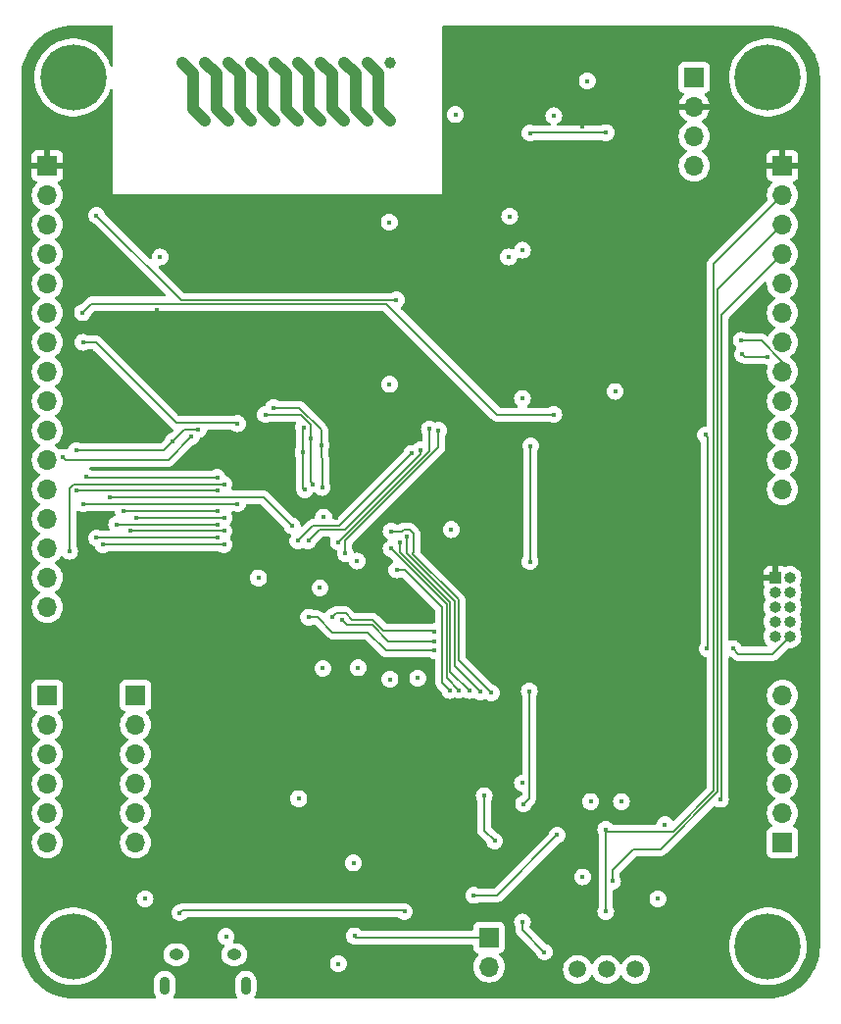
<source format=gbr>
%TF.GenerationSoftware,KiCad,Pcbnew,8.0.3*%
%TF.CreationDate,2024-06-19T01:19:57-05:00*%
%TF.ProjectId,bicep,62696365-702e-46b6-9963-61645f706362,rev?*%
%TF.SameCoordinates,Original*%
%TF.FileFunction,Copper,L4,Bot*%
%TF.FilePolarity,Positive*%
%FSLAX46Y46*%
G04 Gerber Fmt 4.6, Leading zero omitted, Abs format (unit mm)*
G04 Created by KiCad (PCBNEW 8.0.3) date 2024-06-19 01:19:57*
%MOMM*%
%LPD*%
G01*
G04 APERTURE LIST*
%TA.AperFunction,EtchedComponent*%
%ADD10C,1.000000*%
%TD*%
%TA.AperFunction,ComponentPad*%
%ADD11O,0.890000X1.550000*%
%TD*%
%TA.AperFunction,ComponentPad*%
%ADD12O,1.250000X0.950000*%
%TD*%
%TA.AperFunction,ComponentPad*%
%ADD13C,5.700000*%
%TD*%
%TA.AperFunction,ComponentPad*%
%ADD14R,1.700000X1.700000*%
%TD*%
%TA.AperFunction,ComponentPad*%
%ADD15O,1.700000X1.700000*%
%TD*%
%TA.AperFunction,ComponentPad*%
%ADD16C,1.500000*%
%TD*%
%TA.AperFunction,ComponentPad*%
%ADD17C,1.000000*%
%TD*%
%TA.AperFunction,ComponentPad*%
%ADD18R,1.000000X1.000000*%
%TD*%
%TA.AperFunction,ComponentPad*%
%ADD19O,1.000000X1.000000*%
%TD*%
%TA.AperFunction,ViaPad*%
%ADD20C,0.450000*%
%TD*%
%TA.AperFunction,Conductor*%
%ADD21C,0.200000*%
%TD*%
G04 APERTURE END LIST*
D10*
%TO.C,ANT1*%
X123380000Y-62200000D02*
X124380000Y-63200000D01*
X124380000Y-63200000D02*
X124380000Y-66200000D01*
X124380000Y-66200000D02*
X125380000Y-67200000D01*
X125380000Y-62200000D02*
X126380000Y-63200000D01*
X126380000Y-63200000D02*
X126380000Y-66200000D01*
X126380000Y-66200000D02*
X127380000Y-67200000D01*
X127380000Y-62200000D02*
X128380000Y-63200000D01*
X128380000Y-63200000D02*
X128380000Y-66200000D01*
X128380000Y-66200000D02*
X129380000Y-67200000D01*
X129380000Y-62200000D02*
X130380000Y-63200000D01*
X130380000Y-63200000D02*
X130380000Y-66200000D01*
X130380000Y-66200000D02*
X131380000Y-67200000D01*
X131380000Y-62200000D02*
X132380000Y-63200000D01*
X132380000Y-63200000D02*
X132380000Y-66200000D01*
X132380000Y-66200000D02*
X133380000Y-67200000D01*
X133380000Y-62200000D02*
X134380000Y-63200000D01*
X134380000Y-63200000D02*
X134380000Y-66200000D01*
X134380000Y-66200000D02*
X135380000Y-67200000D01*
X135380000Y-62200000D02*
X136380000Y-63200000D01*
X136380000Y-63200000D02*
X136380000Y-66200000D01*
X136380000Y-66200000D02*
X137380000Y-67200000D01*
X137380000Y-62200000D02*
X138380000Y-63200000D01*
X138380000Y-63200000D02*
X138380000Y-66200000D01*
X138380000Y-66200000D02*
X139380000Y-67200000D01*
X139380000Y-62200000D02*
X140380000Y-63200000D01*
X140380000Y-63200000D02*
X140380000Y-66200000D01*
X140380000Y-66200000D02*
X141380000Y-67200000D01*
%TD*%
D11*
%TO.P,J11,6,Shield*%
%TO.N,unconnected-(J11-Shield-Pad6)_5*%
X121900000Y-141900000D03*
D12*
%TO.N,unconnected-(J11-Shield-Pad6)_3*%
X122900000Y-139200000D03*
%TO.N,unconnected-(J11-Shield-Pad6)_1*%
X127900000Y-139200000D03*
D11*
%TO.N,unconnected-(J11-Shield-Pad6)_0*%
X128900000Y-141900000D03*
%TD*%
D13*
%TO.P,H2,1,1*%
%TO.N,GND*%
X174000000Y-63500000D03*
%TD*%
D14*
%TO.P,J9,1,Pin_1*%
%TO.N,+3V3*%
X111760000Y-71120000D03*
D15*
%TO.P,J9,2,Pin_2*%
%TO.N,/D13_LED*%
X111760000Y-73660000D03*
%TO.P,J9,3,Pin_3*%
%TO.N,/D12*%
X111760000Y-76200000D03*
%TO.P,J9,4,Pin_4*%
%TO.N,/D11_RX2*%
X111760000Y-78740000D03*
%TO.P,J9,5,Pin_5*%
%TO.N,/D10_TX2*%
X111760000Y-81280000D03*
%TO.P,J9,6,Pin_6*%
%TO.N,/D9_NEO*%
X111760000Y-83820000D03*
%TO.P,J9,7,Pin_7*%
%TO.N,/D8_CS*%
X111760000Y-86360000D03*
%TO.P,J9,8,Pin_8*%
%TO.N,/D7*%
X111760000Y-88900000D03*
%TO.P,J9,9,Pin_9*%
%TO.N,/D6*%
X111760000Y-91440000D03*
%TO.P,J9,10,Pin_10*%
%TO.N,/D5*%
X111760000Y-93980000D03*
%TO.P,J9,11,Pin_11*%
%TO.N,/D4_RST*%
X111760000Y-96520000D03*
%TO.P,J9,12,Pin_12*%
%TO.N,/D3_IRQ*%
X111760000Y-99060000D03*
%TO.P,J9,13,Pin_13*%
%TO.N,/D2*%
X111760000Y-101600000D03*
%TO.P,J9,14,Pin_14*%
%TO.N,/D1_TX*%
X111760000Y-104140000D03*
%TO.P,J9,15,Pin_15*%
%TO.N,/D0_RX*%
X111760000Y-106680000D03*
%TO.P,J9,16,Pin_16*%
%TO.N,GND*%
X111760000Y-109220000D03*
%TD*%
D14*
%TO.P,J6,1,Pin_1*%
%TO.N,GND*%
X119380000Y-116840000D03*
D15*
%TO.P,J6,2,Pin_2*%
X119380000Y-119380000D03*
%TO.P,J6,3,Pin_3*%
%TO.N,unconnected-(J6-Pin_3-Pad3)*%
X119380000Y-121920000D03*
%TO.P,J6,4,Pin_4*%
%TO.N,/D11_RX2*%
X119380000Y-124460000D03*
%TO.P,J6,5,Pin_5*%
%TO.N,/D10_TX2*%
X119380000Y-127000000D03*
%TO.P,J6,6,Pin_6*%
%TO.N,unconnected-(J6-Pin_6-Pad6)*%
X119380000Y-129540000D03*
%TD*%
D14*
%TO.P,J5,1,Pin_1*%
%TO.N,GND*%
X111760000Y-116840000D03*
D15*
%TO.P,J5,2,Pin_2*%
X111760000Y-119380000D03*
%TO.P,J5,3,Pin_3*%
%TO.N,unconnected-(J5-Pin_3-Pad3)*%
X111760000Y-121920000D03*
%TO.P,J5,4,Pin_4*%
%TO.N,/D0_RX*%
X111760000Y-124460000D03*
%TO.P,J5,5,Pin_5*%
%TO.N,/D1_TX*%
X111760000Y-127000000D03*
%TO.P,J5,6,Pin_6*%
%TO.N,unconnected-(J5-Pin_6-Pad6)*%
X111760000Y-129540000D03*
%TD*%
D16*
%TO.P,SW2,1,A*%
%TO.N,unconnected-(SW2-A-Pad1)*%
X162560000Y-140500000D03*
%TO.P,SW2,2,B*%
%TO.N,/VBAT*%
X160060000Y-140500000D03*
%TO.P,SW2,3,C*%
%TO.N,/VBATSW*%
X157560000Y-140500000D03*
%TD*%
D14*
%TO.P,J12,1,Pin_1*%
%TO.N,/VBAT*%
X149900000Y-137725000D03*
D15*
%TO.P,J12,2,Pin_2*%
%TO.N,GND*%
X149900000Y-140265000D03*
%TD*%
D13*
%TO.P,H4,1,1*%
%TO.N,GND*%
X174000000Y-138500000D03*
%TD*%
D14*
%TO.P,J7,1,Pin_1*%
%TO.N,/A0*%
X175260000Y-129540000D03*
D15*
%TO.P,J7,2,Pin_2*%
%TO.N,/A1*%
X175260000Y-127000000D03*
%TO.P,J7,3,Pin_3*%
%TO.N,/A2*%
X175260000Y-124460000D03*
%TO.P,J7,4,Pin_4*%
%TO.N,/A3*%
X175260000Y-121920000D03*
%TO.P,J7,5,Pin_5*%
%TO.N,/A4*%
X175260000Y-119380000D03*
%TO.P,J7,6,Pin_6*%
%TO.N,/A5*%
X175260000Y-116840000D03*
%TD*%
D13*
%TO.P,H3,1,1*%
%TO.N,GND*%
X114000000Y-138500000D03*
%TD*%
%TO.P,H1,1,1*%
%TO.N,GND*%
X114000000Y-63500000D03*
%TD*%
D17*
%TO.P,ANT1,*%
%TO.N,*%
X123380000Y-62200000D03*
X125380000Y-62200000D03*
X125380000Y-67200000D03*
X127380000Y-62200000D03*
X127380000Y-67200000D03*
X129380000Y-62200000D03*
X129380000Y-67200000D03*
X131380000Y-62200000D03*
X131380000Y-67200000D03*
X133380000Y-62200000D03*
X133380000Y-67200000D03*
X135380000Y-62200000D03*
X135380000Y-67200000D03*
X137380000Y-62200000D03*
X137380000Y-67200000D03*
X139380000Y-62200000D03*
X139380000Y-67200000D03*
X141380000Y-62200000D03*
X141380000Y-67200000D03*
%TD*%
D18*
%TO.P,J1,1,Pin_1*%
%TO.N,+3V3*%
X174625000Y-106680000D03*
D19*
%TO.P,J1,2,Pin_2*%
%TO.N,/SWDIO*%
X175895000Y-106680000D03*
%TO.P,J1,3,Pin_3*%
%TO.N,GND*%
X174625000Y-107950000D03*
%TO.P,J1,4,Pin_4*%
%TO.N,/SWCLK*%
X175895000Y-107950000D03*
%TO.P,J1,5,Pin_5*%
%TO.N,GND*%
X174625000Y-109220000D03*
%TO.P,J1,6,Pin_6*%
%TO.N,unconnected-(J1-Pin_6-Pad6)*%
X175895000Y-109220000D03*
%TO.P,J1,7,Pin_7*%
%TO.N,unconnected-(J1-Pin_7-Pad7)*%
X174625000Y-110490000D03*
%TO.P,J1,8,Pin_8*%
%TO.N,unconnected-(J1-Pin_8-Pad8)*%
X175895000Y-110490000D03*
%TO.P,J1,9,Pin_9*%
%TO.N,GND*%
X174625000Y-111760000D03*
%TO.P,J1,10,Pin_10*%
%TO.N,/~{RESET}*%
X175895000Y-111760000D03*
%TD*%
D14*
%TO.P,J8,1,Pin_1*%
%TO.N,+3V3*%
X175260000Y-71120000D03*
D15*
%TO.P,J8,2,Pin_2*%
%TO.N,/VBAT*%
X175260000Y-73660000D03*
%TO.P,J8,3,Pin_3*%
%TO.N,/EN*%
X175260000Y-76200000D03*
%TO.P,J8,4,Pin_4*%
%TO.N,/VBUS*%
X175260000Y-78740000D03*
%TO.P,J8,5,Pin_5*%
%TO.N,/~{RESET}*%
X175260000Y-81280000D03*
%TO.P,J8,6,Pin_6*%
%TO.N,/AREF*%
X175260000Y-83820000D03*
%TO.P,J8,7,Pin_7*%
%TO.N,/SCL*%
X175260000Y-86360000D03*
%TO.P,J8,8,Pin_8*%
%TO.N,/SDA*%
X175260000Y-88900000D03*
%TO.P,J8,9,Pin_9*%
%TO.N,/SCK*%
X175260000Y-91440000D03*
%TO.P,J8,10,Pin_10*%
%TO.N,/MOSI*%
X175260000Y-93980000D03*
%TO.P,J8,11,Pin_11*%
%TO.N,/MISO*%
X175260000Y-96520000D03*
%TO.P,J8,12,Pin_12*%
%TO.N,GND*%
X175260000Y-99060000D03*
%TD*%
D14*
%TO.P,J4,1,Pin_1*%
%TO.N,GND*%
X167640000Y-63500000D03*
D15*
%TO.P,J4,2,Pin_2*%
%TO.N,+3V3*%
X167640000Y-66040000D03*
%TO.P,J4,3,Pin_3*%
%TO.N,/SDA*%
X167640000Y-68580000D03*
%TO.P,J4,4,Pin_4*%
%TO.N,/SCL*%
X167640000Y-71120000D03*
%TD*%
D20*
%TO.N,GND*%
X151600000Y-79000000D03*
X136900000Y-140000000D03*
X133480000Y-125750000D03*
X158700000Y-126000000D03*
X121500000Y-79000000D03*
X151700000Y-75500000D03*
X127200000Y-137650000D03*
X135550000Y-114500000D03*
X141310000Y-89990000D03*
X141350000Y-115450000D03*
X146650000Y-102525000D03*
X155500000Y-66800000D03*
X143750000Y-115350000D03*
X130000000Y-106700000D03*
X152800000Y-91200000D03*
X165100000Y-128000000D03*
X152800000Y-78400000D03*
X152800000Y-124400000D03*
X161350000Y-126000000D03*
X158400000Y-63800000D03*
X158000000Y-132500000D03*
X138200000Y-131300000D03*
X138600000Y-114450000D03*
X120200000Y-134400000D03*
X160800000Y-90600000D03*
X141300000Y-76000000D03*
X138520000Y-105240000D03*
X135618662Y-101444630D03*
X164500000Y-134400000D03*
X147000000Y-66700000D03*
X135300000Y-107550000D03*
%TO.N,/AREF*%
X153450000Y-105300000D03*
X153500000Y-95300000D03*
%TO.N,+3V3*%
X136300000Y-107550000D03*
X160700000Y-86500000D03*
X136700000Y-101500000D03*
X160600000Y-82500000D03*
X132550000Y-114550000D03*
X156600000Y-90500000D03*
X172900000Y-71100000D03*
X149350000Y-102325000D03*
X158000000Y-67700000D03*
X163000000Y-131500000D03*
X149500000Y-67600000D03*
X160900000Y-74600000D03*
X130300000Y-108600000D03*
X160700000Y-78500000D03*
X121200000Y-83600000D03*
%TO.N,/VBAT*%
X160000000Y-128400000D03*
X138300000Y-137600000D03*
X160000000Y-135500000D03*
%TO.N,/VBUS*%
X142600000Y-135500000D03*
X123200000Y-135600000D03*
X169900000Y-125800000D03*
%TO.N,/A5*%
X152900000Y-126200000D03*
X153390000Y-116490000D03*
%TO.N,/SWDIO*%
X145190000Y-112150000D03*
X137200000Y-110350000D03*
%TO.N,/SWCLK*%
X136400000Y-110050000D03*
X145190000Y-111340000D03*
%TO.N,/~{RESET}*%
X168600000Y-94350000D03*
X171000000Y-112800000D03*
X168750000Y-112800000D03*
X134330000Y-110090000D03*
X145190000Y-112960000D03*
%TO.N,/SDA*%
X171700000Y-86200000D03*
X143250000Y-95950000D03*
X133400000Y-103500000D03*
%TO.N,/SCL*%
X134300000Y-103500000D03*
X171800000Y-87400000D03*
X144000000Y-95650000D03*
X153450000Y-68300000D03*
X160020000Y-68260000D03*
X174000000Y-87600000D03*
%TO.N,/D0_RX*%
X127020000Y-98600000D03*
X113680000Y-104400000D03*
%TO.N,/D1_TX*%
X126440000Y-98020000D03*
X115150000Y-98000000D03*
%TO.N,/D10_TX2*%
X117740000Y-102080000D03*
X126440000Y-102080000D03*
%TO.N,/D11_RX2*%
X118320000Y-100920000D03*
X126440000Y-100920000D03*
%TO.N,/A4*%
X150110000Y-116630000D03*
X141460000Y-102670000D03*
%TO.N,/A0*%
X141950000Y-106010000D03*
X146530000Y-116420000D03*
%TO.N,/A1*%
X147330000Y-116390000D03*
X141460000Y-104170000D03*
%TO.N,/A3*%
X149150000Y-116520000D03*
X142780000Y-103110000D03*
%TO.N,/A2*%
X148190000Y-116410000D03*
X142200000Y-103670000D03*
%TO.N,/EN*%
X160585901Y-132884431D03*
%TO.N,/MISO*%
X133900000Y-93700000D03*
X134000000Y-99100000D03*
X133850000Y-95850000D03*
%TO.N,/MOSI*%
X131300000Y-92000000D03*
X135400000Y-95250000D03*
X135500000Y-98900000D03*
%TO.N,/SCK*%
X134480000Y-94650000D03*
X134700000Y-98600000D03*
X130600000Y-92600000D03*
%TO.N,/D6*%
X126440000Y-103240000D03*
X116000000Y-103240000D03*
%TO.N,/D12*%
X127020000Y-102660000D03*
X118900000Y-102660000D03*
%TO.N,/D9_NEO*%
X114800000Y-83800000D03*
X117160000Y-99760000D03*
X132900000Y-102200000D03*
X155500000Y-92600000D03*
%TO.N,/D8_CS*%
X128180000Y-93380000D03*
X114840000Y-86360000D03*
%TO.N,/D7*%
X116580000Y-103820000D03*
X127020000Y-103820000D03*
%TO.N,/D3_IRQ*%
X114260000Y-95700000D03*
X122600000Y-94900000D03*
X124800000Y-93900000D03*
%TO.N,/D4_RST*%
X124200000Y-94500000D03*
X113100000Y-96280000D03*
%TO.N,/D5*%
X114850000Y-100300000D03*
X128200000Y-100300000D03*
%TO.N,/D2*%
X114260000Y-99180000D03*
X126440000Y-99180000D03*
%TO.N,/TXLED*%
X136900000Y-103600000D03*
X144750000Y-93850000D03*
%TO.N,/RXLED*%
X137500000Y-104600000D03*
X145550000Y-93950000D03*
%TO.N,/CHG_STAT*%
X148600000Y-134100000D03*
X155800000Y-128900000D03*
%TO.N,/VBATSW*%
X154700000Y-139000000D03*
X150400000Y-129400000D03*
X149500000Y-125500000D03*
X152800000Y-136400000D03*
%TO.N,/D13_LED*%
X119480000Y-101500000D03*
X127020000Y-101500000D03*
X141900000Y-82700000D03*
X116000000Y-75400000D03*
%TD*%
D21*
%TO.N,/AREF*%
X153450000Y-105300000D02*
X153450000Y-95350000D01*
X153450000Y-95350000D02*
X153500000Y-95300000D01*
%TO.N,/VBAT*%
X160000000Y-128400000D02*
X160000000Y-135500000D01*
X138300000Y-137600000D02*
X138425000Y-137725000D01*
X165795104Y-128580000D02*
X160180000Y-128580000D01*
X169346000Y-79574000D02*
X169346000Y-125029104D01*
X175260000Y-73660000D02*
X169346000Y-79574000D01*
X169346000Y-125029104D02*
X165795104Y-128580000D01*
X160180000Y-128580000D02*
X160000000Y-128400000D01*
X138425000Y-137725000D02*
X149900000Y-137725000D01*
%TO.N,/VBUS*%
X142500000Y-135400000D02*
X142600000Y-135500000D01*
X170000000Y-84000000D02*
X170000000Y-125700000D01*
X123400000Y-135400000D02*
X142500000Y-135400000D01*
X170000000Y-125700000D02*
X169900000Y-125800000D01*
X123400000Y-135400000D02*
X123200000Y-135600000D01*
X175260000Y-78740000D02*
X170000000Y-84000000D01*
%TO.N,/A5*%
X153380000Y-125720000D02*
X152900000Y-126200000D01*
X153390000Y-116750000D02*
X153380000Y-116760000D01*
X153380000Y-116760000D02*
X153380000Y-125720000D01*
X153390000Y-116490000D02*
X153390000Y-116750000D01*
%TO.N,/SWDIO*%
X137605000Y-110755000D02*
X137200000Y-110350000D01*
X139825000Y-110755000D02*
X137605000Y-110755000D01*
X141220000Y-112150000D02*
X145190000Y-112150000D01*
X139825000Y-110755000D02*
X141220000Y-112150000D01*
%TO.N,/SWCLK*%
X139842448Y-110310000D02*
X138060000Y-110310000D01*
X137520000Y-109770000D02*
X136680000Y-109770000D01*
X136680000Y-109770000D02*
X136400000Y-110050000D01*
X140781224Y-111248776D02*
X145098776Y-111248776D01*
X145098776Y-111248776D02*
X145190000Y-111340000D01*
X139842448Y-110310000D02*
X140781224Y-111248776D01*
X138060000Y-110310000D02*
X137520000Y-109770000D01*
%TO.N,/~{RESET}*%
X171450000Y-113250000D02*
X173050000Y-113250000D01*
X135100000Y-110090000D02*
X136400000Y-111390000D01*
X135010000Y-110090000D02*
X135020000Y-110100000D01*
X171000000Y-112800000D02*
X171450000Y-113250000D01*
X139370000Y-111390000D02*
X139460000Y-111390000D01*
X168800000Y-112750000D02*
X168800000Y-94550000D01*
X168800000Y-94550000D02*
X168600000Y-94350000D01*
X168750000Y-112800000D02*
X168800000Y-112750000D01*
X136400000Y-111390000D02*
X139370000Y-111390000D01*
X175895000Y-111760000D02*
X174405000Y-113250000D01*
X141030000Y-112960000D02*
X145190000Y-112960000D01*
X139460000Y-111390000D02*
X141030000Y-112960000D01*
X135010000Y-110090000D02*
X135100000Y-110090000D01*
X134330000Y-110090000D02*
X135010000Y-110090000D01*
X174405000Y-113250000D02*
X173050000Y-113250000D01*
%TO.N,/SDA*%
X136977000Y-102223000D02*
X143250000Y-95950000D01*
X173420244Y-86200000D02*
X171700000Y-86200000D01*
X175260000Y-88039756D02*
X173420244Y-86200000D01*
X134677000Y-102223000D02*
X136977000Y-102223000D01*
X133400000Y-103500000D02*
X134677000Y-102223000D01*
X175260000Y-88900000D02*
X175260000Y-88039756D01*
%TO.N,/SCL*%
X137487552Y-102550000D02*
X144000000Y-96037552D01*
X153450000Y-68300000D02*
X153470000Y-68280000D01*
X135250000Y-102550000D02*
X137487552Y-102550000D01*
X160000000Y-68280000D02*
X160020000Y-68260000D01*
X153470000Y-68280000D02*
X160000000Y-68280000D01*
X134300000Y-103500000D02*
X135250000Y-102550000D01*
X172000000Y-87600000D02*
X171800000Y-87400000D01*
X144000000Y-96037552D02*
X144000000Y-95650000D01*
X174000000Y-87600000D02*
X172000000Y-87600000D01*
%TO.N,/D0_RX*%
X113680000Y-98939756D02*
X113680000Y-104400000D01*
X114019756Y-98600000D02*
X113680000Y-98939756D01*
X114019756Y-98600000D02*
X127020000Y-98600000D01*
%TO.N,/D1_TX*%
X120450000Y-98020000D02*
X126440000Y-98020000D01*
X115170000Y-98020000D02*
X115150000Y-98000000D01*
X120450000Y-98020000D02*
X115170000Y-98020000D01*
%TO.N,/D10_TX2*%
X126440000Y-102080000D02*
X117740000Y-102080000D01*
%TO.N,/D11_RX2*%
X126440000Y-100920000D02*
X118320000Y-100920000D01*
%TO.N,/A4*%
X143350000Y-104500000D02*
X143363672Y-104486328D01*
X143020244Y-102530000D02*
X142539756Y-102530000D01*
X142399756Y-102670000D02*
X141460000Y-102670000D01*
X147260000Y-108582656D02*
X143350000Y-104672656D01*
X142539756Y-102530000D02*
X142399756Y-102670000D01*
X143350000Y-104672656D02*
X143350000Y-104500000D01*
X143363672Y-104486328D02*
X143363672Y-102873428D01*
X147260000Y-113780000D02*
X147260000Y-108582656D01*
X143363672Y-102873428D02*
X143020244Y-102530000D01*
X150110000Y-116630000D02*
X147260000Y-113780000D01*
%TO.N,/A0*%
X142630000Y-106010000D02*
X141950000Y-106010000D01*
X145870000Y-115760000D02*
X145870000Y-109250000D01*
X146530000Y-116420000D02*
X145870000Y-115760000D01*
X145870000Y-109250000D02*
X142630000Y-106010000D01*
%TO.N,/A1*%
X146240000Y-115300000D02*
X146240000Y-108950000D01*
X147330000Y-116390000D02*
X146240000Y-115300000D01*
X141460000Y-104170000D02*
X146240000Y-108950000D01*
%TO.N,/A3*%
X146930000Y-108715104D02*
X142780000Y-104565104D01*
X149150000Y-116520000D02*
X146930000Y-114300000D01*
X142780000Y-104565104D02*
X142780000Y-103110000D01*
X146930000Y-114300000D02*
X146930000Y-108715104D01*
%TO.N,/A2*%
X146567000Y-108814552D02*
X142200000Y-104447552D01*
X142200000Y-104447552D02*
X142200000Y-103670000D01*
X148190000Y-116410000D02*
X146567000Y-114787000D01*
X146567000Y-114787000D02*
X146567000Y-108814552D01*
%TO.N,/EN*%
X175260000Y-76200000D02*
X169673000Y-81787000D01*
X160585901Y-131914099D02*
X160585901Y-132884431D01*
X164737552Y-130100000D02*
X169673000Y-125164552D01*
X169673000Y-81787000D02*
X169673000Y-125164552D01*
X162400000Y-130100000D02*
X160585901Y-131914099D01*
X164737552Y-130100000D02*
X162400000Y-130100000D01*
%TO.N,/MISO*%
X133900000Y-93700000D02*
X133800000Y-93800000D01*
X133800000Y-93800000D02*
X133800000Y-95800000D01*
X133850000Y-95850000D02*
X133850000Y-98950000D01*
X133800000Y-95800000D02*
X133850000Y-95850000D01*
X133850000Y-98950000D02*
X134000000Y-99100000D01*
%TO.N,/MOSI*%
X133482692Y-92000000D02*
X131300000Y-92000000D01*
X135500000Y-98900000D02*
X135500000Y-96400000D01*
X135400000Y-96300000D02*
X135400000Y-95250000D01*
X135500000Y-96400000D02*
X135400000Y-96300000D01*
X133482692Y-92000000D02*
X135400000Y-93917308D01*
X135400000Y-95250000D02*
X135400000Y-93917308D01*
%TO.N,/SCK*%
X134480000Y-93459756D02*
X134480000Y-94650000D01*
X134480000Y-98380000D02*
X134700000Y-98600000D01*
X134480000Y-94650000D02*
X134480000Y-98380000D01*
X133620244Y-92600000D02*
X134480000Y-93459756D01*
X130600000Y-92600000D02*
X133620244Y-92600000D01*
%TO.N,/D6*%
X126440000Y-103240000D02*
X116000000Y-103240000D01*
%TO.N,/D12*%
X127020000Y-102660000D02*
X118900000Y-102660000D01*
%TO.N,/D9_NEO*%
X114800000Y-83800000D02*
X115580000Y-83020000D01*
X115580000Y-83020000D02*
X141020000Y-83020000D01*
X127300244Y-99720000D02*
X130420000Y-99720000D01*
X141020000Y-83020000D02*
X150600000Y-92600000D01*
X150600000Y-92600000D02*
X155500000Y-92600000D01*
X117160000Y-99760000D02*
X127260244Y-99760000D01*
X127260244Y-99760000D02*
X127300244Y-99720000D01*
X130420000Y-99720000D02*
X132900000Y-102200000D01*
%TO.N,/D8_CS*%
X128180000Y-93380000D02*
X128120000Y-93320000D01*
X114840000Y-86360000D02*
X115940000Y-86360000D01*
X115940000Y-86360000D02*
X122900000Y-93320000D01*
X122900000Y-93320000D02*
X128120000Y-93320000D01*
%TO.N,/D7*%
X127020000Y-103820000D02*
X116580000Y-103820000D01*
%TO.N,/D3_IRQ*%
X123600000Y-93900000D02*
X124800000Y-93900000D01*
X122600000Y-94900000D02*
X123600000Y-93900000D01*
X114260000Y-95700000D02*
X121800000Y-95700000D01*
X121800000Y-95700000D02*
X122600000Y-94900000D01*
%TO.N,/D4_RST*%
X122200000Y-96500000D02*
X124200000Y-94500000D01*
X113320000Y-96500000D02*
X122200000Y-96500000D01*
X113100000Y-96280000D02*
X113320000Y-96500000D01*
%TO.N,/D5*%
X128200000Y-100300000D02*
X128160000Y-100340000D01*
X114890000Y-100340000D02*
X114850000Y-100300000D01*
X115610000Y-100340000D02*
X114890000Y-100340000D01*
X128160000Y-100340000D02*
X115610000Y-100340000D01*
%TO.N,/D2*%
X126440000Y-99180000D02*
X114260000Y-99180000D01*
%TO.N,/TXLED*%
X136900000Y-103600000D02*
X144750000Y-95750000D01*
X144750000Y-93850000D02*
X144750000Y-95750000D01*
%TO.N,/RXLED*%
X137500000Y-104600000D02*
X137500000Y-103462448D01*
X137500000Y-103462448D02*
X145550000Y-95412448D01*
X145550000Y-95412448D02*
X145550000Y-93950000D01*
%TO.N,/CHG_STAT*%
X148600000Y-134100000D02*
X150600000Y-134100000D01*
X150600000Y-134100000D02*
X155800000Y-128900000D01*
%TO.N,/VBATSW*%
X152800000Y-136400000D02*
X152800000Y-137100000D01*
X152800000Y-137100000D02*
X154700000Y-139000000D01*
X150400000Y-129400000D02*
X149500000Y-128500000D01*
X149500000Y-128500000D02*
X149500000Y-125500000D01*
%TO.N,/D13_LED*%
X116000000Y-75400000D02*
X123293000Y-82693000D01*
X127020000Y-101500000D02*
X119480000Y-101500000D01*
X123293000Y-82693000D02*
X141893000Y-82693000D01*
X141893000Y-82693000D02*
X141900000Y-82700000D01*
%TD*%
%TA.AperFunction,Conductor*%
%TO.N,+3V3*%
G36*
X117373039Y-59020185D02*
G01*
X117418794Y-59072989D01*
X117430000Y-59124500D01*
X117430000Y-62419726D01*
X117410315Y-62486765D01*
X117357511Y-62532520D01*
X117288353Y-62542464D01*
X117224797Y-62513439D01*
X117187023Y-62454661D01*
X117186520Y-62452900D01*
X117179777Y-62428614D01*
X117179773Y-62428603D01*
X117068569Y-62149501D01*
X117045298Y-62091095D01*
X116875117Y-61770100D01*
X116671227Y-61469386D01*
X116436021Y-61192479D01*
X116172254Y-60942625D01*
X116172244Y-60942617D01*
X116103635Y-60890462D01*
X115883019Y-60722755D01*
X115571708Y-60535445D01*
X115571707Y-60535444D01*
X115571703Y-60535442D01*
X115571699Y-60535440D01*
X115241979Y-60382896D01*
X115241974Y-60382894D01*
X115241969Y-60382892D01*
X115050484Y-60318373D01*
X114897669Y-60266883D01*
X114542845Y-60188781D01*
X114181660Y-60149500D01*
X114181659Y-60149500D01*
X113818341Y-60149500D01*
X113818339Y-60149500D01*
X113457154Y-60188781D01*
X113102330Y-60266883D01*
X112836178Y-60356560D01*
X112758031Y-60382892D01*
X112758028Y-60382893D01*
X112758020Y-60382896D01*
X112428300Y-60535440D01*
X112428296Y-60535442D01*
X112300942Y-60612069D01*
X112116981Y-60722755D01*
X112027332Y-60790903D01*
X111827755Y-60942617D01*
X111827745Y-60942625D01*
X111563978Y-61192479D01*
X111328772Y-61469386D01*
X111124884Y-61770098D01*
X111124878Y-61770107D01*
X110954706Y-62091086D01*
X110954700Y-62091098D01*
X110820226Y-62428603D01*
X110820221Y-62428618D01*
X110723030Y-62778670D01*
X110723024Y-62778696D01*
X110664250Y-63137200D01*
X110664248Y-63137217D01*
X110644579Y-63499997D01*
X110644579Y-63500002D01*
X110664248Y-63862782D01*
X110664250Y-63862799D01*
X110723024Y-64221303D01*
X110723030Y-64221329D01*
X110820221Y-64571381D01*
X110820226Y-64571396D01*
X110954700Y-64908901D01*
X110954706Y-64908913D01*
X111124878Y-65229892D01*
X111124884Y-65229901D01*
X111328772Y-65530613D01*
X111549097Y-65790000D01*
X111563979Y-65807521D01*
X111827746Y-66057375D01*
X112116981Y-66277245D01*
X112428292Y-66464555D01*
X112428294Y-66464556D01*
X112428296Y-66464557D01*
X112428300Y-66464559D01*
X112591364Y-66540000D01*
X112758031Y-66617108D01*
X113102330Y-66733116D01*
X113457153Y-66811218D01*
X113818341Y-66850500D01*
X113818347Y-66850500D01*
X114181653Y-66850500D01*
X114181659Y-66850500D01*
X114542847Y-66811218D01*
X114897670Y-66733116D01*
X115241969Y-66617108D01*
X115571708Y-66464555D01*
X115883019Y-66277245D01*
X116172254Y-66057375D01*
X116436021Y-65807521D01*
X116671227Y-65530614D01*
X116875117Y-65229900D01*
X117045298Y-64908905D01*
X117179775Y-64571391D01*
X117179778Y-64571381D01*
X117186520Y-64547100D01*
X117223421Y-64487770D01*
X117286541Y-64457809D01*
X117355839Y-64466730D01*
X117409314Y-64511700D01*
X117429986Y-64578441D01*
X117430000Y-64580273D01*
X117430000Y-73550000D01*
X145880000Y-73550000D01*
X145880000Y-68299996D01*
X152719909Y-68299996D01*
X152719909Y-68300003D01*
X152738212Y-68462455D01*
X152792210Y-68616774D01*
X152792211Y-68616775D01*
X152879192Y-68755204D01*
X152994796Y-68870808D01*
X153133225Y-68957789D01*
X153287539Y-69011786D01*
X153287542Y-69011786D01*
X153287544Y-69011787D01*
X153449996Y-69030091D01*
X153450000Y-69030091D01*
X153450004Y-69030091D01*
X153612455Y-69011787D01*
X153612456Y-69011786D01*
X153612461Y-69011786D01*
X153766775Y-68957789D01*
X153859530Y-68899507D01*
X153925503Y-68880500D01*
X159608156Y-68880500D01*
X159674129Y-68899507D01*
X159703225Y-68917789D01*
X159857539Y-68971786D01*
X159857542Y-68971786D01*
X159857544Y-68971787D01*
X160019996Y-68990091D01*
X160020000Y-68990091D01*
X160020004Y-68990091D01*
X160182455Y-68971787D01*
X160182456Y-68971786D01*
X160182461Y-68971786D01*
X160336775Y-68917789D01*
X160475204Y-68830808D01*
X160590808Y-68715204D01*
X160675763Y-68579999D01*
X166284341Y-68579999D01*
X166284341Y-68580000D01*
X166304936Y-68815403D01*
X166304938Y-68815413D01*
X166366094Y-69043655D01*
X166366096Y-69043659D01*
X166366097Y-69043663D01*
X166465965Y-69257830D01*
X166465967Y-69257834D01*
X166601501Y-69451395D01*
X166601506Y-69451402D01*
X166768597Y-69618493D01*
X166768603Y-69618498D01*
X166954158Y-69748425D01*
X166997783Y-69803002D01*
X167004977Y-69872500D01*
X166973454Y-69934855D01*
X166954158Y-69951575D01*
X166768597Y-70081505D01*
X166601505Y-70248597D01*
X166465965Y-70442169D01*
X166465964Y-70442171D01*
X166366098Y-70656335D01*
X166366094Y-70656344D01*
X166304938Y-70884586D01*
X166304936Y-70884596D01*
X166284341Y-71119999D01*
X166284341Y-71120000D01*
X166304936Y-71355403D01*
X166304938Y-71355413D01*
X166366094Y-71583655D01*
X166366096Y-71583659D01*
X166366097Y-71583663D01*
X166465965Y-71797830D01*
X166465967Y-71797834D01*
X166574281Y-71952521D01*
X166601505Y-71991401D01*
X166768599Y-72158495D01*
X166845135Y-72212086D01*
X166962165Y-72294032D01*
X166962167Y-72294033D01*
X166962170Y-72294035D01*
X167176337Y-72393903D01*
X167404592Y-72455063D01*
X167592918Y-72471539D01*
X167639999Y-72475659D01*
X167640000Y-72475659D01*
X167640001Y-72475659D01*
X167679234Y-72472226D01*
X167875408Y-72455063D01*
X168103663Y-72393903D01*
X168317830Y-72294035D01*
X168511401Y-72158495D01*
X168678495Y-71991401D01*
X168814035Y-71797830D01*
X168913903Y-71583663D01*
X168975063Y-71355408D01*
X168995659Y-71120000D01*
X168975063Y-70884592D01*
X168913903Y-70656337D01*
X168814035Y-70442171D01*
X168678495Y-70248599D01*
X168678494Y-70248597D01*
X168511402Y-70081506D01*
X168511396Y-70081501D01*
X168325842Y-69951575D01*
X168282217Y-69896998D01*
X168275023Y-69827500D01*
X168306546Y-69765145D01*
X168325842Y-69748425D01*
X168348026Y-69732891D01*
X168511401Y-69618495D01*
X168678495Y-69451401D01*
X168814035Y-69257830D01*
X168913903Y-69043663D01*
X168975063Y-68815408D01*
X168995659Y-68580000D01*
X168975063Y-68344592D01*
X168913903Y-68116337D01*
X168814035Y-67902171D01*
X168692915Y-67729192D01*
X168678494Y-67708597D01*
X168511402Y-67541506D01*
X168511401Y-67541505D01*
X168325405Y-67411269D01*
X168281781Y-67356692D01*
X168274588Y-67287193D01*
X168306110Y-67224839D01*
X168325405Y-67208119D01*
X168511082Y-67078105D01*
X168678105Y-66911082D01*
X168813600Y-66717578D01*
X168913429Y-66503492D01*
X168913432Y-66503486D01*
X168970636Y-66290000D01*
X168073012Y-66290000D01*
X168105925Y-66232993D01*
X168140000Y-66105826D01*
X168140000Y-65974174D01*
X168105925Y-65847007D01*
X168073012Y-65790000D01*
X168970636Y-65790000D01*
X168970635Y-65789999D01*
X168913432Y-65576513D01*
X168913429Y-65576507D01*
X168813600Y-65362422D01*
X168813599Y-65362420D01*
X168678113Y-65168926D01*
X168678108Y-65168920D01*
X168556053Y-65046865D01*
X168522568Y-64985542D01*
X168527552Y-64915850D01*
X168569424Y-64859917D01*
X168600400Y-64843002D01*
X168732331Y-64793796D01*
X168847546Y-64707546D01*
X168933796Y-64592331D01*
X168984091Y-64457483D01*
X168990500Y-64397873D01*
X168990499Y-63499997D01*
X170644579Y-63499997D01*
X170644579Y-63500002D01*
X170664248Y-63862782D01*
X170664250Y-63862799D01*
X170723024Y-64221303D01*
X170723030Y-64221329D01*
X170820221Y-64571381D01*
X170820226Y-64571396D01*
X170954700Y-64908901D01*
X170954706Y-64908913D01*
X171124878Y-65229892D01*
X171124884Y-65229901D01*
X171328772Y-65530613D01*
X171549097Y-65790000D01*
X171563979Y-65807521D01*
X171827746Y-66057375D01*
X172116981Y-66277245D01*
X172428292Y-66464555D01*
X172428294Y-66464556D01*
X172428296Y-66464557D01*
X172428300Y-66464559D01*
X172591364Y-66540000D01*
X172758031Y-66617108D01*
X173102330Y-66733116D01*
X173457153Y-66811218D01*
X173818341Y-66850500D01*
X173818347Y-66850500D01*
X174181653Y-66850500D01*
X174181659Y-66850500D01*
X174542847Y-66811218D01*
X174897670Y-66733116D01*
X175241969Y-66617108D01*
X175571708Y-66464555D01*
X175883019Y-66277245D01*
X176172254Y-66057375D01*
X176436021Y-65807521D01*
X176671227Y-65530614D01*
X176875117Y-65229900D01*
X177045298Y-64908905D01*
X177179775Y-64571391D01*
X177186520Y-64547100D01*
X177276969Y-64221329D01*
X177276973Y-64221316D01*
X177335751Y-63862785D01*
X177355421Y-63500000D01*
X177355274Y-63497297D01*
X177335751Y-63137217D01*
X177335749Y-63137200D01*
X177276975Y-62778696D01*
X177276974Y-62778695D01*
X177276973Y-62778684D01*
X177258844Y-62713389D01*
X177179778Y-62428618D01*
X177179773Y-62428603D01*
X177068569Y-62149501D01*
X177045298Y-62091095D01*
X176875117Y-61770100D01*
X176671227Y-61469386D01*
X176436021Y-61192479D01*
X176172254Y-60942625D01*
X176172244Y-60942617D01*
X176103635Y-60890462D01*
X175883019Y-60722755D01*
X175571708Y-60535445D01*
X175571707Y-60535444D01*
X175571703Y-60535442D01*
X175571699Y-60535440D01*
X175241979Y-60382896D01*
X175241974Y-60382894D01*
X175241969Y-60382892D01*
X175050484Y-60318373D01*
X174897669Y-60266883D01*
X174542845Y-60188781D01*
X174181660Y-60149500D01*
X174181659Y-60149500D01*
X173818341Y-60149500D01*
X173818339Y-60149500D01*
X173457154Y-60188781D01*
X173102330Y-60266883D01*
X172836178Y-60356560D01*
X172758031Y-60382892D01*
X172758028Y-60382893D01*
X172758020Y-60382896D01*
X172428300Y-60535440D01*
X172428296Y-60535442D01*
X172300942Y-60612069D01*
X172116981Y-60722755D01*
X172027332Y-60790903D01*
X171827755Y-60942617D01*
X171827745Y-60942625D01*
X171563978Y-61192479D01*
X171328772Y-61469386D01*
X171124884Y-61770098D01*
X171124878Y-61770107D01*
X170954706Y-62091086D01*
X170954700Y-62091098D01*
X170820226Y-62428603D01*
X170820221Y-62428618D01*
X170723030Y-62778670D01*
X170723024Y-62778696D01*
X170664250Y-63137200D01*
X170664248Y-63137217D01*
X170644579Y-63499997D01*
X168990499Y-63499997D01*
X168990499Y-62602128D01*
X168984091Y-62542517D01*
X168984071Y-62542464D01*
X168933797Y-62407671D01*
X168933793Y-62407664D01*
X168847547Y-62292455D01*
X168847544Y-62292452D01*
X168732335Y-62206206D01*
X168732328Y-62206202D01*
X168597482Y-62155908D01*
X168597483Y-62155908D01*
X168537883Y-62149501D01*
X168537881Y-62149500D01*
X168537873Y-62149500D01*
X168537864Y-62149500D01*
X166742129Y-62149500D01*
X166742123Y-62149501D01*
X166682516Y-62155908D01*
X166547671Y-62206202D01*
X166547664Y-62206206D01*
X166432455Y-62292452D01*
X166432452Y-62292455D01*
X166346206Y-62407664D01*
X166346202Y-62407671D01*
X166295908Y-62542517D01*
X166289501Y-62602116D01*
X166289501Y-62602123D01*
X166289500Y-62602135D01*
X166289500Y-64397870D01*
X166289501Y-64397876D01*
X166295908Y-64457483D01*
X166346202Y-64592328D01*
X166346206Y-64592335D01*
X166432452Y-64707544D01*
X166432455Y-64707547D01*
X166547664Y-64793793D01*
X166547671Y-64793797D01*
X166547674Y-64793798D01*
X166679598Y-64843002D01*
X166735531Y-64884873D01*
X166759949Y-64950337D01*
X166745098Y-65018610D01*
X166723947Y-65046865D01*
X166601886Y-65168926D01*
X166466400Y-65362420D01*
X166466399Y-65362422D01*
X166366570Y-65576507D01*
X166366567Y-65576513D01*
X166309364Y-65789999D01*
X166309364Y-65790000D01*
X167206988Y-65790000D01*
X167174075Y-65847007D01*
X167140000Y-65974174D01*
X167140000Y-66105826D01*
X167174075Y-66232993D01*
X167206988Y-66290000D01*
X166309364Y-66290000D01*
X166366567Y-66503486D01*
X166366570Y-66503492D01*
X166466399Y-66717578D01*
X166601894Y-66911082D01*
X166768917Y-67078105D01*
X166954595Y-67208119D01*
X166998219Y-67262696D01*
X167005412Y-67332195D01*
X166973890Y-67394549D01*
X166954595Y-67411269D01*
X166768594Y-67541508D01*
X166601505Y-67708597D01*
X166465965Y-67902169D01*
X166465964Y-67902171D01*
X166366098Y-68116335D01*
X166366094Y-68116344D01*
X166304938Y-68344586D01*
X166304936Y-68344596D01*
X166284341Y-68579999D01*
X160675763Y-68579999D01*
X160677789Y-68576775D01*
X160731786Y-68422461D01*
X160731787Y-68422455D01*
X160750091Y-68260003D01*
X160750091Y-68259996D01*
X160731787Y-68097544D01*
X160731786Y-68097542D01*
X160731786Y-68097539D01*
X160677789Y-67943225D01*
X160590808Y-67804796D01*
X160475204Y-67689192D01*
X160428451Y-67659815D01*
X160336774Y-67602210D01*
X160182455Y-67548212D01*
X160020004Y-67529909D01*
X160019996Y-67529909D01*
X159857544Y-67548212D01*
X159703223Y-67602211D01*
X159610470Y-67660493D01*
X159544497Y-67679500D01*
X155894338Y-67679500D01*
X155827299Y-67659815D01*
X155781544Y-67607011D01*
X155771600Y-67537853D01*
X155800625Y-67474297D01*
X155828366Y-67450506D01*
X155860856Y-67430091D01*
X155955204Y-67370808D01*
X156070808Y-67255204D01*
X156157789Y-67116775D01*
X156211786Y-66962461D01*
X156217575Y-66911082D01*
X156230091Y-66800003D01*
X156230091Y-66799996D01*
X156211787Y-66637544D01*
X156211786Y-66637542D01*
X156211786Y-66637539D01*
X156157789Y-66483225D01*
X156070808Y-66344796D01*
X155955204Y-66229192D01*
X155816774Y-66142210D01*
X155662455Y-66088212D01*
X155500004Y-66069909D01*
X155499996Y-66069909D01*
X155337544Y-66088212D01*
X155183225Y-66142210D01*
X155044795Y-66229192D01*
X154929192Y-66344795D01*
X154842210Y-66483225D01*
X154788212Y-66637544D01*
X154769909Y-66799996D01*
X154769909Y-66800003D01*
X154788212Y-66962455D01*
X154842210Y-67116774D01*
X154899606Y-67208119D01*
X154929192Y-67255204D01*
X155044796Y-67370808D01*
X155138269Y-67429541D01*
X155171634Y-67450506D01*
X155217925Y-67502841D01*
X155228573Y-67571895D01*
X155200198Y-67635743D01*
X155141808Y-67674115D01*
X155105662Y-67679500D01*
X153861844Y-67679500D01*
X153795871Y-67660493D01*
X153766776Y-67642211D01*
X153612455Y-67588212D01*
X153450004Y-67569909D01*
X153449996Y-67569909D01*
X153287544Y-67588212D01*
X153133225Y-67642210D01*
X152994795Y-67729192D01*
X152879192Y-67844795D01*
X152792210Y-67983225D01*
X152738212Y-68137544D01*
X152719909Y-68299996D01*
X145880000Y-68299996D01*
X145880000Y-66699996D01*
X146269909Y-66699996D01*
X146269909Y-66700003D01*
X146288212Y-66862455D01*
X146342210Y-67016774D01*
X146342211Y-67016775D01*
X146429192Y-67155204D01*
X146544796Y-67270808D01*
X146683225Y-67357789D01*
X146837539Y-67411786D01*
X146837542Y-67411786D01*
X146837544Y-67411787D01*
X146999996Y-67430091D01*
X147000000Y-67430091D01*
X147000004Y-67430091D01*
X147162455Y-67411787D01*
X147162456Y-67411786D01*
X147162461Y-67411786D01*
X147316775Y-67357789D01*
X147455204Y-67270808D01*
X147570808Y-67155204D01*
X147657789Y-67016775D01*
X147711786Y-66862461D01*
X147717560Y-66811218D01*
X147730091Y-66700003D01*
X147730091Y-66699996D01*
X147711787Y-66537544D01*
X147711786Y-66537542D01*
X147711786Y-66537539D01*
X147657789Y-66383225D01*
X147570808Y-66244796D01*
X147455204Y-66129192D01*
X147316774Y-66042210D01*
X147162455Y-65988212D01*
X147000004Y-65969909D01*
X146999996Y-65969909D01*
X146837544Y-65988212D01*
X146683225Y-66042210D01*
X146544795Y-66129192D01*
X146429192Y-66244795D01*
X146342210Y-66383225D01*
X146288212Y-66537544D01*
X146269909Y-66699996D01*
X145880000Y-66699996D01*
X145880000Y-63799996D01*
X157669909Y-63799996D01*
X157669909Y-63800003D01*
X157688212Y-63962455D01*
X157742210Y-64116774D01*
X157807899Y-64221316D01*
X157829192Y-64255204D01*
X157944796Y-64370808D01*
X158083225Y-64457789D01*
X158237539Y-64511786D01*
X158237542Y-64511786D01*
X158237544Y-64511787D01*
X158399996Y-64530091D01*
X158400000Y-64530091D01*
X158400004Y-64530091D01*
X158562455Y-64511787D01*
X158562456Y-64511786D01*
X158562461Y-64511786D01*
X158716775Y-64457789D01*
X158855204Y-64370808D01*
X158970808Y-64255204D01*
X159057789Y-64116775D01*
X159111786Y-63962461D01*
X159111787Y-63962455D01*
X159130091Y-63800003D01*
X159130091Y-63799996D01*
X159111787Y-63637544D01*
X159111786Y-63637542D01*
X159111786Y-63637539D01*
X159057789Y-63483225D01*
X158970808Y-63344796D01*
X158855204Y-63229192D01*
X158716774Y-63142210D01*
X158562455Y-63088212D01*
X158400004Y-63069909D01*
X158399996Y-63069909D01*
X158237544Y-63088212D01*
X158083225Y-63142210D01*
X157944795Y-63229192D01*
X157829192Y-63344795D01*
X157742210Y-63483225D01*
X157688212Y-63637544D01*
X157669909Y-63799996D01*
X145880000Y-63799996D01*
X145880000Y-59124500D01*
X145899685Y-59057461D01*
X145952489Y-59011706D01*
X146004000Y-59000500D01*
X173934108Y-59000500D01*
X173997294Y-59000500D01*
X174002702Y-59000617D01*
X174386771Y-59017386D01*
X174397506Y-59018326D01*
X174775971Y-59068152D01*
X174786597Y-59070025D01*
X175159284Y-59152648D01*
X175169710Y-59155442D01*
X175533765Y-59270227D01*
X175543911Y-59273920D01*
X175896578Y-59420000D01*
X175906369Y-59424566D01*
X176244942Y-59600816D01*
X176254310Y-59606224D01*
X176576244Y-59811318D01*
X176585105Y-59817523D01*
X176887930Y-60049889D01*
X176896217Y-60056843D01*
X177177635Y-60314715D01*
X177185284Y-60322364D01*
X177443156Y-60603782D01*
X177450110Y-60612069D01*
X177682476Y-60914894D01*
X177688681Y-60923755D01*
X177893775Y-61245689D01*
X177899183Y-61255057D01*
X178075430Y-61593623D01*
X178080002Y-61603427D01*
X178226075Y-61956078D01*
X178229775Y-61966244D01*
X178344554Y-62330278D01*
X178347354Y-62340727D01*
X178429971Y-62713389D01*
X178431849Y-62724042D01*
X178481671Y-63102473D01*
X178482614Y-63113249D01*
X178499382Y-63497297D01*
X178499500Y-63502706D01*
X178499500Y-138497293D01*
X178499382Y-138502702D01*
X178482614Y-138886750D01*
X178481671Y-138897526D01*
X178431849Y-139275957D01*
X178429971Y-139286610D01*
X178347354Y-139659272D01*
X178344554Y-139669721D01*
X178229775Y-140033755D01*
X178226075Y-140043921D01*
X178080002Y-140396572D01*
X178075430Y-140406376D01*
X177899183Y-140744942D01*
X177893775Y-140754310D01*
X177688681Y-141076244D01*
X177682476Y-141085105D01*
X177450110Y-141387930D01*
X177443156Y-141396217D01*
X177185284Y-141677635D01*
X177177635Y-141685284D01*
X176896217Y-141943156D01*
X176887930Y-141950110D01*
X176585105Y-142182476D01*
X176576244Y-142188681D01*
X176254310Y-142393775D01*
X176244942Y-142399183D01*
X175906376Y-142575430D01*
X175896572Y-142580002D01*
X175543921Y-142726075D01*
X175533755Y-142729775D01*
X175169721Y-142844554D01*
X175159272Y-142847354D01*
X174786610Y-142929971D01*
X174775957Y-142931849D01*
X174397526Y-142981671D01*
X174386750Y-142982614D01*
X174002703Y-142999382D01*
X173997294Y-142999500D01*
X129754968Y-142999500D01*
X129687929Y-142979815D01*
X129642174Y-142927011D01*
X129632230Y-142857853D01*
X129651865Y-142806610D01*
X129666225Y-142785116D01*
X129737891Y-142677862D01*
X129809165Y-142505792D01*
X129845500Y-142323124D01*
X129845500Y-141476876D01*
X129845500Y-141476873D01*
X129845499Y-141476871D01*
X129828661Y-141392223D01*
X129809165Y-141294208D01*
X129737891Y-141122138D01*
X129737890Y-141122136D01*
X129737890Y-141122135D01*
X129634421Y-140967283D01*
X129634415Y-140967275D01*
X129502724Y-140835584D01*
X129502716Y-140835578D01*
X129347864Y-140732109D01*
X129175792Y-140660835D01*
X129175784Y-140660833D01*
X128993127Y-140624500D01*
X128993124Y-140624500D01*
X128806876Y-140624500D01*
X128806873Y-140624500D01*
X128624215Y-140660833D01*
X128624207Y-140660835D01*
X128452136Y-140732109D01*
X128452135Y-140732109D01*
X128297283Y-140835578D01*
X128297275Y-140835584D01*
X128165584Y-140967275D01*
X128165578Y-140967283D01*
X128062109Y-141122135D01*
X128062109Y-141122136D01*
X127990835Y-141294207D01*
X127990833Y-141294215D01*
X127954500Y-141476871D01*
X127954500Y-142323128D01*
X127990833Y-142505784D01*
X127990835Y-142505792D01*
X128062109Y-142677862D01*
X128094324Y-142726075D01*
X128148135Y-142806610D01*
X128169012Y-142873287D01*
X128150527Y-142940667D01*
X128098548Y-142987357D01*
X128045032Y-142999500D01*
X122754968Y-142999500D01*
X122687929Y-142979815D01*
X122642174Y-142927011D01*
X122632230Y-142857853D01*
X122651865Y-142806610D01*
X122666225Y-142785116D01*
X122737891Y-142677862D01*
X122809165Y-142505792D01*
X122845500Y-142323124D01*
X122845500Y-141476876D01*
X122845500Y-141476873D01*
X122845499Y-141476871D01*
X122828661Y-141392223D01*
X122809165Y-141294208D01*
X122737891Y-141122138D01*
X122737890Y-141122136D01*
X122737890Y-141122135D01*
X122634421Y-140967283D01*
X122634415Y-140967275D01*
X122502724Y-140835584D01*
X122502716Y-140835578D01*
X122347864Y-140732109D01*
X122175792Y-140660835D01*
X122175784Y-140660833D01*
X121993127Y-140624500D01*
X121993124Y-140624500D01*
X121806876Y-140624500D01*
X121806873Y-140624500D01*
X121624215Y-140660833D01*
X121624207Y-140660835D01*
X121452136Y-140732109D01*
X121452135Y-140732109D01*
X121297283Y-140835578D01*
X121297275Y-140835584D01*
X121165584Y-140967275D01*
X121165578Y-140967283D01*
X121062109Y-141122135D01*
X121062109Y-141122136D01*
X120990835Y-141294207D01*
X120990833Y-141294215D01*
X120954500Y-141476871D01*
X120954500Y-142323128D01*
X120990833Y-142505784D01*
X120990835Y-142505792D01*
X121062109Y-142677862D01*
X121094324Y-142726075D01*
X121148135Y-142806610D01*
X121169012Y-142873287D01*
X121150527Y-142940667D01*
X121098548Y-142987357D01*
X121045032Y-142999500D01*
X114002706Y-142999500D01*
X113997297Y-142999382D01*
X113613249Y-142982614D01*
X113602473Y-142981671D01*
X113224042Y-142931849D01*
X113213389Y-142929971D01*
X112840727Y-142847354D01*
X112830278Y-142844554D01*
X112466244Y-142729775D01*
X112456078Y-142726075D01*
X112103427Y-142580002D01*
X112093623Y-142575430D01*
X111755057Y-142399183D01*
X111745689Y-142393775D01*
X111423755Y-142188681D01*
X111414894Y-142182476D01*
X111112069Y-141950110D01*
X111103782Y-141943156D01*
X110822364Y-141685284D01*
X110814715Y-141677635D01*
X110556843Y-141396217D01*
X110549889Y-141387930D01*
X110317523Y-141085105D01*
X110311318Y-141076244D01*
X110106224Y-140754310D01*
X110100816Y-140744942D01*
X110092342Y-140728663D01*
X109924566Y-140406369D01*
X109919997Y-140396572D01*
X109872550Y-140282024D01*
X109773920Y-140043911D01*
X109770224Y-140033755D01*
X109770028Y-140033132D01*
X109655442Y-139669710D01*
X109652648Y-139659284D01*
X109570025Y-139286597D01*
X109568152Y-139275971D01*
X109518326Y-138897506D01*
X109517386Y-138886771D01*
X109500618Y-138502702D01*
X109500559Y-138499997D01*
X110644579Y-138499997D01*
X110644579Y-138500002D01*
X110664248Y-138862782D01*
X110664250Y-138862799D01*
X110723024Y-139221303D01*
X110723030Y-139221329D01*
X110820221Y-139571381D01*
X110820226Y-139571396D01*
X110954700Y-139908901D01*
X110954706Y-139908913D01*
X111124878Y-140229892D01*
X111124881Y-140229897D01*
X111124883Y-140229900D01*
X111160224Y-140282024D01*
X111328772Y-140530613D01*
X111498210Y-140730091D01*
X111563979Y-140807521D01*
X111827746Y-141057375D01*
X112116981Y-141277245D01*
X112428292Y-141464555D01*
X112428294Y-141464556D01*
X112428296Y-141464557D01*
X112428300Y-141464559D01*
X112758020Y-141617103D01*
X112758031Y-141617108D01*
X113102330Y-141733116D01*
X113457153Y-141811218D01*
X113818341Y-141850500D01*
X113818347Y-141850500D01*
X114181653Y-141850500D01*
X114181659Y-141850500D01*
X114542847Y-141811218D01*
X114897670Y-141733116D01*
X115241969Y-141617108D01*
X115571708Y-141464555D01*
X115883019Y-141277245D01*
X116172254Y-141057375D01*
X116436021Y-140807521D01*
X116671227Y-140530614D01*
X116875117Y-140229900D01*
X117045298Y-139908905D01*
X117179775Y-139571391D01*
X117187160Y-139544795D01*
X117223781Y-139412897D01*
X117276973Y-139221316D01*
X117296220Y-139103917D01*
X121774500Y-139103917D01*
X121774500Y-139296082D01*
X121811986Y-139484535D01*
X121811989Y-139484547D01*
X121885520Y-139662068D01*
X121885521Y-139662070D01*
X121992279Y-139821844D01*
X121992282Y-139821848D01*
X122128151Y-139957717D01*
X122128155Y-139957720D01*
X122287927Y-140064477D01*
X122287928Y-140064477D01*
X122287929Y-140064478D01*
X122287931Y-140064479D01*
X122465452Y-140138010D01*
X122465457Y-140138012D01*
X122653917Y-140175499D01*
X122653920Y-140175500D01*
X122653922Y-140175500D01*
X123146080Y-140175500D01*
X123146081Y-140175499D01*
X123334543Y-140138012D01*
X123512073Y-140064477D01*
X123671845Y-139957720D01*
X123807720Y-139821845D01*
X123914477Y-139662073D01*
X123988012Y-139484543D01*
X124025500Y-139296078D01*
X124025500Y-139103922D01*
X124025500Y-139103919D01*
X124025499Y-139103917D01*
X124021681Y-139084725D01*
X123988012Y-138915457D01*
X123976121Y-138886750D01*
X123914479Y-138737931D01*
X123914478Y-138737929D01*
X123877429Y-138682482D01*
X123807720Y-138578155D01*
X123807717Y-138578151D01*
X123671848Y-138442282D01*
X123671844Y-138442279D01*
X123512070Y-138335521D01*
X123512068Y-138335520D01*
X123334547Y-138261989D01*
X123334535Y-138261986D01*
X123146081Y-138224500D01*
X123146078Y-138224500D01*
X122653922Y-138224500D01*
X122653919Y-138224500D01*
X122465464Y-138261986D01*
X122465452Y-138261989D01*
X122287931Y-138335520D01*
X122287929Y-138335521D01*
X122128155Y-138442279D01*
X122128151Y-138442282D01*
X121992282Y-138578151D01*
X121992279Y-138578155D01*
X121885521Y-138737929D01*
X121885520Y-138737931D01*
X121811989Y-138915452D01*
X121811986Y-138915464D01*
X121774500Y-139103917D01*
X117296220Y-139103917D01*
X117313256Y-139000000D01*
X117335749Y-138862799D01*
X117335751Y-138862782D01*
X117337120Y-138837544D01*
X117348759Y-138622864D01*
X117355421Y-138500002D01*
X117355421Y-138499997D01*
X117335751Y-138137217D01*
X117335749Y-138137200D01*
X117276975Y-137778696D01*
X117276974Y-137778695D01*
X117276973Y-137778684D01*
X117241243Y-137649996D01*
X126469909Y-137649996D01*
X126469909Y-137650003D01*
X126488212Y-137812455D01*
X126542210Y-137966774D01*
X126542211Y-137966775D01*
X126629192Y-138105204D01*
X126744796Y-138220808D01*
X126883225Y-138307789D01*
X126978024Y-138340960D01*
X127034799Y-138381682D01*
X127060547Y-138446634D01*
X127047091Y-138515196D01*
X127024751Y-138545682D01*
X126992283Y-138578150D01*
X126992279Y-138578155D01*
X126885521Y-138737929D01*
X126885520Y-138737931D01*
X126811989Y-138915452D01*
X126811986Y-138915464D01*
X126774500Y-139103917D01*
X126774500Y-139296082D01*
X126811986Y-139484535D01*
X126811989Y-139484547D01*
X126885520Y-139662068D01*
X126885521Y-139662070D01*
X126992279Y-139821844D01*
X126992282Y-139821848D01*
X127128151Y-139957717D01*
X127128155Y-139957720D01*
X127287927Y-140064477D01*
X127287928Y-140064477D01*
X127287929Y-140064478D01*
X127287931Y-140064479D01*
X127465452Y-140138010D01*
X127465457Y-140138012D01*
X127653917Y-140175499D01*
X127653920Y-140175500D01*
X127653922Y-140175500D01*
X128146080Y-140175500D01*
X128146081Y-140175499D01*
X128334543Y-140138012D01*
X128512073Y-140064477D01*
X128608575Y-139999996D01*
X136169909Y-139999996D01*
X136169909Y-140000003D01*
X136188212Y-140162455D01*
X136242210Y-140316774D01*
X136242211Y-140316775D01*
X136329192Y-140455204D01*
X136444796Y-140570808D01*
X136583225Y-140657789D01*
X136737539Y-140711786D01*
X136737542Y-140711786D01*
X136737544Y-140711787D01*
X136899996Y-140730091D01*
X136900000Y-140730091D01*
X136900004Y-140730091D01*
X137062455Y-140711787D01*
X137062456Y-140711786D01*
X137062461Y-140711786D01*
X137216775Y-140657789D01*
X137355204Y-140570808D01*
X137470808Y-140455204D01*
X137557789Y-140316775D01*
X137611786Y-140162461D01*
X137622128Y-140070677D01*
X137630091Y-140000003D01*
X137630091Y-139999996D01*
X137611787Y-139837544D01*
X137611786Y-139837542D01*
X137611786Y-139837539D01*
X137557789Y-139683225D01*
X137470808Y-139544796D01*
X137355204Y-139429192D01*
X137298558Y-139393599D01*
X137216774Y-139342210D01*
X137062455Y-139288212D01*
X136900004Y-139269909D01*
X136899996Y-139269909D01*
X136737544Y-139288212D01*
X136583225Y-139342210D01*
X136444795Y-139429192D01*
X136329192Y-139544795D01*
X136242210Y-139683225D01*
X136188212Y-139837544D01*
X136169909Y-139999996D01*
X128608575Y-139999996D01*
X128671845Y-139957720D01*
X128807720Y-139821845D01*
X128914477Y-139662073D01*
X128988012Y-139484543D01*
X129025500Y-139296078D01*
X129025500Y-139103922D01*
X129025500Y-139103919D01*
X129025499Y-139103917D01*
X129021681Y-139084725D01*
X128988012Y-138915457D01*
X128976121Y-138886750D01*
X128914479Y-138737931D01*
X128914478Y-138737929D01*
X128877429Y-138682482D01*
X128807720Y-138578155D01*
X128807717Y-138578151D01*
X128671848Y-138442282D01*
X128671844Y-138442279D01*
X128512070Y-138335521D01*
X128512068Y-138335520D01*
X128334547Y-138261989D01*
X128334535Y-138261986D01*
X128146081Y-138224500D01*
X128146078Y-138224500D01*
X127920211Y-138224500D01*
X127853172Y-138204815D01*
X127807417Y-138152011D01*
X127797473Y-138082853D01*
X127815217Y-138034528D01*
X127824514Y-138019730D01*
X127857789Y-137966775D01*
X127911786Y-137812461D01*
X127911787Y-137812455D01*
X127930091Y-137650003D01*
X127930091Y-137649996D01*
X127924457Y-137599996D01*
X137569909Y-137599996D01*
X137569909Y-137600003D01*
X137588212Y-137762455D01*
X137642210Y-137916774D01*
X137673628Y-137966775D01*
X137729192Y-138055204D01*
X137844796Y-138170808D01*
X137983225Y-138257789D01*
X138137539Y-138311786D01*
X138137542Y-138311786D01*
X138137544Y-138311787D01*
X138299996Y-138330091D01*
X138300000Y-138330091D01*
X138300002Y-138330091D01*
X138333815Y-138326281D01*
X138347699Y-138325501D01*
X138511654Y-138325501D01*
X138511670Y-138325500D01*
X148425501Y-138325500D01*
X148492540Y-138345185D01*
X148538295Y-138397989D01*
X148549501Y-138449500D01*
X148549501Y-138622876D01*
X148555908Y-138682483D01*
X148606202Y-138817328D01*
X148606206Y-138817335D01*
X148692452Y-138932544D01*
X148692455Y-138932547D01*
X148807664Y-139018793D01*
X148807671Y-139018797D01*
X148939081Y-139067810D01*
X148995015Y-139109681D01*
X149019432Y-139175145D01*
X149004580Y-139243418D01*
X148983430Y-139271673D01*
X148861503Y-139393600D01*
X148725965Y-139587169D01*
X148725964Y-139587171D01*
X148626098Y-139801335D01*
X148626094Y-139801344D01*
X148564938Y-140029586D01*
X148564936Y-140029596D01*
X148544341Y-140264999D01*
X148544341Y-140265000D01*
X148564936Y-140500403D01*
X148564938Y-140500413D01*
X148626094Y-140728655D01*
X148626096Y-140728659D01*
X148626097Y-140728663D01*
X148675955Y-140835584D01*
X148725965Y-140942830D01*
X148725967Y-140942834D01*
X148822578Y-141080807D01*
X148861505Y-141136401D01*
X149028599Y-141303495D01*
X149033435Y-141306881D01*
X149222165Y-141439032D01*
X149222167Y-141439033D01*
X149222170Y-141439035D01*
X149436337Y-141538903D01*
X149664592Y-141600063D01*
X149852918Y-141616539D01*
X149899999Y-141620659D01*
X149900000Y-141620659D01*
X149900001Y-141620659D01*
X149940644Y-141617103D01*
X150135408Y-141600063D01*
X150363663Y-141538903D01*
X150577830Y-141439035D01*
X150771401Y-141303495D01*
X150938495Y-141136401D01*
X151074035Y-140942830D01*
X151173903Y-140728663D01*
X151235063Y-140500408D01*
X151235099Y-140499997D01*
X156304723Y-140499997D01*
X156304723Y-140500002D01*
X156307401Y-140530613D01*
X156323251Y-140711787D01*
X156323793Y-140717975D01*
X156323793Y-140717979D01*
X156380422Y-140929322D01*
X156380424Y-140929326D01*
X156380425Y-140929330D01*
X156397929Y-140966867D01*
X156472897Y-141127638D01*
X156472898Y-141127639D01*
X156598402Y-141306877D01*
X156753123Y-141461598D01*
X156932361Y-141587102D01*
X157130670Y-141679575D01*
X157342023Y-141736207D01*
X157524926Y-141752208D01*
X157559998Y-141755277D01*
X157560000Y-141755277D01*
X157560002Y-141755277D01*
X157588254Y-141752805D01*
X157777977Y-141736207D01*
X157989330Y-141679575D01*
X158187639Y-141587102D01*
X158366877Y-141461598D01*
X158521598Y-141306877D01*
X158647102Y-141127639D01*
X158697618Y-141019306D01*
X158743790Y-140966867D01*
X158810984Y-140947715D01*
X158877865Y-140967931D01*
X158922381Y-141019306D01*
X158972898Y-141127639D01*
X159098402Y-141306877D01*
X159253123Y-141461598D01*
X159432361Y-141587102D01*
X159630670Y-141679575D01*
X159842023Y-141736207D01*
X160024926Y-141752208D01*
X160059998Y-141755277D01*
X160060000Y-141755277D01*
X160060002Y-141755277D01*
X160088254Y-141752805D01*
X160277977Y-141736207D01*
X160489330Y-141679575D01*
X160687639Y-141587102D01*
X160866877Y-141461598D01*
X161021598Y-141306877D01*
X161147102Y-141127639D01*
X161197618Y-141019306D01*
X161243790Y-140966867D01*
X161310984Y-140947715D01*
X161377865Y-140967931D01*
X161422381Y-141019306D01*
X161472898Y-141127639D01*
X161598402Y-141306877D01*
X161753123Y-141461598D01*
X161932361Y-141587102D01*
X162130670Y-141679575D01*
X162342023Y-141736207D01*
X162524926Y-141752208D01*
X162559998Y-141755277D01*
X162560000Y-141755277D01*
X162560002Y-141755277D01*
X162588254Y-141752805D01*
X162777977Y-141736207D01*
X162989330Y-141679575D01*
X163187639Y-141587102D01*
X163366877Y-141461598D01*
X163521598Y-141306877D01*
X163647102Y-141127639D01*
X163739575Y-140929330D01*
X163796207Y-140717977D01*
X163815277Y-140500000D01*
X163796207Y-140282023D01*
X163739575Y-140070670D01*
X163647102Y-139872362D01*
X163647100Y-139872359D01*
X163647099Y-139872357D01*
X163521599Y-139693124D01*
X163458227Y-139629752D01*
X163366877Y-139538402D01*
X163187639Y-139412898D01*
X163187640Y-139412898D01*
X163187638Y-139412897D01*
X163036050Y-139342211D01*
X162989330Y-139320425D01*
X162989326Y-139320424D01*
X162989322Y-139320422D01*
X162777977Y-139263793D01*
X162560002Y-139244723D01*
X162559998Y-139244723D01*
X162414682Y-139257436D01*
X162342023Y-139263793D01*
X162342020Y-139263793D01*
X162130677Y-139320422D01*
X162130668Y-139320426D01*
X161932361Y-139412898D01*
X161932357Y-139412900D01*
X161753121Y-139538402D01*
X161598402Y-139693121D01*
X161472900Y-139872357D01*
X161472898Y-139872362D01*
X161422382Y-139980693D01*
X161376209Y-140033132D01*
X161309016Y-140052284D01*
X161242135Y-140032068D01*
X161197618Y-139980693D01*
X161186904Y-139957717D01*
X161147102Y-139872362D01*
X161147099Y-139872358D01*
X161147099Y-139872357D01*
X161021599Y-139693124D01*
X160958227Y-139629752D01*
X160866877Y-139538402D01*
X160687639Y-139412898D01*
X160687640Y-139412898D01*
X160687638Y-139412897D01*
X160536050Y-139342211D01*
X160489330Y-139320425D01*
X160489326Y-139320424D01*
X160489322Y-139320422D01*
X160277977Y-139263793D01*
X160060002Y-139244723D01*
X160059998Y-139244723D01*
X159914682Y-139257436D01*
X159842023Y-139263793D01*
X159842020Y-139263793D01*
X159630677Y-139320422D01*
X159630668Y-139320426D01*
X159432361Y-139412898D01*
X159432357Y-139412900D01*
X159253121Y-139538402D01*
X159098402Y-139693121D01*
X158972900Y-139872357D01*
X158972898Y-139872362D01*
X158922382Y-139980693D01*
X158876209Y-140033132D01*
X158809016Y-140052284D01*
X158742135Y-140032068D01*
X158697618Y-139980693D01*
X158686904Y-139957717D01*
X158647102Y-139872362D01*
X158647099Y-139872358D01*
X158647099Y-139872357D01*
X158521599Y-139693124D01*
X158458227Y-139629752D01*
X158366877Y-139538402D01*
X158187639Y-139412898D01*
X158187640Y-139412898D01*
X158187638Y-139412897D01*
X158036050Y-139342211D01*
X157989330Y-139320425D01*
X157989326Y-139320424D01*
X157989322Y-139320422D01*
X157777977Y-139263793D01*
X157560002Y-139244723D01*
X157559998Y-139244723D01*
X157414682Y-139257436D01*
X157342023Y-139263793D01*
X157342020Y-139263793D01*
X157130677Y-139320422D01*
X157130668Y-139320426D01*
X156932361Y-139412898D01*
X156932357Y-139412900D01*
X156753121Y-139538402D01*
X156598402Y-139693121D01*
X156472900Y-139872357D01*
X156472898Y-139872361D01*
X156380426Y-140070668D01*
X156380422Y-140070677D01*
X156323793Y-140282020D01*
X156323793Y-140282024D01*
X156304723Y-140499997D01*
X151235099Y-140499997D01*
X151255659Y-140265000D01*
X151235063Y-140029592D01*
X151173903Y-139801337D01*
X151074035Y-139587171D01*
X151062989Y-139571396D01*
X150938496Y-139393600D01*
X150887106Y-139342210D01*
X150816567Y-139271671D01*
X150783084Y-139210351D01*
X150788068Y-139140659D01*
X150829939Y-139084725D01*
X150860915Y-139067810D01*
X150992331Y-139018796D01*
X151107546Y-138932546D01*
X151193796Y-138817331D01*
X151244091Y-138682483D01*
X151250500Y-138622873D01*
X151250499Y-136827128D01*
X151244369Y-136770100D01*
X151244091Y-136767516D01*
X151193797Y-136632671D01*
X151193793Y-136632664D01*
X151107547Y-136517455D01*
X151107544Y-136517452D01*
X150992335Y-136431206D01*
X150992328Y-136431202D01*
X150908660Y-136399996D01*
X152069909Y-136399996D01*
X152069909Y-136400003D01*
X152088212Y-136562457D01*
X152138077Y-136704962D01*
X152142211Y-136716775D01*
X152175718Y-136770100D01*
X152180494Y-136777701D01*
X152199500Y-136843673D01*
X152199500Y-137013330D01*
X152199499Y-137013348D01*
X152199499Y-137179054D01*
X152199498Y-137179054D01*
X152199499Y-137179057D01*
X152240423Y-137331785D01*
X152240424Y-137331787D01*
X152240423Y-137331787D01*
X152254568Y-137356285D01*
X152254569Y-137356287D01*
X152319475Y-137468709D01*
X152319481Y-137468717D01*
X152438349Y-137587585D01*
X152438355Y-137587590D01*
X153955556Y-139104791D01*
X153984142Y-139156509D01*
X153985915Y-139155889D01*
X153988213Y-139162458D01*
X153988214Y-139162461D01*
X154008804Y-139221303D01*
X154042210Y-139316774D01*
X154129192Y-139455204D01*
X154244796Y-139570808D01*
X154383225Y-139657789D01*
X154537539Y-139711786D01*
X154537542Y-139711786D01*
X154537544Y-139711787D01*
X154699996Y-139730091D01*
X154700000Y-139730091D01*
X154700004Y-139730091D01*
X154862455Y-139711787D01*
X154862456Y-139711786D01*
X154862461Y-139711786D01*
X155016775Y-139657789D01*
X155155204Y-139570808D01*
X155270808Y-139455204D01*
X155357789Y-139316775D01*
X155411786Y-139162461D01*
X155412457Y-139156509D01*
X155430091Y-139000003D01*
X155430091Y-138999996D01*
X155411787Y-138837544D01*
X155411786Y-138837542D01*
X155411786Y-138837539D01*
X155357789Y-138683225D01*
X155270808Y-138544796D01*
X155226009Y-138499997D01*
X170644579Y-138499997D01*
X170644579Y-138500002D01*
X170664248Y-138862782D01*
X170664250Y-138862799D01*
X170723024Y-139221303D01*
X170723030Y-139221329D01*
X170820221Y-139571381D01*
X170820226Y-139571396D01*
X170954700Y-139908901D01*
X170954706Y-139908913D01*
X171124878Y-140229892D01*
X171124881Y-140229897D01*
X171124883Y-140229900D01*
X171160224Y-140282024D01*
X171328772Y-140530613D01*
X171498210Y-140730091D01*
X171563979Y-140807521D01*
X171827746Y-141057375D01*
X172116981Y-141277245D01*
X172428292Y-141464555D01*
X172428294Y-141464556D01*
X172428296Y-141464557D01*
X172428300Y-141464559D01*
X172758020Y-141617103D01*
X172758031Y-141617108D01*
X173102330Y-141733116D01*
X173457153Y-141811218D01*
X173818341Y-141850500D01*
X173818347Y-141850500D01*
X174181653Y-141850500D01*
X174181659Y-141850500D01*
X174542847Y-141811218D01*
X174897670Y-141733116D01*
X175241969Y-141617108D01*
X175571708Y-141464555D01*
X175883019Y-141277245D01*
X176172254Y-141057375D01*
X176436021Y-140807521D01*
X176671227Y-140530614D01*
X176875117Y-140229900D01*
X177045298Y-139908905D01*
X177179775Y-139571391D01*
X177187160Y-139544795D01*
X177223781Y-139412897D01*
X177276973Y-139221316D01*
X177313256Y-139000000D01*
X177335749Y-138862799D01*
X177335751Y-138862782D01*
X177337120Y-138837544D01*
X177348759Y-138622864D01*
X177355421Y-138500002D01*
X177355421Y-138499997D01*
X177335751Y-138137217D01*
X177335749Y-138137200D01*
X177276975Y-137778696D01*
X177276974Y-137778695D01*
X177276973Y-137778684D01*
X177241243Y-137649996D01*
X177179778Y-137428618D01*
X177179773Y-137428603D01*
X177054143Y-137113294D01*
X177045298Y-137091095D01*
X176937736Y-136888212D01*
X176875121Y-136770107D01*
X176875119Y-136770104D01*
X176875117Y-136770100D01*
X176671227Y-136469386D01*
X176436021Y-136192479D01*
X176172254Y-135942625D01*
X176172244Y-135942617D01*
X176103635Y-135890462D01*
X175883019Y-135722755D01*
X175571708Y-135535445D01*
X175571707Y-135535444D01*
X175571703Y-135535442D01*
X175571699Y-135535440D01*
X175241979Y-135382896D01*
X175241974Y-135382894D01*
X175241969Y-135382892D01*
X175074143Y-135326344D01*
X174897669Y-135266883D01*
X174542845Y-135188781D01*
X174181660Y-135149500D01*
X174181659Y-135149500D01*
X173818341Y-135149500D01*
X173818339Y-135149500D01*
X173457154Y-135188781D01*
X173102330Y-135266883D01*
X172836178Y-135356560D01*
X172758031Y-135382892D01*
X172758028Y-135382893D01*
X172758020Y-135382896D01*
X172428300Y-135535440D01*
X172428296Y-135535442D01*
X172217200Y-135662455D01*
X172116981Y-135722755D01*
X172027332Y-135790903D01*
X171827755Y-135942617D01*
X171827745Y-135942625D01*
X171563978Y-136192479D01*
X171328772Y-136469386D01*
X171124884Y-136770098D01*
X171124878Y-136770107D01*
X170954706Y-137091086D01*
X170954700Y-137091098D01*
X170820226Y-137428603D01*
X170820221Y-137428618D01*
X170723030Y-137778670D01*
X170723024Y-137778696D01*
X170664250Y-138137200D01*
X170664248Y-138137217D01*
X170644579Y-138499997D01*
X155226009Y-138499997D01*
X155155204Y-138429192D01*
X155079593Y-138381682D01*
X155016774Y-138342210D01*
X154936363Y-138314073D01*
X154862461Y-138288214D01*
X154862458Y-138288213D01*
X154855889Y-138285915D01*
X154856509Y-138284142D01*
X154804791Y-138255556D01*
X153453709Y-136904473D01*
X153420224Y-136843150D01*
X153425208Y-136773458D01*
X153436395Y-136750822D01*
X153457789Y-136716775D01*
X153511786Y-136562461D01*
X153511786Y-136562459D01*
X153511787Y-136562457D01*
X153530091Y-136400003D01*
X153530091Y-136399996D01*
X153511787Y-136237544D01*
X153511786Y-136237542D01*
X153511786Y-136237539D01*
X153457789Y-136083225D01*
X153370808Y-135944796D01*
X153255204Y-135829192D01*
X153148993Y-135762455D01*
X153116774Y-135742210D01*
X152962455Y-135688212D01*
X152800004Y-135669909D01*
X152799996Y-135669909D01*
X152637544Y-135688212D01*
X152483225Y-135742210D01*
X152344795Y-135829192D01*
X152229192Y-135944795D01*
X152142210Y-136083225D01*
X152088212Y-136237544D01*
X152069909Y-136399996D01*
X150908660Y-136399996D01*
X150857482Y-136380908D01*
X150857483Y-136380908D01*
X150797883Y-136374501D01*
X150797881Y-136374500D01*
X150797873Y-136374500D01*
X150797864Y-136374500D01*
X149002129Y-136374500D01*
X149002123Y-136374501D01*
X148942516Y-136380908D01*
X148807671Y-136431202D01*
X148807664Y-136431206D01*
X148692455Y-136517452D01*
X148692452Y-136517455D01*
X148606206Y-136632664D01*
X148606202Y-136632671D01*
X148555908Y-136767517D01*
X148549501Y-136827116D01*
X148549501Y-136827123D01*
X148549500Y-136827135D01*
X148549500Y-137000500D01*
X148529815Y-137067539D01*
X148477011Y-137113294D01*
X148425500Y-137124500D01*
X138901874Y-137124500D01*
X138834835Y-137104815D01*
X138814193Y-137088181D01*
X138755204Y-137029192D01*
X138616774Y-136942210D01*
X138462455Y-136888212D01*
X138300004Y-136869909D01*
X138299996Y-136869909D01*
X138137544Y-136888212D01*
X137983225Y-136942210D01*
X137844795Y-137029192D01*
X137729192Y-137144795D01*
X137642210Y-137283225D01*
X137588212Y-137437544D01*
X137569909Y-137599996D01*
X127924457Y-137599996D01*
X127911787Y-137487544D01*
X127911786Y-137487542D01*
X127911786Y-137487539D01*
X127857789Y-137333225D01*
X127770808Y-137194796D01*
X127655204Y-137079192D01*
X127562502Y-137020943D01*
X127516774Y-136992210D01*
X127362455Y-136938212D01*
X127200004Y-136919909D01*
X127199996Y-136919909D01*
X127037544Y-136938212D01*
X126883225Y-136992210D01*
X126744795Y-137079192D01*
X126629192Y-137194795D01*
X126542210Y-137333225D01*
X126488212Y-137487544D01*
X126469909Y-137649996D01*
X117241243Y-137649996D01*
X117179778Y-137428618D01*
X117179773Y-137428603D01*
X117054143Y-137113294D01*
X117045298Y-137091095D01*
X116937736Y-136888212D01*
X116875121Y-136770107D01*
X116875119Y-136770104D01*
X116875117Y-136770100D01*
X116671227Y-136469386D01*
X116436021Y-136192479D01*
X116172254Y-135942625D01*
X116172244Y-135942617D01*
X116103635Y-135890462D01*
X115883019Y-135722755D01*
X115678992Y-135599996D01*
X122469909Y-135599996D01*
X122469909Y-135600003D01*
X122488212Y-135762455D01*
X122542210Y-135916774D01*
X122607188Y-136020185D01*
X122629192Y-136055204D01*
X122744796Y-136170808D01*
X122883225Y-136257789D01*
X123037539Y-136311786D01*
X123037542Y-136311786D01*
X123037544Y-136311787D01*
X123199996Y-136330091D01*
X123200000Y-136330091D01*
X123200004Y-136330091D01*
X123362455Y-136311787D01*
X123362456Y-136311786D01*
X123362461Y-136311786D01*
X123516775Y-136257789D01*
X123655204Y-136170808D01*
X123770808Y-136055204D01*
X123770811Y-136055198D01*
X123775151Y-136049758D01*
X123776983Y-136051219D01*
X123821051Y-136012238D01*
X123873713Y-136000500D01*
X142023126Y-136000500D01*
X142090165Y-136020185D01*
X142110807Y-136036819D01*
X142144796Y-136070808D01*
X142283225Y-136157789D01*
X142437539Y-136211786D01*
X142437542Y-136211786D01*
X142437544Y-136211787D01*
X142599996Y-136230091D01*
X142600000Y-136230091D01*
X142600004Y-136230091D01*
X142762455Y-136211787D01*
X142762456Y-136211786D01*
X142762461Y-136211786D01*
X142916775Y-136157789D01*
X143055204Y-136070808D01*
X143170808Y-135955204D01*
X143257789Y-135816775D01*
X143311786Y-135662461D01*
X143311787Y-135662455D01*
X143330091Y-135500003D01*
X143330091Y-135499996D01*
X143311787Y-135337544D01*
X143311786Y-135337542D01*
X143311786Y-135337539D01*
X143257789Y-135183225D01*
X143170808Y-135044796D01*
X143055204Y-134929192D01*
X142958730Y-134868573D01*
X142916774Y-134842210D01*
X142762455Y-134788212D01*
X142600004Y-134769909D01*
X142599996Y-134769909D01*
X142437544Y-134788212D01*
X142433562Y-134789605D01*
X142425169Y-134792542D01*
X142384218Y-134799500D01*
X123486670Y-134799500D01*
X123486654Y-134799499D01*
X123479058Y-134799499D01*
X123320943Y-134799499D01*
X123275085Y-134811787D01*
X123168214Y-134840423D01*
X123168213Y-134840424D01*
X123119456Y-134868573D01*
X123071344Y-134884404D01*
X123037544Y-134888212D01*
X122883225Y-134942210D01*
X122744795Y-135029192D01*
X122629192Y-135144795D01*
X122542210Y-135283225D01*
X122488212Y-135437544D01*
X122469909Y-135599996D01*
X115678992Y-135599996D01*
X115571708Y-135535445D01*
X115571707Y-135535444D01*
X115571703Y-135535442D01*
X115571699Y-135535440D01*
X115241979Y-135382896D01*
X115241974Y-135382894D01*
X115241969Y-135382892D01*
X115074143Y-135326344D01*
X114897669Y-135266883D01*
X114542845Y-135188781D01*
X114181660Y-135149500D01*
X114181659Y-135149500D01*
X113818341Y-135149500D01*
X113818339Y-135149500D01*
X113457154Y-135188781D01*
X113102330Y-135266883D01*
X112836178Y-135356560D01*
X112758031Y-135382892D01*
X112758028Y-135382893D01*
X112758020Y-135382896D01*
X112428300Y-135535440D01*
X112428296Y-135535442D01*
X112217200Y-135662455D01*
X112116981Y-135722755D01*
X112027332Y-135790903D01*
X111827755Y-135942617D01*
X111827745Y-135942625D01*
X111563978Y-136192479D01*
X111328772Y-136469386D01*
X111124884Y-136770098D01*
X111124878Y-136770107D01*
X110954706Y-137091086D01*
X110954700Y-137091098D01*
X110820226Y-137428603D01*
X110820221Y-137428618D01*
X110723030Y-137778670D01*
X110723024Y-137778696D01*
X110664250Y-138137200D01*
X110664248Y-138137217D01*
X110644579Y-138499997D01*
X109500559Y-138499997D01*
X109500500Y-138497293D01*
X109500500Y-134399996D01*
X119469909Y-134399996D01*
X119469909Y-134400003D01*
X119488212Y-134562455D01*
X119542210Y-134716774D01*
X119601911Y-134811787D01*
X119629192Y-134855204D01*
X119744796Y-134970808D01*
X119883225Y-135057789D01*
X120037539Y-135111786D01*
X120037542Y-135111786D01*
X120037544Y-135111787D01*
X120199996Y-135130091D01*
X120200000Y-135130091D01*
X120200004Y-135130091D01*
X120362455Y-135111787D01*
X120362456Y-135111786D01*
X120362461Y-135111786D01*
X120516775Y-135057789D01*
X120655204Y-134970808D01*
X120770808Y-134855204D01*
X120857789Y-134716775D01*
X120911786Y-134562461D01*
X120930091Y-134400000D01*
X120914593Y-134262455D01*
X120911787Y-134237544D01*
X120911786Y-134237542D01*
X120911786Y-134237539D01*
X120863657Y-134099996D01*
X147869909Y-134099996D01*
X147869909Y-134100003D01*
X147888212Y-134262455D01*
X147942210Y-134416774D01*
X147942211Y-134416775D01*
X148029192Y-134555204D01*
X148144796Y-134670808D01*
X148283225Y-134757789D01*
X148437539Y-134811786D01*
X148437542Y-134811786D01*
X148437544Y-134811787D01*
X148599996Y-134830091D01*
X148600000Y-134830091D01*
X148600004Y-134830091D01*
X148762455Y-134811787D01*
X148762456Y-134811786D01*
X148762461Y-134811786D01*
X148916775Y-134757789D01*
X148977702Y-134719505D01*
X149043674Y-134700500D01*
X150513331Y-134700500D01*
X150513347Y-134700501D01*
X150520943Y-134700501D01*
X150679054Y-134700501D01*
X150679057Y-134700501D01*
X150831785Y-134659577D01*
X150881904Y-134630639D01*
X150968716Y-134580520D01*
X151080520Y-134468716D01*
X151080520Y-134468714D01*
X151090728Y-134458507D01*
X151090729Y-134458504D01*
X153049237Y-132499996D01*
X157269909Y-132499996D01*
X157269909Y-132500003D01*
X157288212Y-132662455D01*
X157342210Y-132816774D01*
X157342211Y-132816775D01*
X157429192Y-132955204D01*
X157544796Y-133070808D01*
X157683225Y-133157789D01*
X157837539Y-133211786D01*
X157837542Y-133211786D01*
X157837544Y-133211787D01*
X157999996Y-133230091D01*
X158000000Y-133230091D01*
X158000004Y-133230091D01*
X158162455Y-133211787D01*
X158162456Y-133211786D01*
X158162461Y-133211786D01*
X158316775Y-133157789D01*
X158455204Y-133070808D01*
X158570808Y-132955204D01*
X158657789Y-132816775D01*
X158711786Y-132662461D01*
X158730091Y-132500000D01*
X158711786Y-132337539D01*
X158657789Y-132183225D01*
X158570808Y-132044796D01*
X158455204Y-131929192D01*
X158362287Y-131870808D01*
X158316774Y-131842210D01*
X158162455Y-131788212D01*
X158000004Y-131769909D01*
X157999996Y-131769909D01*
X157837544Y-131788212D01*
X157683225Y-131842210D01*
X157544795Y-131929192D01*
X157429192Y-132044795D01*
X157342210Y-132183225D01*
X157288212Y-132337544D01*
X157269909Y-132499996D01*
X153049237Y-132499996D01*
X155904792Y-129644442D01*
X155956509Y-129615864D01*
X155955887Y-129614086D01*
X155962459Y-129611786D01*
X155962461Y-129611786D01*
X156116775Y-129557789D01*
X156255204Y-129470808D01*
X156370808Y-129355204D01*
X156457789Y-129216775D01*
X156511786Y-129062461D01*
X156520223Y-128987585D01*
X156530091Y-128900003D01*
X156530091Y-128899996D01*
X156511787Y-128737544D01*
X156511786Y-128737542D01*
X156511786Y-128737539D01*
X156457789Y-128583225D01*
X156370808Y-128444796D01*
X156326008Y-128399996D01*
X159269909Y-128399996D01*
X159269909Y-128400003D01*
X159288212Y-128562457D01*
X159332217Y-128688214D01*
X159342211Y-128716775D01*
X159359388Y-128744111D01*
X159380494Y-128777701D01*
X159399500Y-128843673D01*
X159399500Y-135056325D01*
X159380494Y-135122297D01*
X159342210Y-135183224D01*
X159288212Y-135337544D01*
X159269909Y-135499996D01*
X159269909Y-135500003D01*
X159288212Y-135662455D01*
X159342210Y-135816774D01*
X159342211Y-135816775D01*
X159429192Y-135955204D01*
X159544796Y-136070808D01*
X159683225Y-136157789D01*
X159837539Y-136211786D01*
X159837542Y-136211786D01*
X159837544Y-136211787D01*
X159999996Y-136230091D01*
X160000000Y-136230091D01*
X160000004Y-136230091D01*
X160162455Y-136211787D01*
X160162456Y-136211786D01*
X160162461Y-136211786D01*
X160316775Y-136157789D01*
X160455204Y-136070808D01*
X160570808Y-135955204D01*
X160657789Y-135816775D01*
X160711786Y-135662461D01*
X160711787Y-135662455D01*
X160730091Y-135500003D01*
X160730091Y-135499996D01*
X160711787Y-135337544D01*
X160711786Y-135337542D01*
X160711786Y-135337539D01*
X160674973Y-135232336D01*
X160657789Y-135183224D01*
X160619506Y-135122297D01*
X160600500Y-135056325D01*
X160600500Y-134399996D01*
X163769909Y-134399996D01*
X163769909Y-134400003D01*
X163788212Y-134562455D01*
X163842210Y-134716774D01*
X163901911Y-134811787D01*
X163929192Y-134855204D01*
X164044796Y-134970808D01*
X164183225Y-135057789D01*
X164337539Y-135111786D01*
X164337542Y-135111786D01*
X164337544Y-135111787D01*
X164499996Y-135130091D01*
X164500000Y-135130091D01*
X164500004Y-135130091D01*
X164662455Y-135111787D01*
X164662456Y-135111786D01*
X164662461Y-135111786D01*
X164816775Y-135057789D01*
X164955204Y-134970808D01*
X165070808Y-134855204D01*
X165157789Y-134716775D01*
X165211786Y-134562461D01*
X165230091Y-134400000D01*
X165214593Y-134262455D01*
X165211787Y-134237544D01*
X165211786Y-134237542D01*
X165211786Y-134237539D01*
X165157789Y-134083225D01*
X165070808Y-133944796D01*
X164955204Y-133829192D01*
X164882048Y-133783225D01*
X164816774Y-133742210D01*
X164662455Y-133688212D01*
X164500004Y-133669909D01*
X164499996Y-133669909D01*
X164337544Y-133688212D01*
X164183225Y-133742210D01*
X164044795Y-133829192D01*
X163929192Y-133944795D01*
X163842210Y-134083225D01*
X163788212Y-134237544D01*
X163769909Y-134399996D01*
X160600500Y-134399996D01*
X160600500Y-133723690D01*
X160620185Y-133656651D01*
X160672989Y-133610896D01*
X160710613Y-133600470D01*
X160748362Y-133596217D01*
X160902676Y-133542220D01*
X161041105Y-133455239D01*
X161156709Y-133339635D01*
X161243690Y-133201206D01*
X161297687Y-133046892D01*
X161315992Y-132884431D01*
X161297687Y-132721970D01*
X161243690Y-132567656D01*
X161243690Y-132567655D01*
X161205407Y-132506728D01*
X161186401Y-132440756D01*
X161186401Y-132214196D01*
X161206086Y-132147157D01*
X161222720Y-132126515D01*
X162612416Y-130736819D01*
X162673739Y-130703334D01*
X162700097Y-130700500D01*
X164650883Y-130700500D01*
X164650899Y-130700501D01*
X164658495Y-130700501D01*
X164816606Y-130700501D01*
X164816609Y-130700501D01*
X164969337Y-130659577D01*
X165019456Y-130630639D01*
X165106268Y-130580520D01*
X165218072Y-130468716D01*
X165218072Y-130468714D01*
X165228280Y-130458507D01*
X165228282Y-130458504D01*
X169295764Y-126391021D01*
X169357085Y-126357538D01*
X169426777Y-126362522D01*
X169449415Y-126373711D01*
X169583221Y-126457788D01*
X169636888Y-126476566D01*
X169737539Y-126511786D01*
X169737542Y-126511786D01*
X169737544Y-126511787D01*
X169899996Y-126530091D01*
X169900000Y-126530091D01*
X169900004Y-126530091D01*
X170062455Y-126511787D01*
X170062456Y-126511786D01*
X170062461Y-126511786D01*
X170216775Y-126457789D01*
X170355204Y-126370808D01*
X170470808Y-126255204D01*
X170557789Y-126116775D01*
X170611786Y-125962461D01*
X170611894Y-125961501D01*
X170630091Y-125800003D01*
X170630091Y-125799996D01*
X170614594Y-125662461D01*
X170611786Y-125637539D01*
X170607458Y-125625170D01*
X170600500Y-125584216D01*
X170600500Y-116839999D01*
X173904341Y-116839999D01*
X173904341Y-116840000D01*
X173924936Y-117075403D01*
X173924938Y-117075413D01*
X173986094Y-117303655D01*
X173986096Y-117303659D01*
X173986097Y-117303663D01*
X174003875Y-117341787D01*
X174085965Y-117517830D01*
X174085967Y-117517834D01*
X174221501Y-117711395D01*
X174221506Y-117711402D01*
X174388597Y-117878493D01*
X174388603Y-117878498D01*
X174574158Y-118008425D01*
X174617783Y-118063002D01*
X174624977Y-118132500D01*
X174593454Y-118194855D01*
X174574158Y-118211575D01*
X174388597Y-118341505D01*
X174221505Y-118508597D01*
X174085965Y-118702169D01*
X174085964Y-118702171D01*
X173986098Y-118916335D01*
X173986094Y-118916344D01*
X173924938Y-119144586D01*
X173924936Y-119144596D01*
X173904341Y-119379999D01*
X173904341Y-119380000D01*
X173924936Y-119615403D01*
X173924938Y-119615413D01*
X173986094Y-119843655D01*
X173986096Y-119843659D01*
X173986097Y-119843663D01*
X174085965Y-120057830D01*
X174085967Y-120057834D01*
X174221501Y-120251395D01*
X174221506Y-120251402D01*
X174388597Y-120418493D01*
X174388603Y-120418498D01*
X174574158Y-120548425D01*
X174617783Y-120603002D01*
X174624977Y-120672500D01*
X174593454Y-120734855D01*
X174574158Y-120751575D01*
X174388597Y-120881505D01*
X174221505Y-121048597D01*
X174085965Y-121242169D01*
X174085964Y-121242171D01*
X173986098Y-121456335D01*
X173986094Y-121456344D01*
X173924938Y-121684586D01*
X173924936Y-121684596D01*
X173904341Y-121919999D01*
X173904341Y-121920000D01*
X173924936Y-122155403D01*
X173924938Y-122155413D01*
X173986094Y-122383655D01*
X173986096Y-122383659D01*
X173986097Y-122383663D01*
X174085965Y-122597830D01*
X174085967Y-122597834D01*
X174221501Y-122791395D01*
X174221506Y-122791402D01*
X174388597Y-122958493D01*
X174388603Y-122958498D01*
X174574158Y-123088425D01*
X174617783Y-123143002D01*
X174624977Y-123212500D01*
X174593454Y-123274855D01*
X174574158Y-123291575D01*
X174388597Y-123421505D01*
X174221505Y-123588597D01*
X174085965Y-123782169D01*
X174085964Y-123782171D01*
X173986098Y-123996335D01*
X173986094Y-123996344D01*
X173924938Y-124224586D01*
X173924936Y-124224596D01*
X173904341Y-124459999D01*
X173904341Y-124460000D01*
X173924936Y-124695403D01*
X173924938Y-124695413D01*
X173986094Y-124923655D01*
X173986096Y-124923659D01*
X173986097Y-124923663D01*
X174075493Y-125115373D01*
X174085965Y-125137830D01*
X174085967Y-125137834D01*
X174221501Y-125331395D01*
X174221506Y-125331402D01*
X174388597Y-125498493D01*
X174388603Y-125498498D01*
X174574158Y-125628425D01*
X174617783Y-125683002D01*
X174624977Y-125752500D01*
X174593454Y-125814855D01*
X174574158Y-125831575D01*
X174388597Y-125961505D01*
X174221505Y-126128597D01*
X174085965Y-126322169D01*
X174085964Y-126322171D01*
X173986098Y-126536335D01*
X173986094Y-126536344D01*
X173924938Y-126764586D01*
X173924936Y-126764596D01*
X173904341Y-126999999D01*
X173904341Y-127000000D01*
X173924936Y-127235403D01*
X173924938Y-127235413D01*
X173986094Y-127463655D01*
X173986096Y-127463659D01*
X173986097Y-127463663D01*
X174023930Y-127544795D01*
X174085965Y-127677830D01*
X174085967Y-127677834D01*
X174131044Y-127742210D01*
X174221501Y-127871396D01*
X174221506Y-127871402D01*
X174343430Y-127993326D01*
X174376915Y-128054649D01*
X174371931Y-128124341D01*
X174330059Y-128180274D01*
X174299083Y-128197189D01*
X174167669Y-128246203D01*
X174167664Y-128246206D01*
X174052455Y-128332452D01*
X174052452Y-128332455D01*
X173966206Y-128447664D01*
X173966202Y-128447671D01*
X173915908Y-128582517D01*
X173909501Y-128642116D01*
X173909501Y-128642123D01*
X173909500Y-128642135D01*
X173909500Y-130437870D01*
X173909501Y-130437876D01*
X173915908Y-130497483D01*
X173966202Y-130632328D01*
X173966206Y-130632335D01*
X174052452Y-130747544D01*
X174052455Y-130747547D01*
X174167664Y-130833793D01*
X174167671Y-130833797D01*
X174302517Y-130884091D01*
X174302516Y-130884091D01*
X174309444Y-130884835D01*
X174362127Y-130890500D01*
X176157872Y-130890499D01*
X176217483Y-130884091D01*
X176352331Y-130833796D01*
X176467546Y-130747546D01*
X176553796Y-130632331D01*
X176604091Y-130497483D01*
X176610500Y-130437873D01*
X176610499Y-128642128D01*
X176604091Y-128582517D01*
X176602799Y-128579054D01*
X176553797Y-128447671D01*
X176553793Y-128447664D01*
X176467547Y-128332455D01*
X176467544Y-128332452D01*
X176352335Y-128246206D01*
X176352328Y-128246202D01*
X176220917Y-128197189D01*
X176164983Y-128155318D01*
X176140566Y-128089853D01*
X176155418Y-128021580D01*
X176176563Y-127993332D01*
X176298495Y-127871401D01*
X176434035Y-127677830D01*
X176533903Y-127463663D01*
X176595063Y-127235408D01*
X176615659Y-127000000D01*
X176595063Y-126764592D01*
X176533903Y-126536337D01*
X176434035Y-126322171D01*
X176422992Y-126306399D01*
X176298494Y-126128597D01*
X176131402Y-125961506D01*
X176131396Y-125961501D01*
X175945842Y-125831575D01*
X175902217Y-125776998D01*
X175895023Y-125707500D01*
X175926546Y-125645145D01*
X175945842Y-125628425D01*
X176065276Y-125544796D01*
X176131401Y-125498495D01*
X176298495Y-125331401D01*
X176434035Y-125137830D01*
X176533903Y-124923663D01*
X176595063Y-124695408D01*
X176615659Y-124460000D01*
X176595063Y-124224592D01*
X176533903Y-123996337D01*
X176434035Y-123782171D01*
X176406055Y-123742210D01*
X176298494Y-123588597D01*
X176131402Y-123421506D01*
X176131396Y-123421501D01*
X175945842Y-123291575D01*
X175902217Y-123236998D01*
X175895023Y-123167500D01*
X175926546Y-123105145D01*
X175945842Y-123088425D01*
X175968026Y-123072891D01*
X176131401Y-122958495D01*
X176298495Y-122791401D01*
X176434035Y-122597830D01*
X176533903Y-122383663D01*
X176595063Y-122155408D01*
X176615659Y-121920000D01*
X176595063Y-121684592D01*
X176533903Y-121456337D01*
X176434035Y-121242171D01*
X176298495Y-121048599D01*
X176298494Y-121048597D01*
X176131402Y-120881506D01*
X176131396Y-120881501D01*
X175945842Y-120751575D01*
X175902217Y-120696998D01*
X175895023Y-120627500D01*
X175926546Y-120565145D01*
X175945842Y-120548425D01*
X175968026Y-120532891D01*
X176131401Y-120418495D01*
X176298495Y-120251401D01*
X176434035Y-120057830D01*
X176533903Y-119843663D01*
X176595063Y-119615408D01*
X176615659Y-119380000D01*
X176595063Y-119144592D01*
X176533903Y-118916337D01*
X176434035Y-118702171D01*
X176298495Y-118508599D01*
X176298494Y-118508597D01*
X176131402Y-118341506D01*
X176131396Y-118341501D01*
X175945842Y-118211575D01*
X175902217Y-118156998D01*
X175895023Y-118087500D01*
X175926546Y-118025145D01*
X175945842Y-118008425D01*
X175968026Y-117992891D01*
X176131401Y-117878495D01*
X176298495Y-117711401D01*
X176434035Y-117517830D01*
X176533903Y-117303663D01*
X176595063Y-117075408D01*
X176615659Y-116840000D01*
X176595063Y-116604592D01*
X176533903Y-116376337D01*
X176434035Y-116162171D01*
X176433767Y-116161787D01*
X176298494Y-115968597D01*
X176131402Y-115801506D01*
X176131395Y-115801501D01*
X175937834Y-115665967D01*
X175937830Y-115665965D01*
X175937828Y-115665964D01*
X175723663Y-115566097D01*
X175723659Y-115566096D01*
X175723655Y-115566094D01*
X175495413Y-115504938D01*
X175495403Y-115504936D01*
X175260001Y-115484341D01*
X175259999Y-115484341D01*
X175024596Y-115504936D01*
X175024586Y-115504938D01*
X174796344Y-115566094D01*
X174796335Y-115566098D01*
X174582171Y-115665964D01*
X174582169Y-115665965D01*
X174388597Y-115801505D01*
X174221505Y-115968597D01*
X174085965Y-116162169D01*
X174085964Y-116162171D01*
X173986098Y-116376335D01*
X173986094Y-116376344D01*
X173924938Y-116604586D01*
X173924936Y-116604596D01*
X173904341Y-116839999D01*
X170600500Y-116839999D01*
X170600500Y-113603603D01*
X170620185Y-113536564D01*
X170672989Y-113490809D01*
X170742147Y-113480865D01*
X170765446Y-113486559D01*
X170837539Y-113511786D01*
X170837540Y-113511786D01*
X170844113Y-113514086D01*
X170843491Y-113515862D01*
X170895208Y-113544443D01*
X170965139Y-113614374D01*
X170965149Y-113614385D01*
X170969479Y-113618715D01*
X170969480Y-113618716D01*
X171081284Y-113730520D01*
X171168095Y-113780639D01*
X171168097Y-113780641D01*
X171188137Y-113792211D01*
X171218215Y-113809577D01*
X171370943Y-113850500D01*
X171529057Y-113850500D01*
X172970943Y-113850500D01*
X174318331Y-113850500D01*
X174318347Y-113850501D01*
X174325943Y-113850501D01*
X174484054Y-113850501D01*
X174484057Y-113850501D01*
X174636785Y-113809577D01*
X174686904Y-113780639D01*
X174773716Y-113730520D01*
X174885520Y-113618716D01*
X174885520Y-113618714D01*
X174895728Y-113608507D01*
X174895730Y-113608504D01*
X175711421Y-112792812D01*
X175772742Y-112759329D01*
X175811251Y-112757092D01*
X175895000Y-112765341D01*
X176091132Y-112746024D01*
X176279727Y-112688814D01*
X176453538Y-112595910D01*
X176605883Y-112470883D01*
X176730910Y-112318538D01*
X176778666Y-112229192D01*
X176823811Y-112144733D01*
X176823811Y-112144732D01*
X176823814Y-112144727D01*
X176881024Y-111956132D01*
X176900341Y-111760000D01*
X176881024Y-111563868D01*
X176823814Y-111375273D01*
X176730910Y-111201462D01*
X176730907Y-111201458D01*
X176727523Y-111196393D01*
X176729164Y-111195296D01*
X176705405Y-111139361D01*
X176717194Y-111070493D01*
X176727888Y-111053851D01*
X176727523Y-111053607D01*
X176730904Y-111048544D01*
X176730910Y-111048538D01*
X176823814Y-110874727D01*
X176881024Y-110686132D01*
X176900341Y-110490000D01*
X176881024Y-110293868D01*
X176823814Y-110105273D01*
X176730910Y-109931462D01*
X176730907Y-109931458D01*
X176727523Y-109926393D01*
X176729164Y-109925296D01*
X176705405Y-109869361D01*
X176717194Y-109800493D01*
X176727888Y-109783851D01*
X176727523Y-109783607D01*
X176730904Y-109778544D01*
X176730910Y-109778538D01*
X176823814Y-109604727D01*
X176881024Y-109416132D01*
X176900341Y-109220000D01*
X176881024Y-109023868D01*
X176823814Y-108835273D01*
X176730910Y-108661462D01*
X176730907Y-108661458D01*
X176727523Y-108656393D01*
X176729164Y-108655296D01*
X176705405Y-108599361D01*
X176717194Y-108530493D01*
X176727888Y-108513851D01*
X176727523Y-108513607D01*
X176730904Y-108508544D01*
X176730910Y-108508538D01*
X176823814Y-108334727D01*
X176881024Y-108146132D01*
X176900341Y-107950000D01*
X176881024Y-107753868D01*
X176823814Y-107565273D01*
X176730910Y-107391462D01*
X176730907Y-107391458D01*
X176727523Y-107386393D01*
X176729164Y-107385296D01*
X176705405Y-107329361D01*
X176717194Y-107260493D01*
X176727888Y-107243851D01*
X176727523Y-107243607D01*
X176730904Y-107238544D01*
X176730910Y-107238538D01*
X176823814Y-107064727D01*
X176881024Y-106876132D01*
X176900341Y-106680000D01*
X176881024Y-106483868D01*
X176823814Y-106295273D01*
X176823811Y-106295269D01*
X176823811Y-106295266D01*
X176730913Y-106121467D01*
X176730909Y-106121460D01*
X176605883Y-105969116D01*
X176453539Y-105844090D01*
X176453532Y-105844086D01*
X176279733Y-105751188D01*
X176279727Y-105751186D01*
X176091132Y-105693976D01*
X176091129Y-105693975D01*
X175895000Y-105674659D01*
X175698870Y-105693975D01*
X175614246Y-105719645D01*
X175510273Y-105751186D01*
X175510270Y-105751187D01*
X175510268Y-105751188D01*
X175507647Y-105752589D01*
X175506118Y-105752907D01*
X175504646Y-105753517D01*
X175504530Y-105753237D01*
X175439243Y-105766823D01*
X175374894Y-105742490D01*
X175367091Y-105736648D01*
X175232376Y-105686402D01*
X175232372Y-105686401D01*
X175172844Y-105680000D01*
X174875000Y-105680000D01*
X174875000Y-106470382D01*
X174824554Y-106419936D01*
X174750445Y-106377149D01*
X174667787Y-106355000D01*
X174582213Y-106355000D01*
X174499555Y-106377149D01*
X174425446Y-106419936D01*
X174364936Y-106480446D01*
X174322149Y-106554555D01*
X174300000Y-106637213D01*
X174300000Y-106722787D01*
X174322149Y-106805445D01*
X174364936Y-106879554D01*
X174415382Y-106930000D01*
X173625000Y-106930000D01*
X173625000Y-107227844D01*
X173631401Y-107287372D01*
X173631402Y-107287376D01*
X173681648Y-107422091D01*
X173687490Y-107429894D01*
X173711908Y-107495359D01*
X173698251Y-107559535D01*
X173698517Y-107559646D01*
X173697921Y-107561082D01*
X173697589Y-107562647D01*
X173696188Y-107565268D01*
X173638975Y-107753870D01*
X173619659Y-107950000D01*
X173638975Y-108146129D01*
X173638976Y-108146132D01*
X173685879Y-108300751D01*
X173696188Y-108334733D01*
X173789086Y-108508532D01*
X173792473Y-108513601D01*
X173790836Y-108514694D01*
X173814596Y-108570663D01*
X173802795Y-108639529D01*
X173792109Y-108656156D01*
X173792473Y-108656399D01*
X173789086Y-108661467D01*
X173696188Y-108835266D01*
X173638975Y-109023870D01*
X173619659Y-109220000D01*
X173638975Y-109416129D01*
X173650889Y-109455403D01*
X173693173Y-109594796D01*
X173696188Y-109604733D01*
X173789086Y-109778532D01*
X173792473Y-109783601D01*
X173790836Y-109784694D01*
X173814596Y-109840663D01*
X173802795Y-109909529D01*
X173792109Y-109926156D01*
X173792473Y-109926399D01*
X173789086Y-109931467D01*
X173696188Y-110105266D01*
X173638975Y-110293870D01*
X173619659Y-110490000D01*
X173638975Y-110686129D01*
X173638976Y-110686132D01*
X173674059Y-110801786D01*
X173696188Y-110874733D01*
X173789086Y-111048532D01*
X173792473Y-111053601D01*
X173790836Y-111054694D01*
X173814596Y-111110663D01*
X173802795Y-111179529D01*
X173792109Y-111196156D01*
X173792473Y-111196399D01*
X173789086Y-111201467D01*
X173696188Y-111375266D01*
X173638975Y-111563870D01*
X173619659Y-111760000D01*
X173638975Y-111956129D01*
X173638976Y-111956132D01*
X173695422Y-112142210D01*
X173696188Y-112144733D01*
X173789086Y-112318532D01*
X173789090Y-112318539D01*
X173894381Y-112446835D01*
X173921694Y-112511145D01*
X173909903Y-112580012D01*
X173862751Y-112631573D01*
X173798528Y-112649500D01*
X171803954Y-112649500D01*
X171736915Y-112629815D01*
X171691160Y-112577011D01*
X171686912Y-112566454D01*
X171657789Y-112483225D01*
X171650034Y-112470883D01*
X171570808Y-112344796D01*
X171455204Y-112229192D01*
X171320789Y-112144733D01*
X171316774Y-112142210D01*
X171162455Y-112088212D01*
X171000004Y-112069909D01*
X170999996Y-112069909D01*
X170837544Y-112088212D01*
X170803250Y-112100212D01*
X170765453Y-112113438D01*
X170695675Y-112116999D01*
X170635048Y-112082270D01*
X170602821Y-112020277D01*
X170600500Y-111996396D01*
X170600500Y-106132155D01*
X173625000Y-106132155D01*
X173625000Y-106430000D01*
X174375000Y-106430000D01*
X174375000Y-105680000D01*
X174077155Y-105680000D01*
X174017627Y-105686401D01*
X174017620Y-105686403D01*
X173882913Y-105736645D01*
X173882906Y-105736649D01*
X173767812Y-105822809D01*
X173767809Y-105822812D01*
X173681649Y-105937906D01*
X173681645Y-105937913D01*
X173631403Y-106072620D01*
X173631401Y-106072627D01*
X173625000Y-106132155D01*
X170600500Y-106132155D01*
X170600500Y-84300096D01*
X170620185Y-84233057D01*
X170636814Y-84212420D01*
X173695570Y-81153663D01*
X173756891Y-81120180D01*
X173826583Y-81125164D01*
X173882516Y-81167036D01*
X173906933Y-81232500D01*
X173906777Y-81252153D01*
X173904341Y-81279997D01*
X173904341Y-81280000D01*
X173924936Y-81515403D01*
X173924938Y-81515413D01*
X173986094Y-81743655D01*
X173986096Y-81743659D01*
X173986097Y-81743663D01*
X174085965Y-81957830D01*
X174085967Y-81957834D01*
X174221501Y-82151395D01*
X174221506Y-82151402D01*
X174388597Y-82318493D01*
X174388603Y-82318498D01*
X174574158Y-82448425D01*
X174617783Y-82503002D01*
X174624977Y-82572500D01*
X174593454Y-82634855D01*
X174574158Y-82651575D01*
X174388597Y-82781505D01*
X174221505Y-82948597D01*
X174085965Y-83142169D01*
X174085964Y-83142171D01*
X173986098Y-83356335D01*
X173986094Y-83356344D01*
X173924938Y-83584586D01*
X173924936Y-83584596D01*
X173904341Y-83819999D01*
X173904341Y-83820000D01*
X173924936Y-84055403D01*
X173924938Y-84055413D01*
X173986094Y-84283655D01*
X173986096Y-84283659D01*
X173986097Y-84283663D01*
X174067294Y-84457789D01*
X174085965Y-84497830D01*
X174085967Y-84497834D01*
X174221501Y-84691395D01*
X174221506Y-84691402D01*
X174388597Y-84858493D01*
X174388603Y-84858498D01*
X174574158Y-84988425D01*
X174617783Y-85043002D01*
X174624977Y-85112500D01*
X174593454Y-85174855D01*
X174574158Y-85191575D01*
X174388597Y-85321505D01*
X174221505Y-85488597D01*
X174085965Y-85682169D01*
X174085964Y-85682171D01*
X174054489Y-85749670D01*
X174008316Y-85802109D01*
X173941123Y-85821261D01*
X173874241Y-85801045D01*
X173854426Y-85784946D01*
X173788961Y-85719481D01*
X173788956Y-85719477D01*
X173665523Y-85648214D01*
X173665523Y-85648213D01*
X173665520Y-85648212D01*
X173652029Y-85640423D01*
X173499301Y-85599499D01*
X173341187Y-85599499D01*
X173333591Y-85599499D01*
X173333575Y-85599500D01*
X172143674Y-85599500D01*
X172077702Y-85580494D01*
X172016774Y-85542210D01*
X171863561Y-85488599D01*
X171862461Y-85488214D01*
X171862460Y-85488213D01*
X171862455Y-85488212D01*
X171700004Y-85469909D01*
X171699996Y-85469909D01*
X171537544Y-85488212D01*
X171383225Y-85542210D01*
X171244795Y-85629192D01*
X171129192Y-85744795D01*
X171042210Y-85883225D01*
X170988212Y-86037544D01*
X170969909Y-86199996D01*
X170969909Y-86200003D01*
X170988212Y-86362455D01*
X171042210Y-86516774D01*
X171129192Y-86655204D01*
X171236306Y-86762318D01*
X171269791Y-86823641D01*
X171264807Y-86893333D01*
X171236310Y-86937677D01*
X171229193Y-86944794D01*
X171142210Y-87083225D01*
X171088212Y-87237544D01*
X171069909Y-87399996D01*
X171069909Y-87400003D01*
X171088212Y-87562455D01*
X171142210Y-87716774D01*
X171142211Y-87716775D01*
X171229192Y-87855204D01*
X171344796Y-87970808D01*
X171483225Y-88057789D01*
X171637539Y-88111786D01*
X171671342Y-88115594D01*
X171719457Y-88131426D01*
X171768216Y-88159577D01*
X171920943Y-88200501D01*
X171920945Y-88200501D01*
X172086654Y-88200501D01*
X172086670Y-88200500D01*
X173556326Y-88200500D01*
X173622297Y-88219505D01*
X173683225Y-88257789D01*
X173837539Y-88311786D01*
X173870954Y-88315551D01*
X173935366Y-88342616D01*
X173974922Y-88400210D01*
X173977061Y-88470047D01*
X173976845Y-88470864D01*
X173924938Y-88664586D01*
X173924936Y-88664596D01*
X173904341Y-88899999D01*
X173904341Y-88900000D01*
X173924936Y-89135403D01*
X173924938Y-89135413D01*
X173986094Y-89363655D01*
X173986096Y-89363659D01*
X173986097Y-89363663D01*
X174011991Y-89419192D01*
X174085965Y-89577830D01*
X174085967Y-89577834D01*
X174221501Y-89771395D01*
X174221506Y-89771402D01*
X174388597Y-89938493D01*
X174388603Y-89938498D01*
X174574158Y-90068425D01*
X174617783Y-90123002D01*
X174624977Y-90192500D01*
X174593454Y-90254855D01*
X174574158Y-90271575D01*
X174388597Y-90401505D01*
X174221505Y-90568597D01*
X174085965Y-90762169D01*
X174085964Y-90762171D01*
X173986098Y-90976335D01*
X173986094Y-90976344D01*
X173924938Y-91204586D01*
X173924936Y-91204596D01*
X173904341Y-91439999D01*
X173904341Y-91440000D01*
X173924936Y-91675403D01*
X173924938Y-91675413D01*
X173986094Y-91903655D01*
X173986096Y-91903659D01*
X173986097Y-91903663D01*
X174085965Y-92117830D01*
X174085967Y-92117834D01*
X174221501Y-92311395D01*
X174221506Y-92311402D01*
X174388597Y-92478493D01*
X174388603Y-92478498D01*
X174574158Y-92608425D01*
X174617783Y-92663002D01*
X174624977Y-92732500D01*
X174593454Y-92794855D01*
X174574158Y-92811575D01*
X174388597Y-92941505D01*
X174221505Y-93108597D01*
X174085965Y-93302169D01*
X174085964Y-93302171D01*
X173986098Y-93516335D01*
X173986094Y-93516344D01*
X173924938Y-93744586D01*
X173924936Y-93744596D01*
X173904341Y-93979999D01*
X173904341Y-93980000D01*
X173924936Y-94215403D01*
X173924938Y-94215413D01*
X173986094Y-94443655D01*
X173986096Y-94443659D01*
X173986097Y-94443663D01*
X174061422Y-94605198D01*
X174085965Y-94657830D01*
X174085967Y-94657834D01*
X174184111Y-94797997D01*
X174216879Y-94844795D01*
X174221501Y-94851395D01*
X174221506Y-94851402D01*
X174388597Y-95018493D01*
X174388603Y-95018498D01*
X174574158Y-95148425D01*
X174617783Y-95203002D01*
X174624977Y-95272500D01*
X174593454Y-95334855D01*
X174574158Y-95351575D01*
X174388597Y-95481505D01*
X174221505Y-95648597D01*
X174085965Y-95842169D01*
X174085964Y-95842171D01*
X173986098Y-96056335D01*
X173986094Y-96056344D01*
X173924938Y-96284586D01*
X173924936Y-96284596D01*
X173904341Y-96519999D01*
X173904341Y-96520000D01*
X173924936Y-96755403D01*
X173924938Y-96755413D01*
X173986094Y-96983655D01*
X173986096Y-96983659D01*
X173986097Y-96983663D01*
X174055505Y-97132509D01*
X174085965Y-97197830D01*
X174085967Y-97197834D01*
X174221501Y-97391395D01*
X174221506Y-97391402D01*
X174388597Y-97558493D01*
X174388603Y-97558498D01*
X174574158Y-97688425D01*
X174617783Y-97743002D01*
X174624977Y-97812500D01*
X174593454Y-97874855D01*
X174574158Y-97891575D01*
X174388597Y-98021505D01*
X174221505Y-98188597D01*
X174085965Y-98382169D01*
X174085964Y-98382171D01*
X173986098Y-98596335D01*
X173986094Y-98596344D01*
X173924938Y-98824586D01*
X173924936Y-98824596D01*
X173904341Y-99059999D01*
X173904341Y-99060000D01*
X173924936Y-99295403D01*
X173924938Y-99295413D01*
X173986094Y-99523655D01*
X173986096Y-99523659D01*
X173986097Y-99523663D01*
X174054712Y-99670807D01*
X174085965Y-99737830D01*
X174085967Y-99737834D01*
X174137750Y-99811787D01*
X174221505Y-99931401D01*
X174388599Y-100098495D01*
X174485384Y-100166265D01*
X174582165Y-100234032D01*
X174582167Y-100234033D01*
X174582170Y-100234035D01*
X174796337Y-100333903D01*
X175024592Y-100395063D01*
X175212918Y-100411539D01*
X175259999Y-100415659D01*
X175260000Y-100415659D01*
X175260001Y-100415659D01*
X175299234Y-100412226D01*
X175495408Y-100395063D01*
X175723663Y-100333903D01*
X175937830Y-100234035D01*
X176131401Y-100098495D01*
X176298495Y-99931401D01*
X176434035Y-99737830D01*
X176533903Y-99523663D01*
X176595063Y-99295408D01*
X176615659Y-99060000D01*
X176595063Y-98824592D01*
X176534885Y-98600003D01*
X176533905Y-98596344D01*
X176533904Y-98596343D01*
X176533903Y-98596337D01*
X176434035Y-98382171D01*
X176298495Y-98188599D01*
X176298494Y-98188597D01*
X176131402Y-98021506D01*
X176131396Y-98021501D01*
X175945842Y-97891575D01*
X175902217Y-97836998D01*
X175895023Y-97767500D01*
X175926546Y-97705145D01*
X175945842Y-97688425D01*
X176122402Y-97564796D01*
X176131401Y-97558495D01*
X176298495Y-97391401D01*
X176434035Y-97197830D01*
X176533903Y-96983663D01*
X176595063Y-96755408D01*
X176615659Y-96520000D01*
X176595063Y-96284592D01*
X176533903Y-96056337D01*
X176434035Y-95842171D01*
X176420785Y-95823247D01*
X176298494Y-95648597D01*
X176131402Y-95481506D01*
X176131396Y-95481501D01*
X175945842Y-95351575D01*
X175902217Y-95296998D01*
X175895023Y-95227500D01*
X175926546Y-95165145D01*
X175945842Y-95148425D01*
X176042857Y-95080494D01*
X176131401Y-95018495D01*
X176298495Y-94851401D01*
X176434035Y-94657830D01*
X176533903Y-94443663D01*
X176595063Y-94215408D01*
X176615659Y-93980000D01*
X176595063Y-93744592D01*
X176533903Y-93516337D01*
X176434035Y-93302171D01*
X176427061Y-93292210D01*
X176298494Y-93108597D01*
X176131402Y-92941506D01*
X176131396Y-92941501D01*
X175945842Y-92811575D01*
X175902217Y-92756998D01*
X175895023Y-92687500D01*
X175926546Y-92625145D01*
X175945842Y-92608425D01*
X175968026Y-92592891D01*
X176131401Y-92478495D01*
X176298495Y-92311401D01*
X176434035Y-92117830D01*
X176533903Y-91903663D01*
X176595063Y-91675408D01*
X176615659Y-91440000D01*
X176595063Y-91204592D01*
X176533903Y-90976337D01*
X176434035Y-90762171D01*
X176421869Y-90744795D01*
X176298494Y-90568597D01*
X176131402Y-90401506D01*
X176131396Y-90401501D01*
X175945842Y-90271575D01*
X175902217Y-90216998D01*
X175895023Y-90147500D01*
X175926546Y-90085145D01*
X175945842Y-90068425D01*
X176057850Y-89989996D01*
X176131401Y-89938495D01*
X176298495Y-89771401D01*
X176434035Y-89577830D01*
X176533903Y-89363663D01*
X176595063Y-89135408D01*
X176615659Y-88900000D01*
X176595063Y-88664592D01*
X176543154Y-88470864D01*
X176533905Y-88436344D01*
X176533904Y-88436343D01*
X176533903Y-88436337D01*
X176434035Y-88222171D01*
X176390207Y-88159577D01*
X176298494Y-88028597D01*
X176131402Y-87861506D01*
X176131396Y-87861501D01*
X175945842Y-87731575D01*
X175902217Y-87676998D01*
X175895023Y-87607500D01*
X175926546Y-87545145D01*
X175945842Y-87528425D01*
X176129247Y-87400003D01*
X176131401Y-87398495D01*
X176298495Y-87231401D01*
X176434035Y-87037830D01*
X176533903Y-86823663D01*
X176595063Y-86595408D01*
X176615659Y-86360000D01*
X176595063Y-86124592D01*
X176533903Y-85896337D01*
X176434035Y-85682171D01*
X176410259Y-85648214D01*
X176298494Y-85488597D01*
X176131402Y-85321506D01*
X176131396Y-85321501D01*
X175945842Y-85191575D01*
X175902217Y-85136998D01*
X175895023Y-85067500D01*
X175926546Y-85005145D01*
X175945842Y-84988425D01*
X175968026Y-84972891D01*
X176131401Y-84858495D01*
X176298495Y-84691401D01*
X176434035Y-84497830D01*
X176533903Y-84283663D01*
X176595063Y-84055408D01*
X176615659Y-83820000D01*
X176595063Y-83584592D01*
X176533903Y-83356337D01*
X176434035Y-83142171D01*
X176394645Y-83085915D01*
X176298494Y-82948597D01*
X176131402Y-82781506D01*
X176131396Y-82781501D01*
X175945842Y-82651575D01*
X175902217Y-82596998D01*
X175895023Y-82527500D01*
X175926546Y-82465145D01*
X175945842Y-82448425D01*
X176038957Y-82383225D01*
X176131401Y-82318495D01*
X176298495Y-82151401D01*
X176434035Y-81957830D01*
X176533903Y-81743663D01*
X176595063Y-81515408D01*
X176615659Y-81280000D01*
X176595063Y-81044592D01*
X176533903Y-80816337D01*
X176434035Y-80602171D01*
X176352740Y-80486068D01*
X176298494Y-80408597D01*
X176131402Y-80241506D01*
X176131396Y-80241501D01*
X175945842Y-80111575D01*
X175902217Y-80056998D01*
X175895023Y-79987500D01*
X175926546Y-79925145D01*
X175945842Y-79908425D01*
X175994869Y-79874096D01*
X176131401Y-79778495D01*
X176298495Y-79611401D01*
X176434035Y-79417830D01*
X176533903Y-79203663D01*
X176595063Y-78975408D01*
X176615659Y-78740000D01*
X176595063Y-78504592D01*
X176533903Y-78276337D01*
X176434035Y-78062171D01*
X176351849Y-77944796D01*
X176298494Y-77868597D01*
X176131402Y-77701506D01*
X176131396Y-77701501D01*
X175945842Y-77571575D01*
X175902217Y-77516998D01*
X175895023Y-77447500D01*
X175926546Y-77385145D01*
X175945842Y-77368425D01*
X175968026Y-77352891D01*
X176131401Y-77238495D01*
X176298495Y-77071401D01*
X176434035Y-76877830D01*
X176533903Y-76663663D01*
X176595063Y-76435408D01*
X176615659Y-76200000D01*
X176595063Y-75964592D01*
X176533903Y-75736337D01*
X176434035Y-75522171D01*
X176348493Y-75400003D01*
X176298494Y-75328597D01*
X176131402Y-75161506D01*
X176131396Y-75161501D01*
X175945842Y-75031575D01*
X175902217Y-74976998D01*
X175895023Y-74907500D01*
X175926546Y-74845145D01*
X175945842Y-74828425D01*
X176068968Y-74742211D01*
X176131401Y-74698495D01*
X176298495Y-74531401D01*
X176434035Y-74337830D01*
X176533903Y-74123663D01*
X176595063Y-73895408D01*
X176615659Y-73660000D01*
X176595063Y-73424592D01*
X176533903Y-73196337D01*
X176434035Y-72982171D01*
X176298495Y-72788599D01*
X176176179Y-72666283D01*
X176142696Y-72604963D01*
X176147680Y-72535271D01*
X176189551Y-72479337D01*
X176220529Y-72462422D01*
X176352086Y-72413354D01*
X176352093Y-72413350D01*
X176467187Y-72327190D01*
X176467190Y-72327187D01*
X176553350Y-72212093D01*
X176553354Y-72212086D01*
X176603596Y-72077379D01*
X176603598Y-72077372D01*
X176609999Y-72017844D01*
X176610000Y-72017827D01*
X176610000Y-71370000D01*
X175693012Y-71370000D01*
X175725925Y-71312993D01*
X175760000Y-71185826D01*
X175760000Y-71054174D01*
X175725925Y-70927007D01*
X175693012Y-70870000D01*
X176610000Y-70870000D01*
X176610000Y-70222172D01*
X176609999Y-70222155D01*
X176603598Y-70162627D01*
X176603596Y-70162620D01*
X176553354Y-70027913D01*
X176553350Y-70027906D01*
X176467190Y-69912812D01*
X176467187Y-69912809D01*
X176352093Y-69826649D01*
X176352086Y-69826645D01*
X176217379Y-69776403D01*
X176217372Y-69776401D01*
X176157844Y-69770000D01*
X175510000Y-69770000D01*
X175510000Y-70686988D01*
X175452993Y-70654075D01*
X175325826Y-70620000D01*
X175194174Y-70620000D01*
X175067007Y-70654075D01*
X175010000Y-70686988D01*
X175010000Y-69770000D01*
X174362155Y-69770000D01*
X174302627Y-69776401D01*
X174302620Y-69776403D01*
X174167913Y-69826645D01*
X174167906Y-69826649D01*
X174052812Y-69912809D01*
X174052809Y-69912812D01*
X173966649Y-70027906D01*
X173966645Y-70027913D01*
X173916403Y-70162620D01*
X173916401Y-70162627D01*
X173910000Y-70222155D01*
X173910000Y-70870000D01*
X174826988Y-70870000D01*
X174794075Y-70927007D01*
X174760000Y-71054174D01*
X174760000Y-71185826D01*
X174794075Y-71312993D01*
X174826988Y-71370000D01*
X173910000Y-71370000D01*
X173910000Y-72017844D01*
X173916401Y-72077372D01*
X173916403Y-72077379D01*
X173966645Y-72212086D01*
X173966649Y-72212093D01*
X174052809Y-72327187D01*
X174052812Y-72327190D01*
X174167906Y-72413350D01*
X174167913Y-72413354D01*
X174299470Y-72462421D01*
X174355403Y-72504292D01*
X174379821Y-72569756D01*
X174364970Y-72638029D01*
X174343819Y-72666284D01*
X174221503Y-72788600D01*
X174085965Y-72982169D01*
X174085964Y-72982171D01*
X173986098Y-73196335D01*
X173986094Y-73196344D01*
X173924938Y-73424586D01*
X173924936Y-73424596D01*
X173904341Y-73659999D01*
X173904341Y-73660000D01*
X173924936Y-73895403D01*
X173924938Y-73895413D01*
X173959327Y-74023756D01*
X173957664Y-74093606D01*
X173927233Y-74143530D01*
X168977286Y-79093478D01*
X168865480Y-79205283D01*
X168862899Y-79209754D01*
X168860498Y-79213914D01*
X168786423Y-79342215D01*
X168745499Y-79494943D01*
X168745499Y-79494945D01*
X168745499Y-79663046D01*
X168745500Y-79663059D01*
X168745500Y-93497546D01*
X168725815Y-93564585D01*
X168673011Y-93610340D01*
X168607624Y-93620767D01*
X168600005Y-93619909D01*
X168599996Y-93619909D01*
X168437544Y-93638212D01*
X168283225Y-93692210D01*
X168144795Y-93779192D01*
X168029192Y-93894795D01*
X167942210Y-94033225D01*
X167888212Y-94187544D01*
X167869909Y-94349996D01*
X167869909Y-94350003D01*
X167888212Y-94512455D01*
X167942210Y-94666774D01*
X167942211Y-94666775D01*
X168029192Y-94805204D01*
X168089024Y-94865036D01*
X168144797Y-94920809D01*
X168150237Y-94925147D01*
X168148776Y-94926978D01*
X168187762Y-94971051D01*
X168199500Y-95023713D01*
X168199500Y-112276752D01*
X168180494Y-112342724D01*
X168092210Y-112483225D01*
X168038212Y-112637544D01*
X168019909Y-112799996D01*
X168019909Y-112800003D01*
X168038212Y-112962455D01*
X168092210Y-113116774D01*
X168092211Y-113116775D01*
X168179192Y-113255204D01*
X168294796Y-113370808D01*
X168433225Y-113457789D01*
X168433227Y-113457790D01*
X168587531Y-113511784D01*
X168587535Y-113511784D01*
X168587539Y-113511786D01*
X168635383Y-113517176D01*
X168699795Y-113544241D01*
X168739352Y-113601834D01*
X168745500Y-113640396D01*
X168745500Y-124729006D01*
X168725815Y-124796045D01*
X168709181Y-124816687D01*
X165900481Y-127625386D01*
X165839158Y-127658871D01*
X165769466Y-127653887D01*
X165713533Y-127612015D01*
X165707807Y-127603678D01*
X165670809Y-127544798D01*
X165670807Y-127544795D01*
X165555204Y-127429192D01*
X165416774Y-127342210D01*
X165262455Y-127288212D01*
X165100004Y-127269909D01*
X165099996Y-127269909D01*
X164937544Y-127288212D01*
X164783225Y-127342210D01*
X164644795Y-127429192D01*
X164529192Y-127544795D01*
X164442210Y-127683225D01*
X164402210Y-127797539D01*
X164388214Y-127837539D01*
X164384625Y-127869384D01*
X164357561Y-127933796D01*
X164299967Y-127973352D01*
X164261406Y-127979500D01*
X160656874Y-127979500D01*
X160589835Y-127959815D01*
X160569193Y-127943181D01*
X160455204Y-127829192D01*
X160316774Y-127742210D01*
X160162455Y-127688212D01*
X160000004Y-127669909D01*
X159999996Y-127669909D01*
X159837544Y-127688212D01*
X159683225Y-127742210D01*
X159544795Y-127829192D01*
X159429192Y-127944795D01*
X159342210Y-128083225D01*
X159288212Y-128237544D01*
X159269909Y-128399996D01*
X156326008Y-128399996D01*
X156255204Y-128329192D01*
X156116774Y-128242210D01*
X155962455Y-128188212D01*
X155800004Y-128169909D01*
X155799996Y-128169909D01*
X155637544Y-128188212D01*
X155483225Y-128242210D01*
X155344795Y-128329192D01*
X155229192Y-128444795D01*
X155142210Y-128583225D01*
X155121597Y-128642135D01*
X155088214Y-128737539D01*
X155088213Y-128737541D01*
X155085915Y-128744111D01*
X155084145Y-128743491D01*
X155055556Y-128795206D01*
X150387584Y-133463181D01*
X150326261Y-133496666D01*
X150299903Y-133499500D01*
X149043674Y-133499500D01*
X148977702Y-133480494D01*
X148916774Y-133442210D01*
X148762455Y-133388212D01*
X148600004Y-133369909D01*
X148599996Y-133369909D01*
X148437544Y-133388212D01*
X148283225Y-133442210D01*
X148144795Y-133529192D01*
X148029192Y-133644795D01*
X147942210Y-133783225D01*
X147888212Y-133937544D01*
X147869909Y-134099996D01*
X120863657Y-134099996D01*
X120857789Y-134083225D01*
X120770808Y-133944796D01*
X120655204Y-133829192D01*
X120582048Y-133783225D01*
X120516774Y-133742210D01*
X120362455Y-133688212D01*
X120200004Y-133669909D01*
X120199996Y-133669909D01*
X120037544Y-133688212D01*
X119883225Y-133742210D01*
X119744795Y-133829192D01*
X119629192Y-133944795D01*
X119542210Y-134083225D01*
X119488212Y-134237544D01*
X119469909Y-134399996D01*
X109500500Y-134399996D01*
X109500500Y-131299996D01*
X137469909Y-131299996D01*
X137469909Y-131300003D01*
X137488212Y-131462455D01*
X137542210Y-131616774D01*
X137542211Y-131616775D01*
X137629192Y-131755204D01*
X137744796Y-131870808D01*
X137883225Y-131957789D01*
X138037539Y-132011786D01*
X138037542Y-132011786D01*
X138037544Y-132011787D01*
X138199996Y-132030091D01*
X138200000Y-132030091D01*
X138200004Y-132030091D01*
X138362455Y-132011787D01*
X138362456Y-132011786D01*
X138362461Y-132011786D01*
X138516775Y-131957789D01*
X138655204Y-131870808D01*
X138770808Y-131755204D01*
X138857789Y-131616775D01*
X138911786Y-131462461D01*
X138930091Y-131300000D01*
X138911786Y-131137539D01*
X138857789Y-130983225D01*
X138770808Y-130844796D01*
X138655204Y-130729192D01*
X138631077Y-130714032D01*
X138516774Y-130642210D01*
X138362455Y-130588212D01*
X138200004Y-130569909D01*
X138199996Y-130569909D01*
X138037544Y-130588212D01*
X137883225Y-130642210D01*
X137744795Y-130729192D01*
X137629192Y-130844795D01*
X137542210Y-130983225D01*
X137488212Y-131137544D01*
X137469909Y-131299996D01*
X109500500Y-131299996D01*
X109500500Y-119379999D01*
X110404341Y-119379999D01*
X110404341Y-119380000D01*
X110424936Y-119615403D01*
X110424938Y-119615413D01*
X110486094Y-119843655D01*
X110486096Y-119843659D01*
X110486097Y-119843663D01*
X110585965Y-120057830D01*
X110585967Y-120057834D01*
X110721501Y-120251395D01*
X110721506Y-120251402D01*
X110888597Y-120418493D01*
X110888603Y-120418498D01*
X111074158Y-120548425D01*
X111117783Y-120603002D01*
X111124977Y-120672500D01*
X111093454Y-120734855D01*
X111074158Y-120751575D01*
X110888597Y-120881505D01*
X110721505Y-121048597D01*
X110585965Y-121242169D01*
X110585964Y-121242171D01*
X110486098Y-121456335D01*
X110486094Y-121456344D01*
X110424938Y-121684586D01*
X110424936Y-121684596D01*
X110404341Y-121919999D01*
X110404341Y-121920000D01*
X110424936Y-122155403D01*
X110424938Y-122155413D01*
X110486094Y-122383655D01*
X110486096Y-122383659D01*
X110486097Y-122383663D01*
X110585965Y-122597830D01*
X110585967Y-122597834D01*
X110721501Y-122791395D01*
X110721506Y-122791402D01*
X110888597Y-122958493D01*
X110888603Y-122958498D01*
X111074158Y-123088425D01*
X111117783Y-123143002D01*
X111124977Y-123212500D01*
X111093454Y-123274855D01*
X111074158Y-123291575D01*
X110888597Y-123421505D01*
X110721505Y-123588597D01*
X110585965Y-123782169D01*
X110585964Y-123782171D01*
X110486098Y-123996335D01*
X110486094Y-123996344D01*
X110424938Y-124224586D01*
X110424936Y-124224596D01*
X110404341Y-124459999D01*
X110404341Y-124460000D01*
X110424936Y-124695403D01*
X110424938Y-124695413D01*
X110486094Y-124923655D01*
X110486096Y-124923659D01*
X110486097Y-124923663D01*
X110575493Y-125115373D01*
X110585965Y-125137830D01*
X110585967Y-125137834D01*
X110721501Y-125331395D01*
X110721506Y-125331402D01*
X110888597Y-125498493D01*
X110888603Y-125498498D01*
X111074158Y-125628425D01*
X111117783Y-125683002D01*
X111124977Y-125752500D01*
X111093454Y-125814855D01*
X111074158Y-125831575D01*
X110888597Y-125961505D01*
X110721505Y-126128597D01*
X110585965Y-126322169D01*
X110585964Y-126322171D01*
X110486098Y-126536335D01*
X110486094Y-126536344D01*
X110424938Y-126764586D01*
X110424936Y-126764596D01*
X110404341Y-126999999D01*
X110404341Y-127000000D01*
X110424936Y-127235403D01*
X110424938Y-127235413D01*
X110486094Y-127463655D01*
X110486096Y-127463659D01*
X110486097Y-127463663D01*
X110523930Y-127544795D01*
X110585965Y-127677830D01*
X110585967Y-127677834D01*
X110631044Y-127742210D01*
X110721501Y-127871396D01*
X110721506Y-127871402D01*
X110888597Y-128038493D01*
X110888603Y-128038498D01*
X111074158Y-128168425D01*
X111117783Y-128223002D01*
X111124977Y-128292500D01*
X111093454Y-128354855D01*
X111074158Y-128371575D01*
X110888597Y-128501505D01*
X110721505Y-128668597D01*
X110585965Y-128862169D01*
X110585964Y-128862171D01*
X110486098Y-129076335D01*
X110486094Y-129076344D01*
X110424938Y-129304586D01*
X110424936Y-129304596D01*
X110404341Y-129539999D01*
X110404341Y-129540000D01*
X110424936Y-129775403D01*
X110424938Y-129775413D01*
X110486094Y-130003655D01*
X110486096Y-130003659D01*
X110486097Y-130003663D01*
X110536516Y-130111786D01*
X110585965Y-130217830D01*
X110585967Y-130217834D01*
X110694281Y-130372521D01*
X110721505Y-130411401D01*
X110888599Y-130578495D01*
X110979593Y-130642210D01*
X111082165Y-130714032D01*
X111082167Y-130714033D01*
X111082170Y-130714035D01*
X111296337Y-130813903D01*
X111524592Y-130875063D01*
X111701034Y-130890500D01*
X111759999Y-130895659D01*
X111760000Y-130895659D01*
X111760001Y-130895659D01*
X111818966Y-130890500D01*
X111995408Y-130875063D01*
X112223663Y-130813903D01*
X112437830Y-130714035D01*
X112631401Y-130578495D01*
X112798495Y-130411401D01*
X112934035Y-130217830D01*
X113033903Y-130003663D01*
X113095063Y-129775408D01*
X113115659Y-129540000D01*
X113095063Y-129304592D01*
X113033903Y-129076337D01*
X112934035Y-128862171D01*
X112850039Y-128742211D01*
X112798494Y-128668597D01*
X112631402Y-128501506D01*
X112631396Y-128501501D01*
X112445842Y-128371575D01*
X112402217Y-128316998D01*
X112395023Y-128247500D01*
X112426546Y-128185145D01*
X112445842Y-128168425D01*
X112567520Y-128083225D01*
X112631401Y-128038495D01*
X112798495Y-127871401D01*
X112934035Y-127677830D01*
X113033903Y-127463663D01*
X113095063Y-127235408D01*
X113115659Y-127000000D01*
X113095063Y-126764592D01*
X113033903Y-126536337D01*
X112934035Y-126322171D01*
X112922992Y-126306399D01*
X112798494Y-126128597D01*
X112631402Y-125961506D01*
X112631396Y-125961501D01*
X112445842Y-125831575D01*
X112402217Y-125776998D01*
X112395023Y-125707500D01*
X112426546Y-125645145D01*
X112445842Y-125628425D01*
X112565276Y-125544796D01*
X112631401Y-125498495D01*
X112798495Y-125331401D01*
X112934035Y-125137830D01*
X113033903Y-124923663D01*
X113095063Y-124695408D01*
X113115659Y-124460000D01*
X113095063Y-124224592D01*
X113033903Y-123996337D01*
X112934035Y-123782171D01*
X112906055Y-123742210D01*
X112798494Y-123588597D01*
X112631402Y-123421506D01*
X112631396Y-123421501D01*
X112445842Y-123291575D01*
X112402217Y-123236998D01*
X112395023Y-123167500D01*
X112426546Y-123105145D01*
X112445842Y-123088425D01*
X112468026Y-123072891D01*
X112631401Y-122958495D01*
X112798495Y-122791401D01*
X112934035Y-122597830D01*
X113033903Y-122383663D01*
X113095063Y-122155408D01*
X113115659Y-121920000D01*
X113095063Y-121684592D01*
X113033903Y-121456337D01*
X112934035Y-121242171D01*
X112798495Y-121048599D01*
X112798494Y-121048597D01*
X112631402Y-120881506D01*
X112631396Y-120881501D01*
X112445842Y-120751575D01*
X112402217Y-120696998D01*
X112395023Y-120627500D01*
X112426546Y-120565145D01*
X112445842Y-120548425D01*
X112468026Y-120532891D01*
X112631401Y-120418495D01*
X112798495Y-120251401D01*
X112934035Y-120057830D01*
X113033903Y-119843663D01*
X113095063Y-119615408D01*
X113115659Y-119380000D01*
X113115659Y-119379999D01*
X118024341Y-119379999D01*
X118024341Y-119380000D01*
X118044936Y-119615403D01*
X118044938Y-119615413D01*
X118106094Y-119843655D01*
X118106096Y-119843659D01*
X118106097Y-119843663D01*
X118205965Y-120057830D01*
X118205967Y-120057834D01*
X118341501Y-120251395D01*
X118341506Y-120251402D01*
X118508597Y-120418493D01*
X118508603Y-120418498D01*
X118694158Y-120548425D01*
X118737783Y-120603002D01*
X118744977Y-120672500D01*
X118713454Y-120734855D01*
X118694158Y-120751575D01*
X118508597Y-120881505D01*
X118341505Y-121048597D01*
X118205965Y-121242169D01*
X118205964Y-121242171D01*
X118106098Y-121456335D01*
X118106094Y-121456344D01*
X118044938Y-121684586D01*
X118044936Y-121684596D01*
X118024341Y-121919999D01*
X118024341Y-121920000D01*
X118044936Y-122155403D01*
X118044938Y-122155413D01*
X118106094Y-122383655D01*
X118106096Y-122383659D01*
X118106097Y-122383663D01*
X118205965Y-122597830D01*
X118205967Y-122597834D01*
X118341501Y-122791395D01*
X118341506Y-122791402D01*
X118508597Y-122958493D01*
X118508603Y-122958498D01*
X118694158Y-123088425D01*
X118737783Y-123143002D01*
X118744977Y-123212500D01*
X118713454Y-123274855D01*
X118694158Y-123291575D01*
X118508597Y-123421505D01*
X118341505Y-123588597D01*
X118205965Y-123782169D01*
X118205964Y-123782171D01*
X118106098Y-123996335D01*
X118106094Y-123996344D01*
X118044938Y-124224586D01*
X118044936Y-124224596D01*
X118024341Y-124459999D01*
X118024341Y-124460000D01*
X118044936Y-124695403D01*
X118044938Y-124695413D01*
X118106094Y-124923655D01*
X118106096Y-124923659D01*
X118106097Y-124923663D01*
X118195493Y-125115373D01*
X118205965Y-125137830D01*
X118205967Y-125137834D01*
X118341501Y-125331395D01*
X118341506Y-125331402D01*
X118508597Y-125498493D01*
X118508603Y-125498498D01*
X118694158Y-125628425D01*
X118737783Y-125683002D01*
X118744977Y-125752500D01*
X118713454Y-125814855D01*
X118694158Y-125831575D01*
X118508597Y-125961505D01*
X118341505Y-126128597D01*
X118205965Y-126322169D01*
X118205964Y-126322171D01*
X118106098Y-126536335D01*
X118106094Y-126536344D01*
X118044938Y-126764586D01*
X118044936Y-126764596D01*
X118024341Y-126999999D01*
X118024341Y-127000000D01*
X118044936Y-127235403D01*
X118044938Y-127235413D01*
X118106094Y-127463655D01*
X118106096Y-127463659D01*
X118106097Y-127463663D01*
X118143930Y-127544795D01*
X118205965Y-127677830D01*
X118205967Y-127677834D01*
X118251044Y-127742210D01*
X118341501Y-127871396D01*
X118341506Y-127871402D01*
X118508597Y-128038493D01*
X118508603Y-128038498D01*
X118694158Y-128168425D01*
X118737783Y-128223002D01*
X118744977Y-128292500D01*
X118713454Y-128354855D01*
X118694158Y-128371575D01*
X118508597Y-128501505D01*
X118341505Y-128668597D01*
X118205965Y-128862169D01*
X118205964Y-128862171D01*
X118106098Y-129076335D01*
X118106094Y-129076344D01*
X118044938Y-129304586D01*
X118044936Y-129304596D01*
X118024341Y-129539999D01*
X118024341Y-129540000D01*
X118044936Y-129775403D01*
X118044938Y-129775413D01*
X118106094Y-130003655D01*
X118106096Y-130003659D01*
X118106097Y-130003663D01*
X118156516Y-130111786D01*
X118205965Y-130217830D01*
X118205967Y-130217834D01*
X118314281Y-130372521D01*
X118341505Y-130411401D01*
X118508599Y-130578495D01*
X118599593Y-130642210D01*
X118702165Y-130714032D01*
X118702167Y-130714033D01*
X118702170Y-130714035D01*
X118916337Y-130813903D01*
X119144592Y-130875063D01*
X119321034Y-130890500D01*
X119379999Y-130895659D01*
X119380000Y-130895659D01*
X119380001Y-130895659D01*
X119438966Y-130890500D01*
X119615408Y-130875063D01*
X119843663Y-130813903D01*
X120057830Y-130714035D01*
X120251401Y-130578495D01*
X120418495Y-130411401D01*
X120554035Y-130217830D01*
X120653903Y-130003663D01*
X120715063Y-129775408D01*
X120735659Y-129540000D01*
X120715063Y-129304592D01*
X120653903Y-129076337D01*
X120554035Y-128862171D01*
X120470039Y-128742211D01*
X120418494Y-128668597D01*
X120251402Y-128501506D01*
X120251396Y-128501501D01*
X120065842Y-128371575D01*
X120022217Y-128316998D01*
X120015023Y-128247500D01*
X120046546Y-128185145D01*
X120065842Y-128168425D01*
X120187520Y-128083225D01*
X120251401Y-128038495D01*
X120418495Y-127871401D01*
X120554035Y-127677830D01*
X120653903Y-127463663D01*
X120715063Y-127235408D01*
X120735659Y-127000000D01*
X120715063Y-126764592D01*
X120653903Y-126536337D01*
X120554035Y-126322171D01*
X120542992Y-126306399D01*
X120418494Y-126128597D01*
X120251402Y-125961506D01*
X120251396Y-125961501D01*
X120065842Y-125831575D01*
X120022217Y-125776998D01*
X120019422Y-125749996D01*
X132749909Y-125749996D01*
X132749909Y-125750003D01*
X132768212Y-125912455D01*
X132822210Y-126066774D01*
X132853628Y-126116775D01*
X132909192Y-126205204D01*
X133024796Y-126320808D01*
X133163225Y-126407789D01*
X133317539Y-126461786D01*
X133317542Y-126461786D01*
X133317544Y-126461787D01*
X133479996Y-126480091D01*
X133480000Y-126480091D01*
X133480004Y-126480091D01*
X133642455Y-126461787D01*
X133642456Y-126461786D01*
X133642461Y-126461786D01*
X133796775Y-126407789D01*
X133935204Y-126320808D01*
X134050808Y-126205204D01*
X134137789Y-126066775D01*
X134191786Y-125912461D01*
X134191787Y-125912455D01*
X134210091Y-125750003D01*
X134210091Y-125749996D01*
X134191787Y-125587544D01*
X134191786Y-125587542D01*
X134191786Y-125587539D01*
X134161153Y-125499996D01*
X148769909Y-125499996D01*
X148769909Y-125500003D01*
X148788212Y-125662457D01*
X148811847Y-125730000D01*
X148842211Y-125816775D01*
X148880494Y-125877701D01*
X148899500Y-125943673D01*
X148899500Y-128413330D01*
X148899499Y-128413348D01*
X148899499Y-128579054D01*
X148899498Y-128579054D01*
X148923492Y-128668599D01*
X148940423Y-128731785D01*
X148966933Y-128777701D01*
X148969358Y-128781900D01*
X148969359Y-128781904D01*
X148969360Y-128781904D01*
X149019479Y-128868714D01*
X149019481Y-128868717D01*
X149138349Y-128987585D01*
X149138355Y-128987590D01*
X149655556Y-129504791D01*
X149684141Y-129556510D01*
X149685915Y-129555890D01*
X149742210Y-129716774D01*
X149779056Y-129775413D01*
X149829192Y-129855204D01*
X149944796Y-129970808D01*
X150083225Y-130057789D01*
X150237539Y-130111786D01*
X150237542Y-130111786D01*
X150237544Y-130111787D01*
X150399996Y-130130091D01*
X150400000Y-130130091D01*
X150400004Y-130130091D01*
X150562455Y-130111787D01*
X150562456Y-130111786D01*
X150562461Y-130111786D01*
X150716775Y-130057789D01*
X150855204Y-129970808D01*
X150970808Y-129855204D01*
X151057789Y-129716775D01*
X151111786Y-129562461D01*
X151111787Y-129562455D01*
X151130091Y-129400003D01*
X151130091Y-129399996D01*
X151111787Y-129237544D01*
X151111786Y-129237542D01*
X151111786Y-129237539D01*
X151057789Y-129083225D01*
X150970808Y-128944796D01*
X150855204Y-128829192D01*
X150779946Y-128781904D01*
X150716774Y-128742210D01*
X150606771Y-128703718D01*
X150562461Y-128688214D01*
X150562459Y-128688213D01*
X150555890Y-128685915D01*
X150556510Y-128684141D01*
X150504791Y-128655556D01*
X150136819Y-128287584D01*
X150103334Y-128226261D01*
X150100500Y-128199903D01*
X150100500Y-125943673D01*
X150119506Y-125877701D01*
X150157789Y-125816775D01*
X150211786Y-125662461D01*
X150211786Y-125662459D01*
X150211787Y-125662457D01*
X150230091Y-125500003D01*
X150230091Y-125499996D01*
X150211787Y-125337544D01*
X150211786Y-125337542D01*
X150211786Y-125337539D01*
X150157789Y-125183225D01*
X150070808Y-125044796D01*
X149955204Y-124929192D01*
X149946392Y-124923655D01*
X149816774Y-124842210D01*
X149662455Y-124788212D01*
X149500004Y-124769909D01*
X149499996Y-124769909D01*
X149337544Y-124788212D01*
X149183225Y-124842210D01*
X149044795Y-124929192D01*
X148929192Y-125044795D01*
X148842210Y-125183225D01*
X148788212Y-125337544D01*
X148769909Y-125499996D01*
X134161153Y-125499996D01*
X134137789Y-125433225D01*
X134050808Y-125294796D01*
X133935204Y-125179192D01*
X133876712Y-125142439D01*
X133796774Y-125092210D01*
X133642455Y-125038212D01*
X133480004Y-125019909D01*
X133479996Y-125019909D01*
X133317544Y-125038212D01*
X133163225Y-125092210D01*
X133024795Y-125179192D01*
X132909192Y-125294795D01*
X132822210Y-125433225D01*
X132768212Y-125587544D01*
X132749909Y-125749996D01*
X120019422Y-125749996D01*
X120015023Y-125707500D01*
X120046546Y-125645145D01*
X120065842Y-125628425D01*
X120185276Y-125544796D01*
X120251401Y-125498495D01*
X120418495Y-125331401D01*
X120554035Y-125137830D01*
X120653903Y-124923663D01*
X120715063Y-124695408D01*
X120735659Y-124460000D01*
X120730409Y-124399996D01*
X152069909Y-124399996D01*
X152069909Y-124400003D01*
X152088212Y-124562455D01*
X152142210Y-124716774D01*
X152142211Y-124716775D01*
X152229192Y-124855204D01*
X152344796Y-124970808D01*
X152483225Y-125057789D01*
X152637539Y-125111786D01*
X152669384Y-125115374D01*
X152733796Y-125142439D01*
X152773352Y-125200033D01*
X152779500Y-125238594D01*
X152779500Y-125385548D01*
X152759815Y-125452587D01*
X152707011Y-125498342D01*
X152696455Y-125502589D01*
X152583227Y-125542209D01*
X152444795Y-125629192D01*
X152329192Y-125744795D01*
X152242210Y-125883225D01*
X152188212Y-126037544D01*
X152169909Y-126199996D01*
X152169909Y-126200003D01*
X152188212Y-126362455D01*
X152242210Y-126516774D01*
X152276162Y-126570808D01*
X152329192Y-126655204D01*
X152444796Y-126770808D01*
X152583225Y-126857789D01*
X152737539Y-126911786D01*
X152737542Y-126911786D01*
X152737544Y-126911787D01*
X152899996Y-126930091D01*
X152900000Y-126930091D01*
X152900004Y-126930091D01*
X153062455Y-126911787D01*
X153062456Y-126911786D01*
X153062461Y-126911786D01*
X153216775Y-126857789D01*
X153355204Y-126770808D01*
X153470808Y-126655204D01*
X153557789Y-126516775D01*
X153611786Y-126362461D01*
X153611786Y-126362459D01*
X153614086Y-126355887D01*
X153615863Y-126356508D01*
X153644444Y-126304790D01*
X153860520Y-126088716D01*
X153911742Y-125999996D01*
X157969909Y-125999996D01*
X157969909Y-126000003D01*
X157988212Y-126162455D01*
X158042210Y-126316774D01*
X158076162Y-126370808D01*
X158129192Y-126455204D01*
X158244796Y-126570808D01*
X158383225Y-126657789D01*
X158537539Y-126711786D01*
X158537542Y-126711786D01*
X158537544Y-126711787D01*
X158699996Y-126730091D01*
X158700000Y-126730091D01*
X158700004Y-126730091D01*
X158862455Y-126711787D01*
X158862456Y-126711786D01*
X158862461Y-126711786D01*
X159016775Y-126657789D01*
X159155204Y-126570808D01*
X159270808Y-126455204D01*
X159357789Y-126316775D01*
X159411786Y-126162461D01*
X159411787Y-126162455D01*
X159430091Y-126000003D01*
X159430091Y-125999996D01*
X160619909Y-125999996D01*
X160619909Y-126000003D01*
X160638212Y-126162455D01*
X160692210Y-126316774D01*
X160726162Y-126370808D01*
X160779192Y-126455204D01*
X160894796Y-126570808D01*
X161033225Y-126657789D01*
X161187539Y-126711786D01*
X161187542Y-126711786D01*
X161187544Y-126711787D01*
X161349996Y-126730091D01*
X161350000Y-126730091D01*
X161350004Y-126730091D01*
X161512455Y-126711787D01*
X161512456Y-126711786D01*
X161512461Y-126711786D01*
X161666775Y-126657789D01*
X161805204Y-126570808D01*
X161920808Y-126455204D01*
X162007789Y-126316775D01*
X162061786Y-126162461D01*
X162061787Y-126162455D01*
X162080091Y-126000003D01*
X162080091Y-125999996D01*
X162061787Y-125837544D01*
X162061786Y-125837542D01*
X162061786Y-125837539D01*
X162007789Y-125683225D01*
X161920808Y-125544796D01*
X161805204Y-125429192D01*
X161666774Y-125342210D01*
X161512455Y-125288212D01*
X161350004Y-125269909D01*
X161349996Y-125269909D01*
X161187544Y-125288212D01*
X161033225Y-125342210D01*
X160894795Y-125429192D01*
X160779192Y-125544795D01*
X160692210Y-125683225D01*
X160638212Y-125837544D01*
X160619909Y-125999996D01*
X159430091Y-125999996D01*
X159411787Y-125837544D01*
X159411786Y-125837542D01*
X159411786Y-125837539D01*
X159357789Y-125683225D01*
X159270808Y-125544796D01*
X159155204Y-125429192D01*
X159016774Y-125342210D01*
X158862455Y-125288212D01*
X158700004Y-125269909D01*
X158699996Y-125269909D01*
X158537544Y-125288212D01*
X158383225Y-125342210D01*
X158244795Y-125429192D01*
X158129192Y-125544795D01*
X158042210Y-125683225D01*
X157988212Y-125837544D01*
X157969909Y-125999996D01*
X153911742Y-125999996D01*
X153939577Y-125951784D01*
X153980501Y-125799057D01*
X153980501Y-125640942D01*
X153980501Y-125633347D01*
X153980500Y-125633329D01*
X153980500Y-116949588D01*
X153999507Y-116883615D01*
X154047786Y-116806779D01*
X154047789Y-116806775D01*
X154101786Y-116652461D01*
X154101786Y-116652459D01*
X154101787Y-116652457D01*
X154120091Y-116490003D01*
X154120091Y-116489996D01*
X154101787Y-116327544D01*
X154101786Y-116327542D01*
X154101786Y-116327539D01*
X154047789Y-116173225D01*
X153960808Y-116034796D01*
X153845204Y-115919192D01*
X153791673Y-115885556D01*
X153706774Y-115832210D01*
X153552455Y-115778212D01*
X153390004Y-115759909D01*
X153389996Y-115759909D01*
X153227544Y-115778212D01*
X153073225Y-115832210D01*
X152934795Y-115919192D01*
X152819192Y-116034795D01*
X152732210Y-116173225D01*
X152678212Y-116327544D01*
X152659909Y-116489996D01*
X152659909Y-116490003D01*
X152678212Y-116652457D01*
X152727200Y-116792455D01*
X152732211Y-116806775D01*
X152760493Y-116851785D01*
X152779500Y-116917757D01*
X152779500Y-123561405D01*
X152759815Y-123628444D01*
X152707011Y-123674199D01*
X152669384Y-123684625D01*
X152637544Y-123688212D01*
X152483225Y-123742210D01*
X152344795Y-123829192D01*
X152229192Y-123944795D01*
X152142210Y-124083225D01*
X152088212Y-124237544D01*
X152069909Y-124399996D01*
X120730409Y-124399996D01*
X120715063Y-124224592D01*
X120653903Y-123996337D01*
X120554035Y-123782171D01*
X120526055Y-123742210D01*
X120418494Y-123588597D01*
X120251402Y-123421506D01*
X120251396Y-123421501D01*
X120065842Y-123291575D01*
X120022217Y-123236998D01*
X120015023Y-123167500D01*
X120046546Y-123105145D01*
X120065842Y-123088425D01*
X120088026Y-123072891D01*
X120251401Y-122958495D01*
X120418495Y-122791401D01*
X120554035Y-122597830D01*
X120653903Y-122383663D01*
X120715063Y-122155408D01*
X120735659Y-121920000D01*
X120715063Y-121684592D01*
X120653903Y-121456337D01*
X120554035Y-121242171D01*
X120418495Y-121048599D01*
X120418494Y-121048597D01*
X120251402Y-120881506D01*
X120251396Y-120881501D01*
X120065842Y-120751575D01*
X120022217Y-120696998D01*
X120015023Y-120627500D01*
X120046546Y-120565145D01*
X120065842Y-120548425D01*
X120088026Y-120532891D01*
X120251401Y-120418495D01*
X120418495Y-120251401D01*
X120554035Y-120057830D01*
X120653903Y-119843663D01*
X120715063Y-119615408D01*
X120735659Y-119380000D01*
X120715063Y-119144592D01*
X120653903Y-118916337D01*
X120554035Y-118702171D01*
X120418495Y-118508599D01*
X120296567Y-118386671D01*
X120263084Y-118325351D01*
X120268068Y-118255659D01*
X120309939Y-118199725D01*
X120340915Y-118182810D01*
X120472331Y-118133796D01*
X120587546Y-118047546D01*
X120673796Y-117932331D01*
X120724091Y-117797483D01*
X120730500Y-117737873D01*
X120730499Y-115942128D01*
X120724091Y-115882517D01*
X120707881Y-115839057D01*
X120673797Y-115747671D01*
X120673793Y-115747664D01*
X120587547Y-115632455D01*
X120587544Y-115632452D01*
X120472335Y-115546206D01*
X120472328Y-115546202D01*
X120337482Y-115495908D01*
X120337483Y-115495908D01*
X120277883Y-115489501D01*
X120277881Y-115489500D01*
X120277873Y-115489500D01*
X120277864Y-115489500D01*
X118482129Y-115489500D01*
X118482123Y-115489501D01*
X118422516Y-115495908D01*
X118287671Y-115546202D01*
X118287664Y-115546206D01*
X118172455Y-115632452D01*
X118172452Y-115632455D01*
X118086206Y-115747664D01*
X118086202Y-115747671D01*
X118035908Y-115882517D01*
X118031792Y-115920807D01*
X118029501Y-115942123D01*
X118029500Y-115942135D01*
X118029500Y-117737870D01*
X118029501Y-117737876D01*
X118035908Y-117797483D01*
X118086202Y-117932328D01*
X118086206Y-117932335D01*
X118172452Y-118047544D01*
X118172455Y-118047547D01*
X118287664Y-118133793D01*
X118287671Y-118133797D01*
X118419081Y-118182810D01*
X118475015Y-118224681D01*
X118499432Y-118290145D01*
X118484580Y-118358418D01*
X118463430Y-118386673D01*
X118341503Y-118508600D01*
X118205965Y-118702169D01*
X118205964Y-118702171D01*
X118106098Y-118916335D01*
X118106094Y-118916344D01*
X118044938Y-119144586D01*
X118044936Y-119144596D01*
X118024341Y-119379999D01*
X113115659Y-119379999D01*
X113095063Y-119144592D01*
X113033903Y-118916337D01*
X112934035Y-118702171D01*
X112798495Y-118508599D01*
X112676567Y-118386671D01*
X112643084Y-118325351D01*
X112648068Y-118255659D01*
X112689939Y-118199725D01*
X112720915Y-118182810D01*
X112852331Y-118133796D01*
X112967546Y-118047546D01*
X113053796Y-117932331D01*
X113104091Y-117797483D01*
X113110500Y-117737873D01*
X113110499Y-115942128D01*
X113104091Y-115882517D01*
X113087881Y-115839057D01*
X113053797Y-115747671D01*
X113053793Y-115747664D01*
X112967547Y-115632455D01*
X112967544Y-115632452D01*
X112852335Y-115546206D01*
X112852328Y-115546202D01*
X112717482Y-115495908D01*
X112717483Y-115495908D01*
X112657883Y-115489501D01*
X112657881Y-115489500D01*
X112657873Y-115489500D01*
X112657864Y-115489500D01*
X110862129Y-115489500D01*
X110862123Y-115489501D01*
X110802516Y-115495908D01*
X110667671Y-115546202D01*
X110667664Y-115546206D01*
X110552455Y-115632452D01*
X110552452Y-115632455D01*
X110466206Y-115747664D01*
X110466202Y-115747671D01*
X110415908Y-115882517D01*
X110411792Y-115920807D01*
X110409501Y-115942123D01*
X110409500Y-115942135D01*
X110409500Y-117737870D01*
X110409501Y-117737876D01*
X110415908Y-117797483D01*
X110466202Y-117932328D01*
X110466206Y-117932335D01*
X110552452Y-118047544D01*
X110552455Y-118047547D01*
X110667664Y-118133793D01*
X110667671Y-118133797D01*
X110799081Y-118182810D01*
X110855015Y-118224681D01*
X110879432Y-118290145D01*
X110864580Y-118358418D01*
X110843430Y-118386673D01*
X110721503Y-118508600D01*
X110585965Y-118702169D01*
X110585964Y-118702171D01*
X110486098Y-118916335D01*
X110486094Y-118916344D01*
X110424938Y-119144586D01*
X110424936Y-119144596D01*
X110404341Y-119379999D01*
X109500500Y-119379999D01*
X109500500Y-115449996D01*
X140619909Y-115449996D01*
X140619909Y-115450003D01*
X140638212Y-115612455D01*
X140692210Y-115766774D01*
X140733327Y-115832211D01*
X140779192Y-115905204D01*
X140894796Y-116020808D01*
X141033225Y-116107789D01*
X141187539Y-116161786D01*
X141187542Y-116161786D01*
X141187544Y-116161787D01*
X141349996Y-116180091D01*
X141350000Y-116180091D01*
X141350004Y-116180091D01*
X141512455Y-116161787D01*
X141512456Y-116161786D01*
X141512461Y-116161786D01*
X141666775Y-116107789D01*
X141805204Y-116020808D01*
X141920808Y-115905204D01*
X142007789Y-115766775D01*
X142061786Y-115612461D01*
X142067010Y-115566097D01*
X142080091Y-115450003D01*
X142080091Y-115449996D01*
X142068824Y-115349996D01*
X143019909Y-115349996D01*
X143019909Y-115350003D01*
X143038212Y-115512455D01*
X143092210Y-115666774D01*
X143096341Y-115673348D01*
X143179192Y-115805204D01*
X143294796Y-115920808D01*
X143433225Y-116007789D01*
X143587539Y-116061786D01*
X143587542Y-116061786D01*
X143587544Y-116061787D01*
X143749996Y-116080091D01*
X143750000Y-116080091D01*
X143750004Y-116080091D01*
X143912455Y-116061787D01*
X143912456Y-116061786D01*
X143912461Y-116061786D01*
X144066775Y-116007789D01*
X144205204Y-115920808D01*
X144320808Y-115805204D01*
X144407789Y-115666775D01*
X144461786Y-115512461D01*
X144464373Y-115489500D01*
X144480091Y-115350003D01*
X144480091Y-115349996D01*
X144461787Y-115187544D01*
X144461786Y-115187542D01*
X144461786Y-115187539D01*
X144407789Y-115033225D01*
X144320808Y-114894796D01*
X144205204Y-114779192D01*
X144110856Y-114719909D01*
X144066774Y-114692210D01*
X143912455Y-114638212D01*
X143750004Y-114619909D01*
X143749996Y-114619909D01*
X143587544Y-114638212D01*
X143433225Y-114692210D01*
X143294795Y-114779192D01*
X143179192Y-114894795D01*
X143092210Y-115033225D01*
X143038212Y-115187544D01*
X143019909Y-115349996D01*
X142068824Y-115349996D01*
X142061787Y-115287544D01*
X142061786Y-115287542D01*
X142061786Y-115287539D01*
X142007789Y-115133225D01*
X141920808Y-114994796D01*
X141805204Y-114879192D01*
X141666774Y-114792210D01*
X141512455Y-114738212D01*
X141350004Y-114719909D01*
X141349996Y-114719909D01*
X141187544Y-114738212D01*
X141033225Y-114792210D01*
X140894795Y-114879192D01*
X140779192Y-114994795D01*
X140692210Y-115133225D01*
X140638212Y-115287544D01*
X140619909Y-115449996D01*
X109500500Y-115449996D01*
X109500500Y-114499996D01*
X134819909Y-114499996D01*
X134819909Y-114500003D01*
X134838212Y-114662455D01*
X134892210Y-114816774D01*
X134892211Y-114816775D01*
X134979192Y-114955204D01*
X135094796Y-115070808D01*
X135233225Y-115157789D01*
X135387539Y-115211786D01*
X135387542Y-115211786D01*
X135387544Y-115211787D01*
X135549996Y-115230091D01*
X135550000Y-115230091D01*
X135550004Y-115230091D01*
X135712455Y-115211787D01*
X135712456Y-115211786D01*
X135712461Y-115211786D01*
X135866775Y-115157789D01*
X136005204Y-115070808D01*
X136120808Y-114955204D01*
X136207789Y-114816775D01*
X136261786Y-114662461D01*
X136264518Y-114638214D01*
X136280091Y-114500003D01*
X136280091Y-114499996D01*
X136274457Y-114449996D01*
X137869909Y-114449996D01*
X137869909Y-114450003D01*
X137888212Y-114612455D01*
X137942210Y-114766774D01*
X138022652Y-114894795D01*
X138029192Y-114905204D01*
X138144796Y-115020808D01*
X138283225Y-115107789D01*
X138437539Y-115161786D01*
X138437542Y-115161786D01*
X138437544Y-115161787D01*
X138599996Y-115180091D01*
X138600000Y-115180091D01*
X138600004Y-115180091D01*
X138762455Y-115161787D01*
X138762456Y-115161786D01*
X138762461Y-115161786D01*
X138916775Y-115107789D01*
X139055204Y-115020808D01*
X139170808Y-114905204D01*
X139257789Y-114766775D01*
X139311786Y-114612461D01*
X139324457Y-114500003D01*
X139330091Y-114450003D01*
X139330091Y-114449996D01*
X139311787Y-114287544D01*
X139311786Y-114287542D01*
X139311786Y-114287539D01*
X139257789Y-114133225D01*
X139170808Y-113994796D01*
X139055204Y-113879192D01*
X139009540Y-113850499D01*
X138916774Y-113792210D01*
X138762455Y-113738212D01*
X138600004Y-113719909D01*
X138599996Y-113719909D01*
X138437544Y-113738212D01*
X138283225Y-113792210D01*
X138144795Y-113879192D01*
X138029192Y-113994795D01*
X137942210Y-114133225D01*
X137888212Y-114287544D01*
X137869909Y-114449996D01*
X136274457Y-114449996D01*
X136261787Y-114337544D01*
X136261786Y-114337542D01*
X136261786Y-114337539D01*
X136207789Y-114183225D01*
X136120808Y-114044796D01*
X136005204Y-113929192D01*
X135925630Y-113879192D01*
X135866774Y-113842210D01*
X135712455Y-113788212D01*
X135550004Y-113769909D01*
X135549996Y-113769909D01*
X135387544Y-113788212D01*
X135233225Y-113842210D01*
X135094795Y-113929192D01*
X134979192Y-114044795D01*
X134892210Y-114183225D01*
X134838212Y-114337544D01*
X134819909Y-114499996D01*
X109500500Y-114499996D01*
X109500500Y-73659999D01*
X110404341Y-73659999D01*
X110404341Y-73660000D01*
X110424936Y-73895403D01*
X110424938Y-73895413D01*
X110486094Y-74123655D01*
X110486096Y-74123659D01*
X110486097Y-74123663D01*
X110585965Y-74337830D01*
X110585967Y-74337834D01*
X110721501Y-74531395D01*
X110721506Y-74531402D01*
X110888597Y-74698493D01*
X110888603Y-74698498D01*
X111074158Y-74828425D01*
X111117783Y-74883002D01*
X111124977Y-74952500D01*
X111093454Y-75014855D01*
X111074158Y-75031575D01*
X110888597Y-75161505D01*
X110721505Y-75328597D01*
X110585965Y-75522169D01*
X110585964Y-75522171D01*
X110486098Y-75736335D01*
X110486094Y-75736344D01*
X110424938Y-75964586D01*
X110424936Y-75964596D01*
X110404341Y-76199999D01*
X110404341Y-76200000D01*
X110424936Y-76435403D01*
X110424938Y-76435413D01*
X110486094Y-76663655D01*
X110486096Y-76663659D01*
X110486097Y-76663663D01*
X110508538Y-76711787D01*
X110585965Y-76877830D01*
X110585967Y-76877834D01*
X110721501Y-77071395D01*
X110721506Y-77071402D01*
X110888597Y-77238493D01*
X110888603Y-77238498D01*
X111074158Y-77368425D01*
X111117783Y-77423002D01*
X111124977Y-77492500D01*
X111093454Y-77554855D01*
X111074158Y-77571575D01*
X110888597Y-77701505D01*
X110721505Y-77868597D01*
X110585965Y-78062169D01*
X110585964Y-78062171D01*
X110486098Y-78276335D01*
X110486094Y-78276344D01*
X110424938Y-78504586D01*
X110424936Y-78504596D01*
X110404341Y-78739999D01*
X110404341Y-78740000D01*
X110424936Y-78975403D01*
X110424938Y-78975413D01*
X110486094Y-79203655D01*
X110486096Y-79203659D01*
X110486097Y-79203663D01*
X110538842Y-79316774D01*
X110585965Y-79417830D01*
X110585967Y-79417834D01*
X110721501Y-79611395D01*
X110721506Y-79611402D01*
X110888597Y-79778493D01*
X110888603Y-79778498D01*
X111074158Y-79908425D01*
X111117783Y-79963002D01*
X111124977Y-80032500D01*
X111093454Y-80094855D01*
X111074158Y-80111575D01*
X110888597Y-80241505D01*
X110721505Y-80408597D01*
X110585965Y-80602169D01*
X110585964Y-80602171D01*
X110486098Y-80816335D01*
X110486094Y-80816344D01*
X110424938Y-81044586D01*
X110424936Y-81044596D01*
X110404341Y-81279999D01*
X110404341Y-81280000D01*
X110424936Y-81515403D01*
X110424938Y-81515413D01*
X110486094Y-81743655D01*
X110486096Y-81743659D01*
X110486097Y-81743663D01*
X110585965Y-81957830D01*
X110585967Y-81957834D01*
X110721501Y-82151395D01*
X110721506Y-82151402D01*
X110888597Y-82318493D01*
X110888603Y-82318498D01*
X111074158Y-82448425D01*
X111117783Y-82503002D01*
X111124977Y-82572500D01*
X111093454Y-82634855D01*
X111074158Y-82651575D01*
X110888597Y-82781505D01*
X110721505Y-82948597D01*
X110585965Y-83142169D01*
X110585964Y-83142171D01*
X110486098Y-83356335D01*
X110486094Y-83356344D01*
X110424938Y-83584586D01*
X110424936Y-83584596D01*
X110404341Y-83819999D01*
X110404341Y-83820000D01*
X110424936Y-84055403D01*
X110424938Y-84055413D01*
X110486094Y-84283655D01*
X110486096Y-84283659D01*
X110486097Y-84283663D01*
X110567294Y-84457789D01*
X110585965Y-84497830D01*
X110585967Y-84497834D01*
X110721501Y-84691395D01*
X110721506Y-84691402D01*
X110888597Y-84858493D01*
X110888603Y-84858498D01*
X111074158Y-84988425D01*
X111117783Y-85043002D01*
X111124977Y-85112500D01*
X111093454Y-85174855D01*
X111074158Y-85191575D01*
X110888597Y-85321505D01*
X110721505Y-85488597D01*
X110585965Y-85682169D01*
X110585964Y-85682171D01*
X110486098Y-85896335D01*
X110486094Y-85896344D01*
X110424938Y-86124586D01*
X110424936Y-86124596D01*
X110404341Y-86359999D01*
X110404341Y-86360000D01*
X110424936Y-86595403D01*
X110424938Y-86595413D01*
X110486094Y-86823655D01*
X110486096Y-86823659D01*
X110486097Y-86823663D01*
X110558768Y-86979506D01*
X110585965Y-87037830D01*
X110585967Y-87037834D01*
X110721501Y-87231395D01*
X110721506Y-87231402D01*
X110888597Y-87398493D01*
X110888603Y-87398498D01*
X111074158Y-87528425D01*
X111117783Y-87583002D01*
X111124977Y-87652500D01*
X111093454Y-87714855D01*
X111074158Y-87731575D01*
X110888597Y-87861505D01*
X110721505Y-88028597D01*
X110585965Y-88222169D01*
X110585964Y-88222171D01*
X110486098Y-88436335D01*
X110486094Y-88436344D01*
X110424938Y-88664586D01*
X110424936Y-88664596D01*
X110404341Y-88899999D01*
X110404341Y-88900000D01*
X110424936Y-89135403D01*
X110424938Y-89135413D01*
X110486094Y-89363655D01*
X110486096Y-89363659D01*
X110486097Y-89363663D01*
X110511991Y-89419192D01*
X110585965Y-89577830D01*
X110585967Y-89577834D01*
X110721501Y-89771395D01*
X110721506Y-89771402D01*
X110888597Y-89938493D01*
X110888603Y-89938498D01*
X111074158Y-90068425D01*
X111117783Y-90123002D01*
X111124977Y-90192500D01*
X111093454Y-90254855D01*
X111074158Y-90271575D01*
X110888597Y-90401505D01*
X110721505Y-90568597D01*
X110585965Y-90762169D01*
X110585964Y-90762171D01*
X110486098Y-90976335D01*
X110486094Y-90976344D01*
X110424938Y-91204586D01*
X110424936Y-91204596D01*
X110404341Y-91439999D01*
X110404341Y-91440000D01*
X110424936Y-91675403D01*
X110424938Y-91675413D01*
X110486094Y-91903655D01*
X110486096Y-91903659D01*
X110486097Y-91903663D01*
X110585965Y-92117830D01*
X110585967Y-92117834D01*
X110721501Y-92311395D01*
X110721506Y-92311402D01*
X110888597Y-92478493D01*
X110888603Y-92478498D01*
X111074158Y-92608425D01*
X111117783Y-92663002D01*
X111124977Y-92732500D01*
X111093454Y-92794855D01*
X111074158Y-92811575D01*
X110888597Y-92941505D01*
X110721505Y-93108597D01*
X110585965Y-93302169D01*
X110585964Y-93302171D01*
X110486098Y-93516335D01*
X110486094Y-93516344D01*
X110424938Y-93744586D01*
X110424936Y-93744596D01*
X110404341Y-93979999D01*
X110404341Y-93980000D01*
X110424936Y-94215403D01*
X110424938Y-94215413D01*
X110486094Y-94443655D01*
X110486096Y-94443659D01*
X110486097Y-94443663D01*
X110561422Y-94605198D01*
X110585965Y-94657830D01*
X110585967Y-94657834D01*
X110684111Y-94797997D01*
X110716879Y-94844795D01*
X110721501Y-94851395D01*
X110721506Y-94851402D01*
X110888597Y-95018493D01*
X110888603Y-95018498D01*
X111074158Y-95148425D01*
X111117783Y-95203002D01*
X111124977Y-95272500D01*
X111093454Y-95334855D01*
X111074158Y-95351575D01*
X110888597Y-95481505D01*
X110721505Y-95648597D01*
X110585965Y-95842169D01*
X110585964Y-95842171D01*
X110486098Y-96056335D01*
X110486094Y-96056344D01*
X110424938Y-96284586D01*
X110424936Y-96284596D01*
X110404341Y-96519999D01*
X110404341Y-96520000D01*
X110424936Y-96755403D01*
X110424938Y-96755413D01*
X110486094Y-96983655D01*
X110486096Y-96983659D01*
X110486097Y-96983663D01*
X110555505Y-97132509D01*
X110585965Y-97197830D01*
X110585967Y-97197834D01*
X110721501Y-97391395D01*
X110721506Y-97391402D01*
X110888597Y-97558493D01*
X110888603Y-97558498D01*
X111074158Y-97688425D01*
X111117783Y-97743002D01*
X111124977Y-97812500D01*
X111093454Y-97874855D01*
X111074158Y-97891575D01*
X110888597Y-98021505D01*
X110721505Y-98188597D01*
X110585965Y-98382169D01*
X110585964Y-98382171D01*
X110486098Y-98596335D01*
X110486094Y-98596344D01*
X110424938Y-98824586D01*
X110424936Y-98824596D01*
X110404341Y-99059999D01*
X110404341Y-99060000D01*
X110424936Y-99295403D01*
X110424938Y-99295413D01*
X110486094Y-99523655D01*
X110486096Y-99523659D01*
X110486097Y-99523663D01*
X110554712Y-99670807D01*
X110585965Y-99737830D01*
X110585967Y-99737834D01*
X110637750Y-99811787D01*
X110721501Y-99931396D01*
X110721506Y-99931402D01*
X110888597Y-100098493D01*
X110888603Y-100098498D01*
X111074158Y-100228425D01*
X111117783Y-100283002D01*
X111124977Y-100352500D01*
X111093454Y-100414855D01*
X111074158Y-100431575D01*
X110888597Y-100561505D01*
X110721505Y-100728597D01*
X110585965Y-100922169D01*
X110585964Y-100922171D01*
X110486098Y-101136335D01*
X110486094Y-101136344D01*
X110424938Y-101364586D01*
X110424936Y-101364596D01*
X110404341Y-101599999D01*
X110404341Y-101600000D01*
X110424936Y-101835403D01*
X110424938Y-101835413D01*
X110486094Y-102063655D01*
X110486096Y-102063659D01*
X110486097Y-102063663D01*
X110506006Y-102106358D01*
X110585965Y-102277830D01*
X110585967Y-102277834D01*
X110645224Y-102362461D01*
X110721501Y-102471396D01*
X110721506Y-102471402D01*
X110888597Y-102638493D01*
X110888603Y-102638498D01*
X111074158Y-102768425D01*
X111117783Y-102823002D01*
X111124977Y-102892500D01*
X111093454Y-102954855D01*
X111074158Y-102971575D01*
X110888597Y-103101505D01*
X110721505Y-103268597D01*
X110585965Y-103462169D01*
X110585964Y-103462171D01*
X110486098Y-103676335D01*
X110486094Y-103676344D01*
X110424938Y-103904586D01*
X110424936Y-103904596D01*
X110404341Y-104139999D01*
X110404341Y-104140000D01*
X110424936Y-104375403D01*
X110424938Y-104375413D01*
X110486094Y-104603655D01*
X110486096Y-104603659D01*
X110486097Y-104603663D01*
X110570561Y-104784796D01*
X110585965Y-104817830D01*
X110585967Y-104817834D01*
X110659763Y-104923225D01*
X110721501Y-105011396D01*
X110721506Y-105011402D01*
X110888597Y-105178493D01*
X110888603Y-105178498D01*
X111074158Y-105308425D01*
X111117783Y-105363002D01*
X111124977Y-105432500D01*
X111093454Y-105494855D01*
X111074158Y-105511575D01*
X110888597Y-105641505D01*
X110721505Y-105808597D01*
X110585965Y-106002169D01*
X110585964Y-106002171D01*
X110486098Y-106216335D01*
X110486094Y-106216344D01*
X110424938Y-106444586D01*
X110424936Y-106444596D01*
X110404341Y-106679999D01*
X110404341Y-106680000D01*
X110424936Y-106915403D01*
X110424938Y-106915413D01*
X110486094Y-107143655D01*
X110486096Y-107143659D01*
X110486097Y-107143663D01*
X110545386Y-107270808D01*
X110585965Y-107357830D01*
X110585967Y-107357834D01*
X110721501Y-107551395D01*
X110721506Y-107551402D01*
X110888597Y-107718493D01*
X110888603Y-107718498D01*
X111074158Y-107848425D01*
X111117783Y-107903002D01*
X111124977Y-107972500D01*
X111093454Y-108034855D01*
X111074158Y-108051575D01*
X110888597Y-108181505D01*
X110721505Y-108348597D01*
X110585965Y-108542169D01*
X110585964Y-108542171D01*
X110486098Y-108756335D01*
X110486094Y-108756344D01*
X110424938Y-108984586D01*
X110424936Y-108984596D01*
X110404341Y-109219999D01*
X110404341Y-109220000D01*
X110424936Y-109455403D01*
X110424938Y-109455413D01*
X110486094Y-109683655D01*
X110486096Y-109683659D01*
X110486097Y-109683663D01*
X110554093Y-109829480D01*
X110585965Y-109897830D01*
X110585967Y-109897834D01*
X110694281Y-110052521D01*
X110721505Y-110091401D01*
X110888599Y-110258495D01*
X110939117Y-110293868D01*
X111082165Y-110394032D01*
X111082167Y-110394033D01*
X111082170Y-110394035D01*
X111296337Y-110493903D01*
X111524592Y-110555063D01*
X111712918Y-110571539D01*
X111759999Y-110575659D01*
X111760000Y-110575659D01*
X111760001Y-110575659D01*
X111799234Y-110572226D01*
X111995408Y-110555063D01*
X112223663Y-110493903D01*
X112437830Y-110394035D01*
X112631401Y-110258495D01*
X112798495Y-110091401D01*
X112799479Y-110089996D01*
X133599909Y-110089996D01*
X133599909Y-110090003D01*
X133618212Y-110252455D01*
X133618213Y-110252460D01*
X133618214Y-110252461D01*
X133625379Y-110272939D01*
X133672210Y-110406774D01*
X133759192Y-110545204D01*
X133874796Y-110660808D01*
X134013225Y-110747789D01*
X134167539Y-110801786D01*
X134167542Y-110801786D01*
X134167544Y-110801787D01*
X134329996Y-110820091D01*
X134330000Y-110820091D01*
X134330004Y-110820091D01*
X134492455Y-110801787D01*
X134492456Y-110801786D01*
X134492461Y-110801786D01*
X134646775Y-110747789D01*
X134707702Y-110709505D01*
X134773674Y-110690500D01*
X134799903Y-110690500D01*
X134866942Y-110710185D01*
X134887583Y-110726818D01*
X136031284Y-111870520D01*
X136031286Y-111870521D01*
X136031290Y-111870524D01*
X136168209Y-111949573D01*
X136168216Y-111949577D01*
X136320943Y-111990501D01*
X136320945Y-111990501D01*
X136486654Y-111990501D01*
X136486670Y-111990500D01*
X139159903Y-111990500D01*
X139226942Y-112010185D01*
X139247584Y-112026819D01*
X140545139Y-113324374D01*
X140545149Y-113324385D01*
X140549479Y-113328715D01*
X140549480Y-113328716D01*
X140661284Y-113440520D01*
X140732756Y-113481784D01*
X140798215Y-113519577D01*
X140950942Y-113560500D01*
X140950943Y-113560500D01*
X144746326Y-113560500D01*
X144812297Y-113579505D01*
X144873225Y-113617789D01*
X145027539Y-113671786D01*
X145027542Y-113671786D01*
X145027544Y-113671787D01*
X145107339Y-113680777D01*
X145159383Y-113686641D01*
X145223797Y-113713707D01*
X145263352Y-113771302D01*
X145269500Y-113809861D01*
X145269500Y-115673330D01*
X145269499Y-115673348D01*
X145269499Y-115839054D01*
X145269498Y-115839054D01*
X145310422Y-115991783D01*
X145335256Y-116034797D01*
X145389477Y-116128712D01*
X145389481Y-116128717D01*
X145508349Y-116247585D01*
X145508355Y-116247590D01*
X145785556Y-116524791D01*
X145814141Y-116576510D01*
X145815915Y-116575890D01*
X145818213Y-116582459D01*
X145818214Y-116582461D01*
X145833718Y-116626771D01*
X145872210Y-116736774D01*
X145937071Y-116839999D01*
X145959192Y-116875204D01*
X146074796Y-116990808D01*
X146213225Y-117077789D01*
X146367539Y-117131786D01*
X146367542Y-117131786D01*
X146367544Y-117131787D01*
X146529996Y-117150091D01*
X146530000Y-117150091D01*
X146530004Y-117150091D01*
X146692457Y-117131787D01*
X146692459Y-117131786D01*
X146692461Y-117131786D01*
X146846775Y-117077789D01*
X146887995Y-117051888D01*
X146955230Y-117032888D01*
X147007770Y-117045162D01*
X147013226Y-117047790D01*
X147084899Y-117072869D01*
X147167539Y-117101786D01*
X147167542Y-117101786D01*
X147167544Y-117101787D01*
X147329996Y-117120091D01*
X147330000Y-117120091D01*
X147330004Y-117120091D01*
X147492457Y-117101787D01*
X147492459Y-117101786D01*
X147492461Y-117101786D01*
X147646775Y-117047789D01*
X147678114Y-117028096D01*
X147745347Y-117009096D01*
X147810054Y-117028096D01*
X147873225Y-117067789D01*
X148005625Y-117114118D01*
X148027542Y-117121787D01*
X148189996Y-117140091D01*
X148190000Y-117140091D01*
X148190004Y-117140091D01*
X148352457Y-117121787D01*
X148352459Y-117121786D01*
X148352461Y-117121786D01*
X148506775Y-117067789D01*
X148515199Y-117062495D01*
X148524376Y-117056730D01*
X148591613Y-117037729D01*
X148658448Y-117058096D01*
X148678030Y-117074042D01*
X148694796Y-117090808D01*
X148833225Y-117177789D01*
X148987539Y-117231786D01*
X148987542Y-117231786D01*
X148987544Y-117231787D01*
X149149996Y-117250091D01*
X149150000Y-117250091D01*
X149150004Y-117250091D01*
X149312457Y-117231787D01*
X149312459Y-117231786D01*
X149312461Y-117231786D01*
X149466775Y-117177789D01*
X149475199Y-117172495D01*
X149484376Y-117166730D01*
X149551613Y-117147729D01*
X149618448Y-117168096D01*
X149638030Y-117184042D01*
X149654796Y-117200808D01*
X149793225Y-117287789D01*
X149947539Y-117341786D01*
X149947542Y-117341786D01*
X149947544Y-117341787D01*
X150109996Y-117360091D01*
X150110000Y-117360091D01*
X150110004Y-117360091D01*
X150272455Y-117341787D01*
X150272456Y-117341786D01*
X150272461Y-117341786D01*
X150426775Y-117287789D01*
X150565204Y-117200808D01*
X150680808Y-117085204D01*
X150767789Y-116946775D01*
X150821786Y-116792461D01*
X150821787Y-116792455D01*
X150840091Y-116630003D01*
X150840091Y-116629996D01*
X150821787Y-116467544D01*
X150821786Y-116467542D01*
X150821786Y-116467539D01*
X150767789Y-116313225D01*
X150680808Y-116174796D01*
X150565204Y-116059192D01*
X150526377Y-116034795D01*
X150426774Y-115972210D01*
X150340769Y-115942116D01*
X150272461Y-115918214D01*
X150272458Y-115918213D01*
X150265889Y-115915915D01*
X150266509Y-115914142D01*
X150214791Y-115885556D01*
X147896819Y-113567583D01*
X147863334Y-113506260D01*
X147860500Y-113479902D01*
X147860500Y-108671715D01*
X147860501Y-108671702D01*
X147860501Y-108503601D01*
X147860501Y-108503599D01*
X147819577Y-108350871D01*
X147790639Y-108300751D01*
X147740520Y-108213940D01*
X147628716Y-108102136D01*
X147628715Y-108102135D01*
X147624385Y-108097805D01*
X147624374Y-108097795D01*
X144826575Y-105299996D01*
X152719909Y-105299996D01*
X152719909Y-105300003D01*
X152738212Y-105462455D01*
X152792210Y-105616774D01*
X152828582Y-105674659D01*
X152879192Y-105755204D01*
X152994796Y-105870808D01*
X153133225Y-105957789D01*
X153287539Y-106011786D01*
X153287542Y-106011786D01*
X153287544Y-106011787D01*
X153449996Y-106030091D01*
X153450000Y-106030091D01*
X153450004Y-106030091D01*
X153612455Y-106011787D01*
X153612456Y-106011786D01*
X153612461Y-106011786D01*
X153766775Y-105957789D01*
X153905204Y-105870808D01*
X154020808Y-105755204D01*
X154107789Y-105616775D01*
X154161786Y-105462461D01*
X154167697Y-105410000D01*
X154180091Y-105300003D01*
X154180091Y-105299996D01*
X154161787Y-105137544D01*
X154161786Y-105137542D01*
X154161786Y-105137539D01*
X154117648Y-105011401D01*
X154107789Y-104983224D01*
X154069506Y-104922297D01*
X154050500Y-104856325D01*
X154050500Y-95823247D01*
X154069507Y-95757274D01*
X154109428Y-95693741D01*
X154157789Y-95616775D01*
X154211786Y-95462461D01*
X154220714Y-95383224D01*
X154230091Y-95300003D01*
X154230091Y-95299996D01*
X154211787Y-95137544D01*
X154211786Y-95137542D01*
X154211786Y-95137539D01*
X154157789Y-94983225D01*
X154070808Y-94844796D01*
X153955204Y-94729192D01*
X153816774Y-94642210D01*
X153662455Y-94588212D01*
X153500004Y-94569909D01*
X153499996Y-94569909D01*
X153337544Y-94588212D01*
X153183225Y-94642210D01*
X153044795Y-94729192D01*
X152929192Y-94844795D01*
X152842210Y-94983225D01*
X152788212Y-95137544D01*
X152769909Y-95299996D01*
X152769909Y-95300003D01*
X152788212Y-95462457D01*
X152842541Y-95617718D01*
X152849500Y-95658673D01*
X152849500Y-104856325D01*
X152830494Y-104922297D01*
X152792210Y-104983224D01*
X152738212Y-105137544D01*
X152719909Y-105299996D01*
X144826575Y-105299996D01*
X144000491Y-104473912D01*
X143967006Y-104412589D01*
X143964172Y-104386231D01*
X143964172Y-102962488D01*
X143964173Y-102962475D01*
X143964173Y-102794372D01*
X143957859Y-102770807D01*
X143923249Y-102641644D01*
X143888935Y-102582210D01*
X143855903Y-102524996D01*
X145919909Y-102524996D01*
X145919909Y-102525003D01*
X145938212Y-102687455D01*
X145992210Y-102841774D01*
X146061777Y-102952489D01*
X146079192Y-102980204D01*
X146194796Y-103095808D01*
X146333225Y-103182789D01*
X146487539Y-103236786D01*
X146487542Y-103236786D01*
X146487544Y-103236787D01*
X146649996Y-103255091D01*
X146650000Y-103255091D01*
X146650004Y-103255091D01*
X146812455Y-103236787D01*
X146812456Y-103236786D01*
X146812461Y-103236786D01*
X146966775Y-103182789D01*
X147105204Y-103095808D01*
X147220808Y-102980204D01*
X147307789Y-102841775D01*
X147361786Y-102687461D01*
X147363753Y-102670003D01*
X147380091Y-102525003D01*
X147380091Y-102524996D01*
X147361787Y-102362544D01*
X147361786Y-102362542D01*
X147361786Y-102362539D01*
X147307789Y-102208225D01*
X147220808Y-102069796D01*
X147105204Y-101954192D01*
X147065907Y-101929500D01*
X146966774Y-101867210D01*
X146812455Y-101813212D01*
X146650004Y-101794909D01*
X146649996Y-101794909D01*
X146487544Y-101813212D01*
X146333225Y-101867210D01*
X146194795Y-101954192D01*
X146079192Y-102069795D01*
X145992210Y-102208225D01*
X145938212Y-102362544D01*
X145919909Y-102524996D01*
X143855903Y-102524996D01*
X143844196Y-102504718D01*
X143844190Y-102504710D01*
X143388961Y-102049481D01*
X143388960Y-102049480D01*
X143288041Y-101991215D01*
X143288040Y-101991214D01*
X143252027Y-101970422D01*
X143191455Y-101954192D01*
X143099301Y-101929499D01*
X142941187Y-101929499D01*
X142933591Y-101929499D01*
X142933575Y-101929500D01*
X142626425Y-101929500D01*
X142626409Y-101929499D01*
X142618813Y-101929499D01*
X142460699Y-101929499D01*
X142380766Y-101950917D01*
X142307972Y-101970422D01*
X142271957Y-101991216D01*
X142271956Y-101991215D01*
X142165138Y-102052887D01*
X142103138Y-102069500D01*
X141903674Y-102069500D01*
X141837702Y-102050494D01*
X141776774Y-102012210D01*
X141622455Y-101958212D01*
X141460004Y-101939909D01*
X141459996Y-101939909D01*
X141297544Y-101958212D01*
X141143225Y-102012210D01*
X141004795Y-102099192D01*
X140889192Y-102214795D01*
X140802210Y-102353225D01*
X140748212Y-102507544D01*
X140729909Y-102669996D01*
X140729909Y-102670003D01*
X140748212Y-102832455D01*
X140802210Y-102986774D01*
X140889192Y-103125204D01*
X141004797Y-103240809D01*
X141122881Y-103315007D01*
X141169171Y-103367342D01*
X141179819Y-103436395D01*
X141151444Y-103500243D01*
X141122881Y-103524993D01*
X141004797Y-103599190D01*
X140889192Y-103714795D01*
X140802210Y-103853225D01*
X140748212Y-104007544D01*
X140729909Y-104169996D01*
X140729909Y-104170003D01*
X140748212Y-104332455D01*
X140748213Y-104332460D01*
X140748214Y-104332461D01*
X140755379Y-104352939D01*
X140802210Y-104486774D01*
X140828249Y-104528214D01*
X140889192Y-104625204D01*
X141004796Y-104740808D01*
X141143225Y-104827789D01*
X141297539Y-104881786D01*
X141297541Y-104881786D01*
X141304111Y-104884085D01*
X141303489Y-104885861D01*
X141355208Y-104914443D01*
X141621382Y-105180617D01*
X141654867Y-105241940D01*
X141649883Y-105311632D01*
X141608011Y-105367565D01*
X141599674Y-105373291D01*
X141494798Y-105439190D01*
X141494795Y-105439192D01*
X141379192Y-105554795D01*
X141292210Y-105693225D01*
X141238212Y-105847544D01*
X141219909Y-106009996D01*
X141219909Y-106010003D01*
X141238212Y-106172455D01*
X141292210Y-106326774D01*
X141292211Y-106326775D01*
X141379192Y-106465204D01*
X141494796Y-106580808D01*
X141633225Y-106667789D01*
X141787539Y-106721786D01*
X141787542Y-106721786D01*
X141787544Y-106721787D01*
X141949996Y-106740091D01*
X141950000Y-106740091D01*
X141950004Y-106740091D01*
X142112455Y-106721787D01*
X142112456Y-106721786D01*
X142112461Y-106721786D01*
X142266775Y-106667789D01*
X142288537Y-106654114D01*
X142355769Y-106635113D01*
X142422605Y-106655478D01*
X142442191Y-106671426D01*
X145233181Y-109462416D01*
X145266666Y-109523739D01*
X145269500Y-109550097D01*
X145269500Y-110490138D01*
X145249815Y-110557177D01*
X145197011Y-110602932D01*
X145159384Y-110613358D01*
X145027541Y-110628212D01*
X144990090Y-110641318D01*
X144949135Y-110648276D01*
X141081322Y-110648276D01*
X141014283Y-110628591D01*
X140993641Y-110611957D01*
X140330038Y-109948355D01*
X140330036Y-109948352D01*
X140211165Y-109829481D01*
X140211157Y-109829475D01*
X140088140Y-109758452D01*
X140088137Y-109758451D01*
X140074233Y-109750423D01*
X139921505Y-109709499D01*
X139763391Y-109709499D01*
X139755795Y-109709499D01*
X139755779Y-109709500D01*
X138360097Y-109709500D01*
X138293058Y-109689815D01*
X138272416Y-109673181D01*
X138007590Y-109408355D01*
X138007588Y-109408352D01*
X137888717Y-109289481D01*
X137888716Y-109289480D01*
X137801904Y-109239360D01*
X137801904Y-109239359D01*
X137801900Y-109239358D01*
X137751785Y-109210423D01*
X137599057Y-109169499D01*
X137440943Y-109169499D01*
X137433347Y-109169499D01*
X137433331Y-109169500D01*
X136766670Y-109169500D01*
X136766654Y-109169499D01*
X136759058Y-109169499D01*
X136600943Y-109169499D01*
X136448215Y-109210423D01*
X136311284Y-109289480D01*
X136311282Y-109289481D01*
X136311280Y-109289483D01*
X136295205Y-109305558D01*
X136243491Y-109334144D01*
X136244111Y-109335915D01*
X136237541Y-109338213D01*
X136237539Y-109338214D01*
X136180695Y-109358104D01*
X136083225Y-109392210D01*
X135944795Y-109479192D01*
X135829192Y-109594795D01*
X135829190Y-109594798D01*
X135767150Y-109693532D01*
X135714815Y-109739823D01*
X135645761Y-109750470D01*
X135581913Y-109722094D01*
X135574476Y-109715240D01*
X135468717Y-109609481D01*
X135468709Y-109609475D01*
X135366936Y-109550717D01*
X135366934Y-109550716D01*
X135331790Y-109530425D01*
X135331789Y-109530424D01*
X135306840Y-109523739D01*
X135179057Y-109489499D01*
X135089057Y-109489499D01*
X134930943Y-109489499D01*
X134923347Y-109489499D01*
X134923331Y-109489500D01*
X134773674Y-109489500D01*
X134707702Y-109470494D01*
X134646774Y-109432210D01*
X134492455Y-109378212D01*
X134330004Y-109359909D01*
X134329996Y-109359909D01*
X134167544Y-109378212D01*
X134013225Y-109432210D01*
X133874795Y-109519192D01*
X133759192Y-109634795D01*
X133672210Y-109773225D01*
X133618212Y-109927544D01*
X133599909Y-110089996D01*
X112799479Y-110089996D01*
X112934035Y-109897830D01*
X113033903Y-109683663D01*
X113095063Y-109455408D01*
X113115659Y-109220000D01*
X113095063Y-108984592D01*
X113033903Y-108756337D01*
X112934035Y-108542171D01*
X112914796Y-108514694D01*
X112798494Y-108348597D01*
X112631402Y-108181506D01*
X112631396Y-108181501D01*
X112445842Y-108051575D01*
X112402217Y-107996998D01*
X112395023Y-107927500D01*
X112426546Y-107865145D01*
X112445842Y-107848425D01*
X112580883Y-107753868D01*
X112631401Y-107718495D01*
X112798495Y-107551401D01*
X112799479Y-107549996D01*
X134569909Y-107549996D01*
X134569909Y-107550003D01*
X134588212Y-107712455D01*
X134588213Y-107712460D01*
X134588214Y-107712461D01*
X134595379Y-107732939D01*
X134642210Y-107866774D01*
X134642211Y-107866775D01*
X134729192Y-108005204D01*
X134844796Y-108120808D01*
X134983225Y-108207789D01*
X135137539Y-108261786D01*
X135137542Y-108261786D01*
X135137544Y-108261787D01*
X135299996Y-108280091D01*
X135300000Y-108280091D01*
X135300004Y-108280091D01*
X135462455Y-108261787D01*
X135462456Y-108261786D01*
X135462461Y-108261786D01*
X135616775Y-108207789D01*
X135755204Y-108120808D01*
X135870808Y-108005204D01*
X135957789Y-107866775D01*
X136011786Y-107712461D01*
X136028666Y-107562647D01*
X136030091Y-107550003D01*
X136030091Y-107549996D01*
X136011787Y-107387544D01*
X136011786Y-107387542D01*
X136011786Y-107387539D01*
X135957789Y-107233225D01*
X135870808Y-107094796D01*
X135755204Y-106979192D01*
X135700245Y-106944659D01*
X135616774Y-106892210D01*
X135462455Y-106838212D01*
X135300004Y-106819909D01*
X135299996Y-106819909D01*
X135137544Y-106838212D01*
X134983225Y-106892210D01*
X134844795Y-106979192D01*
X134729192Y-107094795D01*
X134642210Y-107233225D01*
X134588212Y-107387544D01*
X134569909Y-107549996D01*
X112799479Y-107549996D01*
X112934035Y-107357830D01*
X113033903Y-107143663D01*
X113095063Y-106915408D01*
X113113910Y-106699996D01*
X129269909Y-106699996D01*
X129269909Y-106700003D01*
X129288212Y-106862455D01*
X129342210Y-107016774D01*
X129372341Y-107064727D01*
X129429192Y-107155204D01*
X129544796Y-107270808D01*
X129683225Y-107357789D01*
X129837539Y-107411786D01*
X129837542Y-107411786D01*
X129837544Y-107411787D01*
X129999996Y-107430091D01*
X130000000Y-107430091D01*
X130000004Y-107430091D01*
X130162455Y-107411787D01*
X130162456Y-107411786D01*
X130162461Y-107411786D01*
X130316775Y-107357789D01*
X130455204Y-107270808D01*
X130570808Y-107155204D01*
X130657789Y-107016775D01*
X130711786Y-106862461D01*
X130714518Y-106838214D01*
X130730091Y-106700003D01*
X130730091Y-106699996D01*
X130711787Y-106537544D01*
X130711786Y-106537542D01*
X130711786Y-106537539D01*
X130657789Y-106383225D01*
X130570808Y-106244796D01*
X130455204Y-106129192D01*
X130365182Y-106072627D01*
X130316774Y-106042210D01*
X130162455Y-105988212D01*
X130000004Y-105969909D01*
X129999996Y-105969909D01*
X129837544Y-105988212D01*
X129683225Y-106042210D01*
X129544795Y-106129192D01*
X129429192Y-106244795D01*
X129342210Y-106383225D01*
X129288212Y-106537544D01*
X129269909Y-106699996D01*
X113113910Y-106699996D01*
X113115659Y-106680000D01*
X113095063Y-106444592D01*
X113048626Y-106271285D01*
X113033905Y-106216344D01*
X113033904Y-106216343D01*
X113033903Y-106216337D01*
X112934035Y-106002171D01*
X112924263Y-105988214D01*
X112798494Y-105808597D01*
X112631402Y-105641506D01*
X112631396Y-105641501D01*
X112445842Y-105511575D01*
X112402217Y-105456998D01*
X112395023Y-105387500D01*
X112426546Y-105325145D01*
X112445842Y-105308425D01*
X112506205Y-105266158D01*
X112631401Y-105178495D01*
X112798495Y-105011401D01*
X112906869Y-104856626D01*
X112961446Y-104813002D01*
X113030944Y-104805808D01*
X113093299Y-104837331D01*
X113105391Y-104850437D01*
X113109190Y-104855201D01*
X113109192Y-104855204D01*
X113224796Y-104970808D01*
X113363225Y-105057789D01*
X113517539Y-105111786D01*
X113517542Y-105111786D01*
X113517544Y-105111787D01*
X113679996Y-105130091D01*
X113680000Y-105130091D01*
X113680004Y-105130091D01*
X113842455Y-105111787D01*
X113842456Y-105111786D01*
X113842461Y-105111786D01*
X113996775Y-105057789D01*
X114135204Y-104970808D01*
X114250808Y-104855204D01*
X114337789Y-104716775D01*
X114391786Y-104562461D01*
X114395242Y-104531787D01*
X114410091Y-104400003D01*
X114410091Y-104399996D01*
X114391787Y-104237544D01*
X114391786Y-104237542D01*
X114391786Y-104237539D01*
X114349093Y-104115530D01*
X114337789Y-104083224D01*
X114299506Y-104022297D01*
X114280500Y-103956325D01*
X114280500Y-101023352D01*
X114300185Y-100956313D01*
X114352989Y-100910558D01*
X114422147Y-100900614D01*
X114470472Y-100918358D01*
X114533225Y-100957789D01*
X114687539Y-101011786D01*
X114687542Y-101011786D01*
X114687544Y-101011787D01*
X114849996Y-101030091D01*
X114850000Y-101030091D01*
X114850004Y-101030091D01*
X115012457Y-101011787D01*
X115012459Y-101011786D01*
X115012461Y-101011786D01*
X115166775Y-100957789D01*
X115166781Y-100957784D01*
X115173048Y-100954768D01*
X115173955Y-100956651D01*
X115230013Y-100940500D01*
X115530943Y-100940500D01*
X117481406Y-100940500D01*
X117548445Y-100960185D01*
X117594200Y-101012989D01*
X117604625Y-101050613D01*
X117608214Y-101082461D01*
X117627066Y-101136337D01*
X117652995Y-101210439D01*
X117656556Y-101280218D01*
X117621827Y-101340845D01*
X117576908Y-101368434D01*
X117520528Y-101388163D01*
X117423224Y-101422211D01*
X117284795Y-101509192D01*
X117169192Y-101624795D01*
X117082210Y-101763225D01*
X117028212Y-101917544D01*
X117009909Y-102079996D01*
X117009909Y-102080003D01*
X117028212Y-102242455D01*
X117082211Y-102396778D01*
X117115357Y-102449528D01*
X117134358Y-102516764D01*
X117113991Y-102583599D01*
X117060723Y-102628814D01*
X117010364Y-102639500D01*
X116443674Y-102639500D01*
X116377702Y-102620494D01*
X116316774Y-102582210D01*
X116162455Y-102528212D01*
X116000004Y-102509909D01*
X115999996Y-102509909D01*
X115837544Y-102528212D01*
X115683225Y-102582210D01*
X115544795Y-102669192D01*
X115429192Y-102784795D01*
X115342210Y-102923225D01*
X115288212Y-103077544D01*
X115269909Y-103239996D01*
X115269909Y-103240003D01*
X115288212Y-103402455D01*
X115342210Y-103556774D01*
X115408614Y-103662455D01*
X115429192Y-103695204D01*
X115544796Y-103810808D01*
X115559419Y-103819996D01*
X115683225Y-103897789D01*
X115803897Y-103940014D01*
X115860673Y-103980736D01*
X115879984Y-104016101D01*
X115922209Y-104136772D01*
X115985525Y-104237539D01*
X116009192Y-104275204D01*
X116124796Y-104390808D01*
X116263225Y-104477789D01*
X116417539Y-104531786D01*
X116417542Y-104531786D01*
X116417544Y-104531787D01*
X116579996Y-104550091D01*
X116580000Y-104550091D01*
X116580004Y-104550091D01*
X116742455Y-104531787D01*
X116742456Y-104531786D01*
X116742461Y-104531786D01*
X116896775Y-104477789D01*
X116957702Y-104439505D01*
X117023674Y-104420500D01*
X126576326Y-104420500D01*
X126642297Y-104439505D01*
X126703225Y-104477789D01*
X126857539Y-104531786D01*
X126857542Y-104531786D01*
X126857544Y-104531787D01*
X127019996Y-104550091D01*
X127020000Y-104550091D01*
X127020004Y-104550091D01*
X127182455Y-104531787D01*
X127182456Y-104531786D01*
X127182461Y-104531786D01*
X127336775Y-104477789D01*
X127475204Y-104390808D01*
X127590808Y-104275204D01*
X127677789Y-104136775D01*
X127731786Y-103982461D01*
X127731787Y-103982455D01*
X127750091Y-103820003D01*
X127750091Y-103819996D01*
X127731787Y-103657544D01*
X127731786Y-103657542D01*
X127731786Y-103657539D01*
X127677789Y-103503225D01*
X127590808Y-103364796D01*
X127553693Y-103327681D01*
X127520208Y-103266358D01*
X127525192Y-103196666D01*
X127553693Y-103152319D01*
X127555512Y-103150500D01*
X127590808Y-103115204D01*
X127677789Y-102976775D01*
X127731786Y-102822461D01*
X127736030Y-102784795D01*
X127750091Y-102660003D01*
X127750091Y-102659996D01*
X127731787Y-102497544D01*
X127731786Y-102497542D01*
X127731786Y-102497539D01*
X127677789Y-102343225D01*
X127590808Y-102204796D01*
X127553693Y-102167681D01*
X127520208Y-102106358D01*
X127525192Y-102036666D01*
X127553693Y-101992319D01*
X127554798Y-101991214D01*
X127590808Y-101955204D01*
X127677789Y-101816775D01*
X127731786Y-101662461D01*
X127745335Y-101542210D01*
X127750091Y-101500003D01*
X127750091Y-101499996D01*
X127731787Y-101337544D01*
X127731786Y-101337542D01*
X127731786Y-101337539D01*
X127677789Y-101183225D01*
X127677788Y-101183221D01*
X127644643Y-101130472D01*
X127625642Y-101063236D01*
X127646009Y-100996401D01*
X127699277Y-100951186D01*
X127749636Y-100940500D01*
X127819987Y-100940500D01*
X127876044Y-100956651D01*
X127876952Y-100954768D01*
X127883221Y-100957786D01*
X127883225Y-100957789D01*
X128037539Y-101011786D01*
X128037542Y-101011787D01*
X128199996Y-101030091D01*
X128200000Y-101030091D01*
X128200004Y-101030091D01*
X128362455Y-101011787D01*
X128362456Y-101011786D01*
X128362461Y-101011786D01*
X128516775Y-100957789D01*
X128655204Y-100870808D01*
X128770808Y-100755204D01*
X128857789Y-100616775D01*
X128911786Y-100462461D01*
X128915374Y-100430615D01*
X128942439Y-100366204D01*
X129000033Y-100326648D01*
X129038594Y-100320500D01*
X130119903Y-100320500D01*
X130186942Y-100340185D01*
X130207584Y-100356819D01*
X132155556Y-102304791D01*
X132184142Y-102356509D01*
X132185915Y-102355889D01*
X132188213Y-102362458D01*
X132188214Y-102362461D01*
X132191882Y-102372943D01*
X132242210Y-102516774D01*
X132283327Y-102582211D01*
X132329192Y-102655204D01*
X132444796Y-102770808D01*
X132583225Y-102857789D01*
X132734420Y-102910694D01*
X132791194Y-102951415D01*
X132816942Y-103016367D01*
X132803486Y-103084929D01*
X132798458Y-103093707D01*
X132742210Y-103183224D01*
X132688212Y-103337544D01*
X132669909Y-103499996D01*
X132669909Y-103500003D01*
X132688212Y-103662455D01*
X132742210Y-103816774D01*
X132797386Y-103904586D01*
X132829192Y-103955204D01*
X132944796Y-104070808D01*
X133083225Y-104157789D01*
X133237539Y-104211786D01*
X133237542Y-104211786D01*
X133237544Y-104211787D01*
X133399996Y-104230091D01*
X133400000Y-104230091D01*
X133400004Y-104230091D01*
X133562457Y-104211787D01*
X133562459Y-104211786D01*
X133562461Y-104211786D01*
X133716775Y-104157789D01*
X133784030Y-104115529D01*
X133851263Y-104096529D01*
X133915969Y-104115528D01*
X133983225Y-104157789D01*
X134081137Y-104192050D01*
X134137542Y-104211787D01*
X134299996Y-104230091D01*
X134300000Y-104230091D01*
X134300004Y-104230091D01*
X134462455Y-104211787D01*
X134462456Y-104211786D01*
X134462461Y-104211786D01*
X134616775Y-104157789D01*
X134755204Y-104070808D01*
X134870808Y-103955204D01*
X134957789Y-103816775D01*
X134960459Y-103809143D01*
X135014087Y-103655888D01*
X135015866Y-103656510D01*
X135044442Y-103604791D01*
X135462416Y-103186819D01*
X135523739Y-103153334D01*
X135550097Y-103150500D01*
X136113891Y-103150500D01*
X136180930Y-103170185D01*
X136226685Y-103222989D01*
X136236629Y-103292147D01*
X136230933Y-103315454D01*
X136188212Y-103437544D01*
X136169909Y-103599996D01*
X136169909Y-103600003D01*
X136188212Y-103762455D01*
X136242210Y-103916774D01*
X136299242Y-104007539D01*
X136329192Y-104055204D01*
X136444796Y-104170808D01*
X136583225Y-104257789D01*
X136706586Y-104300955D01*
X136763361Y-104341676D01*
X136789109Y-104406628D01*
X136788851Y-104431879D01*
X136769909Y-104599996D01*
X136769909Y-104600003D01*
X136788212Y-104762455D01*
X136842210Y-104916774D01*
X136901669Y-105011401D01*
X136929192Y-105055204D01*
X137044796Y-105170808D01*
X137183225Y-105257789D01*
X137337539Y-105311786D01*
X137337542Y-105311786D01*
X137337544Y-105311787D01*
X137499996Y-105330091D01*
X137500000Y-105330091D01*
X137500004Y-105330091D01*
X137669382Y-105311007D01*
X137669585Y-105312814D01*
X137730148Y-105316512D01*
X137786514Y-105357798D01*
X137804605Y-105396347D01*
X137805915Y-105395889D01*
X137808213Y-105402458D01*
X137808214Y-105402461D01*
X137829207Y-105462455D01*
X137862210Y-105556774D01*
X137915451Y-105641506D01*
X137949192Y-105695204D01*
X138064796Y-105810808D01*
X138203225Y-105897789D01*
X138357539Y-105951786D01*
X138357542Y-105951786D01*
X138357544Y-105951787D01*
X138519996Y-105970091D01*
X138520000Y-105970091D01*
X138520004Y-105970091D01*
X138682455Y-105951787D01*
X138682456Y-105951786D01*
X138682461Y-105951786D01*
X138836775Y-105897789D01*
X138975204Y-105810808D01*
X139090808Y-105695204D01*
X139177789Y-105556775D01*
X139231786Y-105402461D01*
X139232475Y-105396347D01*
X139250091Y-105240003D01*
X139250091Y-105239996D01*
X139231787Y-105077544D01*
X139231786Y-105077542D01*
X139231786Y-105077539D01*
X139177789Y-104923225D01*
X139090808Y-104784796D01*
X138975204Y-104669192D01*
X138905198Y-104625204D01*
X138836774Y-104582210D01*
X138682455Y-104528212D01*
X138520004Y-104509909D01*
X138519996Y-104509909D01*
X138350619Y-104528993D01*
X138350416Y-104527191D01*
X138289824Y-104523477D01*
X138233467Y-104482177D01*
X138215398Y-104443652D01*
X138214087Y-104444112D01*
X138157790Y-104283227D01*
X138119506Y-104222297D01*
X138100500Y-104156325D01*
X138100500Y-103762544D01*
X138120185Y-103695505D01*
X138136814Y-103674868D01*
X145908506Y-95903175D01*
X145908511Y-95903172D01*
X145918714Y-95892968D01*
X145918716Y-95892968D01*
X146030520Y-95781164D01*
X146095372Y-95668836D01*
X146109577Y-95644233D01*
X146150500Y-95491505D01*
X146150500Y-95333391D01*
X146150500Y-94393673D01*
X146169506Y-94327701D01*
X146207789Y-94266775D01*
X146261786Y-94112461D01*
X146261786Y-94112459D01*
X146261787Y-94112457D01*
X146280091Y-93950003D01*
X146280091Y-93949996D01*
X146261787Y-93787544D01*
X146261786Y-93787542D01*
X146261786Y-93787539D01*
X146207789Y-93633225D01*
X146120808Y-93494796D01*
X146005204Y-93379192D01*
X146003784Y-93378300D01*
X145866774Y-93292210D01*
X145712455Y-93238212D01*
X145550004Y-93219909D01*
X145549996Y-93219909D01*
X145387543Y-93238212D01*
X145284897Y-93274129D01*
X145215119Y-93277690D01*
X145177972Y-93262081D01*
X145066774Y-93192210D01*
X144912455Y-93138212D01*
X144750004Y-93119909D01*
X144749996Y-93119909D01*
X144587544Y-93138212D01*
X144433225Y-93192210D01*
X144294795Y-93279192D01*
X144179192Y-93394795D01*
X144092210Y-93533225D01*
X144038212Y-93687544D01*
X144019909Y-93849996D01*
X144019909Y-93850003D01*
X144038212Y-94012457D01*
X144088077Y-94154962D01*
X144092211Y-94166775D01*
X144130494Y-94227701D01*
X144149500Y-94293673D01*
X144149500Y-94797997D01*
X144129815Y-94865036D01*
X144077011Y-94910791D01*
X144011620Y-94921218D01*
X144004024Y-94920362D01*
X144000000Y-94919909D01*
X143999999Y-94919909D01*
X143999996Y-94919909D01*
X143837544Y-94938212D01*
X143683225Y-94992210D01*
X143544797Y-95079191D01*
X143430701Y-95193287D01*
X143369378Y-95226771D01*
X143329137Y-95228825D01*
X143250003Y-95219909D01*
X143249996Y-95219909D01*
X143087544Y-95238212D01*
X142933225Y-95292210D01*
X142794795Y-95379192D01*
X142679192Y-95494795D01*
X142592210Y-95633225D01*
X142571059Y-95693673D01*
X142538214Y-95787539D01*
X142538213Y-95787541D01*
X142535915Y-95794111D01*
X142534145Y-95793491D01*
X142505556Y-95845206D01*
X136764584Y-101586181D01*
X136703261Y-101619666D01*
X136676903Y-101622500D01*
X136467468Y-101622500D01*
X136400429Y-101602815D01*
X136354674Y-101550011D01*
X136344248Y-101484617D01*
X136348753Y-101444633D01*
X136348753Y-101444626D01*
X136330449Y-101282174D01*
X136330448Y-101282172D01*
X136330448Y-101282169D01*
X136276451Y-101127855D01*
X136189470Y-100989426D01*
X136073866Y-100873822D01*
X135968731Y-100807761D01*
X135935436Y-100786840D01*
X135801601Y-100740009D01*
X135781123Y-100732844D01*
X135781122Y-100732843D01*
X135781117Y-100732842D01*
X135618666Y-100714539D01*
X135618658Y-100714539D01*
X135456206Y-100732842D01*
X135301887Y-100786840D01*
X135163457Y-100873822D01*
X135047854Y-100989425D01*
X134960872Y-101127855D01*
X134906874Y-101282174D01*
X134888571Y-101444626D01*
X134888571Y-101444633D01*
X134893076Y-101484617D01*
X134881022Y-101553438D01*
X134833672Y-101604818D01*
X134769856Y-101622500D01*
X134763670Y-101622500D01*
X134763654Y-101622499D01*
X134756058Y-101622499D01*
X134597943Y-101622499D01*
X134521579Y-101642961D01*
X134445214Y-101663423D01*
X134445209Y-101663426D01*
X134308290Y-101742475D01*
X134308282Y-101742481D01*
X133834509Y-102216254D01*
X133773186Y-102249739D01*
X133703494Y-102244755D01*
X133647561Y-102202883D01*
X133623608Y-102142456D01*
X133611787Y-102037544D01*
X133611786Y-102037542D01*
X133611786Y-102037539D01*
X133557789Y-101883225D01*
X133470808Y-101744796D01*
X133355204Y-101629192D01*
X133316413Y-101604818D01*
X133216774Y-101542210D01*
X133122412Y-101509192D01*
X133062461Y-101488214D01*
X133062458Y-101488213D01*
X133055889Y-101485915D01*
X133056509Y-101484142D01*
X133004791Y-101455556D01*
X130907590Y-99358355D01*
X130907588Y-99358352D01*
X130788717Y-99239481D01*
X130788716Y-99239480D01*
X130701614Y-99189192D01*
X130701613Y-99189191D01*
X130651790Y-99160425D01*
X130651789Y-99160424D01*
X130639263Y-99157067D01*
X130499057Y-99119499D01*
X130340943Y-99119499D01*
X130333347Y-99119499D01*
X130333331Y-99119500D01*
X127774770Y-99119500D01*
X127707731Y-99099815D01*
X127661976Y-99047011D01*
X127652032Y-98977853D01*
X127669776Y-98929528D01*
X127672172Y-98925713D01*
X127677789Y-98916775D01*
X127731786Y-98762461D01*
X127731787Y-98762455D01*
X127750091Y-98600003D01*
X127750091Y-98599996D01*
X127731787Y-98437544D01*
X127731786Y-98437542D01*
X127731786Y-98437539D01*
X127677789Y-98283225D01*
X127590808Y-98144796D01*
X127475204Y-98029192D01*
X127336775Y-97942211D01*
X127336772Y-97942209D01*
X127216101Y-97899984D01*
X127159325Y-97859263D01*
X127140014Y-97823897D01*
X127097789Y-97703225D01*
X127010808Y-97564796D01*
X126895204Y-97449192D01*
X126817702Y-97400494D01*
X126756774Y-97362210D01*
X126602455Y-97308212D01*
X126440004Y-97289909D01*
X126439996Y-97289909D01*
X126277544Y-97308212D01*
X126123225Y-97362210D01*
X126065836Y-97398270D01*
X126062300Y-97400493D01*
X126062298Y-97400494D01*
X125996326Y-97419500D01*
X115625503Y-97419500D01*
X115559530Y-97400493D01*
X115466776Y-97342211D01*
X115464864Y-97341542D01*
X115463793Y-97340773D01*
X115460500Y-97339188D01*
X115460777Y-97338611D01*
X115408088Y-97300820D01*
X115382340Y-97235868D01*
X115395796Y-97167306D01*
X115444183Y-97116903D01*
X115505818Y-97100500D01*
X122113331Y-97100500D01*
X122113347Y-97100501D01*
X122120943Y-97100501D01*
X122279054Y-97100501D01*
X122279057Y-97100501D01*
X122431785Y-97059577D01*
X122481904Y-97030639D01*
X122568716Y-96980520D01*
X122680520Y-96868716D01*
X122680520Y-96868714D01*
X122690728Y-96858507D01*
X122690730Y-96858504D01*
X124304790Y-95244443D01*
X124356509Y-95215861D01*
X124355888Y-95214087D01*
X124516772Y-95157790D01*
X124516771Y-95157790D01*
X124516775Y-95157789D01*
X124655204Y-95070808D01*
X124770808Y-94955204D01*
X124857789Y-94816775D01*
X124905199Y-94681283D01*
X124945920Y-94624510D01*
X124981281Y-94605200D01*
X125116775Y-94557789D01*
X125255204Y-94470808D01*
X125370808Y-94355204D01*
X125457789Y-94216775D01*
X125511786Y-94062461D01*
X125515374Y-94030615D01*
X125542439Y-93966204D01*
X125600033Y-93926648D01*
X125638594Y-93920500D01*
X127643402Y-93920500D01*
X127710441Y-93940185D01*
X127720716Y-93947554D01*
X127724795Y-93950807D01*
X127724796Y-93950808D01*
X127863225Y-94037789D01*
X128017539Y-94091786D01*
X128017542Y-94091786D01*
X128017544Y-94091787D01*
X128179996Y-94110091D01*
X128180000Y-94110091D01*
X128180004Y-94110091D01*
X128342455Y-94091787D01*
X128342456Y-94091786D01*
X128342461Y-94091786D01*
X128496775Y-94037789D01*
X128635204Y-93950808D01*
X128750808Y-93835204D01*
X128837789Y-93696775D01*
X128891786Y-93542461D01*
X128894729Y-93516344D01*
X128910091Y-93380003D01*
X128910091Y-93379996D01*
X128891787Y-93217544D01*
X128891786Y-93217542D01*
X128891786Y-93217539D01*
X128837789Y-93063225D01*
X128750808Y-92924796D01*
X128635204Y-92809192D01*
X128612387Y-92794855D01*
X128496774Y-92722210D01*
X128342455Y-92668212D01*
X128180004Y-92649909D01*
X128179996Y-92649909D01*
X128017542Y-92668212D01*
X127927229Y-92699815D01*
X127898123Y-92710000D01*
X127890861Y-92712541D01*
X127849906Y-92719500D01*
X123200097Y-92719500D01*
X123133058Y-92699815D01*
X123112416Y-92683181D01*
X123029231Y-92599996D01*
X129869909Y-92599996D01*
X129869909Y-92600003D01*
X129888212Y-92762455D01*
X129942210Y-92916774D01*
X129972126Y-92964385D01*
X130029192Y-93055204D01*
X130144796Y-93170808D01*
X130283225Y-93257789D01*
X130437539Y-93311786D01*
X130437542Y-93311786D01*
X130437544Y-93311787D01*
X130599996Y-93330091D01*
X130600000Y-93330091D01*
X130600004Y-93330091D01*
X130762455Y-93311787D01*
X130762456Y-93311786D01*
X130762461Y-93311786D01*
X130916775Y-93257789D01*
X130977702Y-93219505D01*
X131043674Y-93200500D01*
X133132861Y-93200500D01*
X133199900Y-93220185D01*
X133245655Y-93272989D01*
X133255599Y-93342147D01*
X133244582Y-93378300D01*
X133242211Y-93383222D01*
X133188212Y-93537544D01*
X133169909Y-93699996D01*
X133169909Y-93700003D01*
X133188212Y-93862455D01*
X133188213Y-93862460D01*
X133188214Y-93862461D01*
X133192541Y-93874828D01*
X133199500Y-93915781D01*
X133199500Y-95491325D01*
X133192542Y-95532279D01*
X133138212Y-95687544D01*
X133119909Y-95849996D01*
X133119909Y-95850003D01*
X133138212Y-96012457D01*
X133166978Y-96094663D01*
X133192211Y-96166775D01*
X133230494Y-96227701D01*
X133249500Y-96293673D01*
X133249500Y-98863330D01*
X133249499Y-98863348D01*
X133249499Y-99029058D01*
X133268520Y-99100047D01*
X133271965Y-99118255D01*
X133288212Y-99262455D01*
X133342210Y-99416774D01*
X133376162Y-99470808D01*
X133429192Y-99555204D01*
X133544796Y-99670808D01*
X133683225Y-99757789D01*
X133837539Y-99811786D01*
X133837542Y-99811786D01*
X133837544Y-99811787D01*
X133999996Y-99830091D01*
X134000000Y-99830091D01*
X134000004Y-99830091D01*
X134162455Y-99811787D01*
X134162456Y-99811786D01*
X134162461Y-99811786D01*
X134316775Y-99757789D01*
X134455204Y-99670808D01*
X134570808Y-99555204D01*
X134657789Y-99416775D01*
X134661898Y-99405030D01*
X134702617Y-99348253D01*
X134765056Y-99322761D01*
X134773365Y-99321824D01*
X134824073Y-99316111D01*
X134892894Y-99328165D01*
X134925638Y-99351650D01*
X134929192Y-99355204D01*
X135044796Y-99470808D01*
X135183225Y-99557789D01*
X135337539Y-99611786D01*
X135337542Y-99611786D01*
X135337544Y-99611787D01*
X135499996Y-99630091D01*
X135500000Y-99630091D01*
X135500004Y-99630091D01*
X135662455Y-99611787D01*
X135662456Y-99611786D01*
X135662461Y-99611786D01*
X135816775Y-99557789D01*
X135955204Y-99470808D01*
X136070808Y-99355204D01*
X136157789Y-99216775D01*
X136211786Y-99062461D01*
X136211787Y-99062455D01*
X136230091Y-98900003D01*
X136230091Y-98899996D01*
X136211787Y-98737544D01*
X136211786Y-98737542D01*
X136211786Y-98737539D01*
X136163659Y-98600000D01*
X136157789Y-98583224D01*
X136119506Y-98522297D01*
X136100500Y-98456325D01*
X136100500Y-96320945D01*
X136100500Y-96320943D01*
X136099903Y-96318716D01*
X136068346Y-96200943D01*
X136059577Y-96168216D01*
X136017112Y-96094663D01*
X136000500Y-96032664D01*
X136000500Y-95693673D01*
X136019506Y-95627701D01*
X136020260Y-95626501D01*
X136057789Y-95566775D01*
X136111786Y-95412461D01*
X136111786Y-95412459D01*
X136111787Y-95412457D01*
X136130091Y-95250003D01*
X136130091Y-95249996D01*
X136111787Y-95087544D01*
X136111786Y-95087542D01*
X136111786Y-95087539D01*
X136065480Y-94955204D01*
X136057789Y-94933224D01*
X136019506Y-94872297D01*
X136000500Y-94806325D01*
X136000500Y-94006367D01*
X136000501Y-94006354D01*
X136000501Y-93838253D01*
X136000501Y-93838251D01*
X135959577Y-93685523D01*
X135932263Y-93638214D01*
X135922291Y-93620942D01*
X135922290Y-93620941D01*
X135880521Y-93548594D01*
X135880520Y-93548592D01*
X135768716Y-93436788D01*
X135768715Y-93436787D01*
X135764385Y-93432457D01*
X135764374Y-93432447D01*
X133970282Y-91638355D01*
X133970280Y-91638352D01*
X133851409Y-91519481D01*
X133851401Y-91519475D01*
X133749628Y-91460717D01*
X133749626Y-91460716D01*
X133714482Y-91440425D01*
X133714481Y-91440424D01*
X133701955Y-91437067D01*
X133561749Y-91399499D01*
X133403635Y-91399499D01*
X133396039Y-91399499D01*
X133396023Y-91399500D01*
X131743674Y-91399500D01*
X131677702Y-91380494D01*
X131616774Y-91342210D01*
X131462455Y-91288212D01*
X131300004Y-91269909D01*
X131299996Y-91269909D01*
X131137544Y-91288212D01*
X130983225Y-91342210D01*
X130844795Y-91429192D01*
X130729192Y-91544795D01*
X130642209Y-91683227D01*
X130601671Y-91799078D01*
X130560950Y-91855854D01*
X130498514Y-91881343D01*
X130437544Y-91888212D01*
X130283225Y-91942210D01*
X130144795Y-92029192D01*
X130029192Y-92144795D01*
X129942210Y-92283225D01*
X129888212Y-92437544D01*
X129869909Y-92599996D01*
X123029231Y-92599996D01*
X120419231Y-89989996D01*
X140579909Y-89989996D01*
X140579909Y-89990003D01*
X140598212Y-90152455D01*
X140652210Y-90306774D01*
X140652211Y-90306775D01*
X140739192Y-90445204D01*
X140854796Y-90560808D01*
X140993225Y-90647789D01*
X141147539Y-90701786D01*
X141147542Y-90701786D01*
X141147544Y-90701787D01*
X141309996Y-90720091D01*
X141310000Y-90720091D01*
X141310004Y-90720091D01*
X141472455Y-90701787D01*
X141472456Y-90701786D01*
X141472461Y-90701786D01*
X141626775Y-90647789D01*
X141765204Y-90560808D01*
X141880808Y-90445204D01*
X141967789Y-90306775D01*
X142021786Y-90152461D01*
X142022650Y-90144795D01*
X142040091Y-89990003D01*
X142040091Y-89989996D01*
X142021787Y-89827544D01*
X142021786Y-89827542D01*
X142021786Y-89827539D01*
X141967789Y-89673225D01*
X141880808Y-89534796D01*
X141765204Y-89419192D01*
X141676832Y-89363664D01*
X141626774Y-89332210D01*
X141472455Y-89278212D01*
X141310004Y-89259909D01*
X141309996Y-89259909D01*
X141147544Y-89278212D01*
X140993225Y-89332210D01*
X140854795Y-89419192D01*
X140739192Y-89534795D01*
X140652210Y-89673225D01*
X140598212Y-89827544D01*
X140579909Y-89989996D01*
X120419231Y-89989996D01*
X116427590Y-85998355D01*
X116427588Y-85998352D01*
X116308717Y-85879481D01*
X116308709Y-85879475D01*
X116206936Y-85820717D01*
X116206934Y-85820716D01*
X116171790Y-85800425D01*
X116171789Y-85800424D01*
X116159263Y-85797067D01*
X116019057Y-85759499D01*
X115860943Y-85759499D01*
X115853347Y-85759499D01*
X115853331Y-85759500D01*
X115283674Y-85759500D01*
X115217702Y-85740494D01*
X115156774Y-85702210D01*
X115002455Y-85648212D01*
X114840004Y-85629909D01*
X114839996Y-85629909D01*
X114677544Y-85648212D01*
X114523225Y-85702210D01*
X114384795Y-85789192D01*
X114269192Y-85904795D01*
X114182210Y-86043225D01*
X114128212Y-86197544D01*
X114109909Y-86359996D01*
X114109909Y-86360003D01*
X114128212Y-86522455D01*
X114182210Y-86676774D01*
X114182211Y-86676775D01*
X114269192Y-86815204D01*
X114384796Y-86930808D01*
X114523225Y-87017789D01*
X114677539Y-87071786D01*
X114677542Y-87071786D01*
X114677544Y-87071787D01*
X114839996Y-87090091D01*
X114840000Y-87090091D01*
X114840004Y-87090091D01*
X115002455Y-87071787D01*
X115002456Y-87071786D01*
X115002461Y-87071786D01*
X115156775Y-87017789D01*
X115217702Y-86979505D01*
X115283674Y-86960500D01*
X115639903Y-86960500D01*
X115706942Y-86980185D01*
X115727584Y-86996819D01*
X122415139Y-93684374D01*
X122415149Y-93684385D01*
X122419479Y-93688715D01*
X122419480Y-93688716D01*
X122531284Y-93800520D01*
X122593547Y-93836467D01*
X122641762Y-93887033D01*
X122654986Y-93955640D01*
X122629018Y-94020505D01*
X122619228Y-94031535D01*
X122495207Y-94155556D01*
X122443491Y-94184144D01*
X122444111Y-94185915D01*
X122437541Y-94188213D01*
X122437539Y-94188214D01*
X122380695Y-94208104D01*
X122283225Y-94242210D01*
X122144795Y-94329192D01*
X122029192Y-94444795D01*
X121942210Y-94583225D01*
X121885915Y-94744110D01*
X121884143Y-94743490D01*
X121855556Y-94795207D01*
X121587582Y-95063182D01*
X121526262Y-95096666D01*
X121499903Y-95099500D01*
X114703674Y-95099500D01*
X114637702Y-95080494D01*
X114576774Y-95042210D01*
X114422455Y-94988212D01*
X114260004Y-94969909D01*
X114259996Y-94969909D01*
X114097544Y-94988212D01*
X113943225Y-95042210D01*
X113804795Y-95129192D01*
X113689192Y-95244795D01*
X113602211Y-95383224D01*
X113602211Y-95383225D01*
X113563171Y-95494796D01*
X113548435Y-95536908D01*
X113507713Y-95593684D01*
X113442760Y-95619431D01*
X113390439Y-95612995D01*
X113262455Y-95568212D01*
X113100004Y-95549909D01*
X113099996Y-95549909D01*
X112937543Y-95568212D01*
X112848528Y-95599359D01*
X112778749Y-95602920D01*
X112719894Y-95569998D01*
X112631402Y-95481506D01*
X112631396Y-95481501D01*
X112445842Y-95351575D01*
X112402217Y-95296998D01*
X112395023Y-95227500D01*
X112426546Y-95165145D01*
X112445842Y-95148425D01*
X112542857Y-95080494D01*
X112631401Y-95018495D01*
X112798495Y-94851401D01*
X112934035Y-94657830D01*
X113033903Y-94443663D01*
X113095063Y-94215408D01*
X113115659Y-93980000D01*
X113095063Y-93744592D01*
X113033903Y-93516337D01*
X112934035Y-93302171D01*
X112927061Y-93292210D01*
X112798494Y-93108597D01*
X112631402Y-92941506D01*
X112631396Y-92941501D01*
X112445842Y-92811575D01*
X112402217Y-92756998D01*
X112395023Y-92687500D01*
X112426546Y-92625145D01*
X112445842Y-92608425D01*
X112468026Y-92592891D01*
X112631401Y-92478495D01*
X112798495Y-92311401D01*
X112934035Y-92117830D01*
X113033903Y-91903663D01*
X113095063Y-91675408D01*
X113115659Y-91440000D01*
X113095063Y-91204592D01*
X113033903Y-90976337D01*
X112934035Y-90762171D01*
X112921869Y-90744795D01*
X112798494Y-90568597D01*
X112631402Y-90401506D01*
X112631396Y-90401501D01*
X112445842Y-90271575D01*
X112402217Y-90216998D01*
X112395023Y-90147500D01*
X112426546Y-90085145D01*
X112445842Y-90068425D01*
X112557850Y-89989996D01*
X112631401Y-89938495D01*
X112798495Y-89771401D01*
X112934035Y-89577830D01*
X113033903Y-89363663D01*
X113095063Y-89135408D01*
X113115659Y-88900000D01*
X113095063Y-88664592D01*
X113043154Y-88470864D01*
X113033905Y-88436344D01*
X113033904Y-88436343D01*
X113033903Y-88436337D01*
X112934035Y-88222171D01*
X112890207Y-88159577D01*
X112798494Y-88028597D01*
X112631402Y-87861506D01*
X112631396Y-87861501D01*
X112445842Y-87731575D01*
X112402217Y-87676998D01*
X112395023Y-87607500D01*
X112426546Y-87545145D01*
X112445842Y-87528425D01*
X112629247Y-87400003D01*
X112631401Y-87398495D01*
X112798495Y-87231401D01*
X112934035Y-87037830D01*
X113033903Y-86823663D01*
X113095063Y-86595408D01*
X113115659Y-86360000D01*
X113095063Y-86124592D01*
X113033903Y-85896337D01*
X112934035Y-85682171D01*
X112910259Y-85648214D01*
X112798494Y-85488597D01*
X112631402Y-85321506D01*
X112631396Y-85321501D01*
X112445842Y-85191575D01*
X112402217Y-85136998D01*
X112395023Y-85067500D01*
X112426546Y-85005145D01*
X112445842Y-84988425D01*
X112468026Y-84972891D01*
X112631401Y-84858495D01*
X112798495Y-84691401D01*
X112934035Y-84497830D01*
X113033903Y-84283663D01*
X113095063Y-84055408D01*
X113115659Y-83820000D01*
X113113909Y-83799996D01*
X114069909Y-83799996D01*
X114069909Y-83800003D01*
X114088212Y-83962455D01*
X114142210Y-84116774D01*
X114142211Y-84116775D01*
X114229192Y-84255204D01*
X114344796Y-84370808D01*
X114483225Y-84457789D01*
X114637539Y-84511786D01*
X114637542Y-84511786D01*
X114637544Y-84511787D01*
X114799996Y-84530091D01*
X114800000Y-84530091D01*
X114800004Y-84530091D01*
X114962455Y-84511787D01*
X114962456Y-84511786D01*
X114962461Y-84511786D01*
X115116775Y-84457789D01*
X115255204Y-84370808D01*
X115370808Y-84255204D01*
X115457789Y-84116775D01*
X115511786Y-83962461D01*
X115511786Y-83962459D01*
X115514086Y-83955887D01*
X115515863Y-83956508D01*
X115544444Y-83904790D01*
X115792418Y-83656818D01*
X115853741Y-83623334D01*
X115880099Y-83620500D01*
X140719903Y-83620500D01*
X140786942Y-83640185D01*
X140807584Y-83656819D01*
X150115139Y-92964374D01*
X150115149Y-92964385D01*
X150119479Y-92968715D01*
X150119480Y-92968716D01*
X150231284Y-93080520D01*
X150315587Y-93129192D01*
X150368215Y-93159577D01*
X150520943Y-93200501D01*
X150520946Y-93200501D01*
X150686653Y-93200501D01*
X150686669Y-93200500D01*
X155056326Y-93200500D01*
X155122297Y-93219505D01*
X155183225Y-93257789D01*
X155337539Y-93311786D01*
X155337542Y-93311786D01*
X155337544Y-93311787D01*
X155499996Y-93330091D01*
X155500000Y-93330091D01*
X155500004Y-93330091D01*
X155662455Y-93311787D01*
X155662456Y-93311786D01*
X155662461Y-93311786D01*
X155816775Y-93257789D01*
X155955204Y-93170808D01*
X156070808Y-93055204D01*
X156157789Y-92916775D01*
X156211786Y-92762461D01*
X156216321Y-92722211D01*
X156230091Y-92600003D01*
X156230091Y-92599996D01*
X156211787Y-92437544D01*
X156211786Y-92437542D01*
X156211786Y-92437539D01*
X156157789Y-92283225D01*
X156070808Y-92144796D01*
X155955204Y-92029192D01*
X155877702Y-91980494D01*
X155816774Y-91942210D01*
X155662455Y-91888212D01*
X155500004Y-91869909D01*
X155499996Y-91869909D01*
X155337544Y-91888212D01*
X155183225Y-91942210D01*
X155122298Y-91980494D01*
X155056326Y-91999500D01*
X153321656Y-91999500D01*
X153254617Y-91979815D01*
X153208862Y-91927011D01*
X153198918Y-91857853D01*
X153227943Y-91794297D01*
X153249965Y-91775410D01*
X153249758Y-91775151D01*
X153255198Y-91770811D01*
X153255204Y-91770808D01*
X153370808Y-91655204D01*
X153457789Y-91516775D01*
X153511786Y-91362461D01*
X153514068Y-91342210D01*
X153530091Y-91200003D01*
X153530091Y-91199996D01*
X153511787Y-91037544D01*
X153511786Y-91037542D01*
X153511786Y-91037539D01*
X153457789Y-90883225D01*
X153370808Y-90744796D01*
X153255204Y-90629192D01*
X153208750Y-90600003D01*
X153208739Y-90599996D01*
X160069909Y-90599996D01*
X160069909Y-90600003D01*
X160088212Y-90762455D01*
X160142210Y-90916774D01*
X160142211Y-90916775D01*
X160229192Y-91055204D01*
X160344796Y-91170808D01*
X160483225Y-91257789D01*
X160637539Y-91311786D01*
X160637542Y-91311786D01*
X160637544Y-91311787D01*
X160799996Y-91330091D01*
X160800000Y-91330091D01*
X160800004Y-91330091D01*
X160962455Y-91311787D01*
X160962456Y-91311786D01*
X160962461Y-91311786D01*
X161116775Y-91257789D01*
X161255204Y-91170808D01*
X161370808Y-91055204D01*
X161457789Y-90916775D01*
X161511786Y-90762461D01*
X161511819Y-90762169D01*
X161530091Y-90600003D01*
X161530091Y-90599996D01*
X161511787Y-90437544D01*
X161511786Y-90437542D01*
X161511786Y-90437539D01*
X161457789Y-90283225D01*
X161370808Y-90144796D01*
X161255204Y-90029192D01*
X161116774Y-89942210D01*
X160962455Y-89888212D01*
X160800004Y-89869909D01*
X160799996Y-89869909D01*
X160637544Y-89888212D01*
X160483225Y-89942210D01*
X160344795Y-90029192D01*
X160229192Y-90144795D01*
X160142210Y-90283225D01*
X160088212Y-90437544D01*
X160069909Y-90599996D01*
X153208739Y-90599996D01*
X153116774Y-90542210D01*
X152962455Y-90488212D01*
X152800004Y-90469909D01*
X152799996Y-90469909D01*
X152637544Y-90488212D01*
X152483225Y-90542210D01*
X152344795Y-90629192D01*
X152229192Y-90744795D01*
X152142210Y-90883225D01*
X152088212Y-91037544D01*
X152069909Y-91199996D01*
X152069909Y-91200003D01*
X152088212Y-91362455D01*
X152142210Y-91516774D01*
X152229192Y-91655204D01*
X152344795Y-91770807D01*
X152350242Y-91775151D01*
X152349380Y-91776231D01*
X152390606Y-91822839D01*
X152401256Y-91891893D01*
X152372881Y-91955741D01*
X152314492Y-91994114D01*
X152278344Y-91999500D01*
X150900097Y-91999500D01*
X150833058Y-91979815D01*
X150812416Y-91963181D01*
X142320735Y-83471500D01*
X142287250Y-83410177D01*
X142292234Y-83340485D01*
X142334106Y-83284552D01*
X142342427Y-83278836D01*
X142355204Y-83270808D01*
X142470808Y-83155204D01*
X142557789Y-83016775D01*
X142611786Y-82862461D01*
X142611787Y-82862455D01*
X142630091Y-82700003D01*
X142630091Y-82699996D01*
X142611787Y-82537544D01*
X142611786Y-82537542D01*
X142611786Y-82537539D01*
X142557789Y-82383225D01*
X142470808Y-82244796D01*
X142355204Y-82129192D01*
X142265481Y-82072815D01*
X142216774Y-82042210D01*
X142062455Y-81988212D01*
X141900004Y-81969909D01*
X141899996Y-81969909D01*
X141737544Y-81988212D01*
X141583223Y-82042211D01*
X141533440Y-82073493D01*
X141467467Y-82092500D01*
X123593098Y-82092500D01*
X123526059Y-82072815D01*
X123505417Y-82056181D01*
X121389186Y-79939950D01*
X121355701Y-79878627D01*
X121360685Y-79808935D01*
X121402557Y-79753002D01*
X121468021Y-79728585D01*
X121490752Y-79729049D01*
X121499999Y-79730091D01*
X121500000Y-79730091D01*
X121500004Y-79730091D01*
X121662455Y-79711787D01*
X121662456Y-79711786D01*
X121662461Y-79711786D01*
X121816775Y-79657789D01*
X121955204Y-79570808D01*
X122070808Y-79455204D01*
X122157789Y-79316775D01*
X122211786Y-79162461D01*
X122212228Y-79158538D01*
X122230091Y-79000003D01*
X122230091Y-78999996D01*
X150869909Y-78999996D01*
X150869909Y-79000003D01*
X150888212Y-79162455D01*
X150942210Y-79316774D01*
X150942211Y-79316775D01*
X151029192Y-79455204D01*
X151144796Y-79570808D01*
X151283225Y-79657789D01*
X151437539Y-79711786D01*
X151437542Y-79711786D01*
X151437544Y-79711787D01*
X151599996Y-79730091D01*
X151600000Y-79730091D01*
X151600004Y-79730091D01*
X151762455Y-79711787D01*
X151762456Y-79711786D01*
X151762461Y-79711786D01*
X151916775Y-79657789D01*
X152055204Y-79570808D01*
X152170808Y-79455204D01*
X152257789Y-79316775D01*
X152311786Y-79162461D01*
X152312228Y-79158534D01*
X152313223Y-79
... [11569 chars truncated]
</source>
